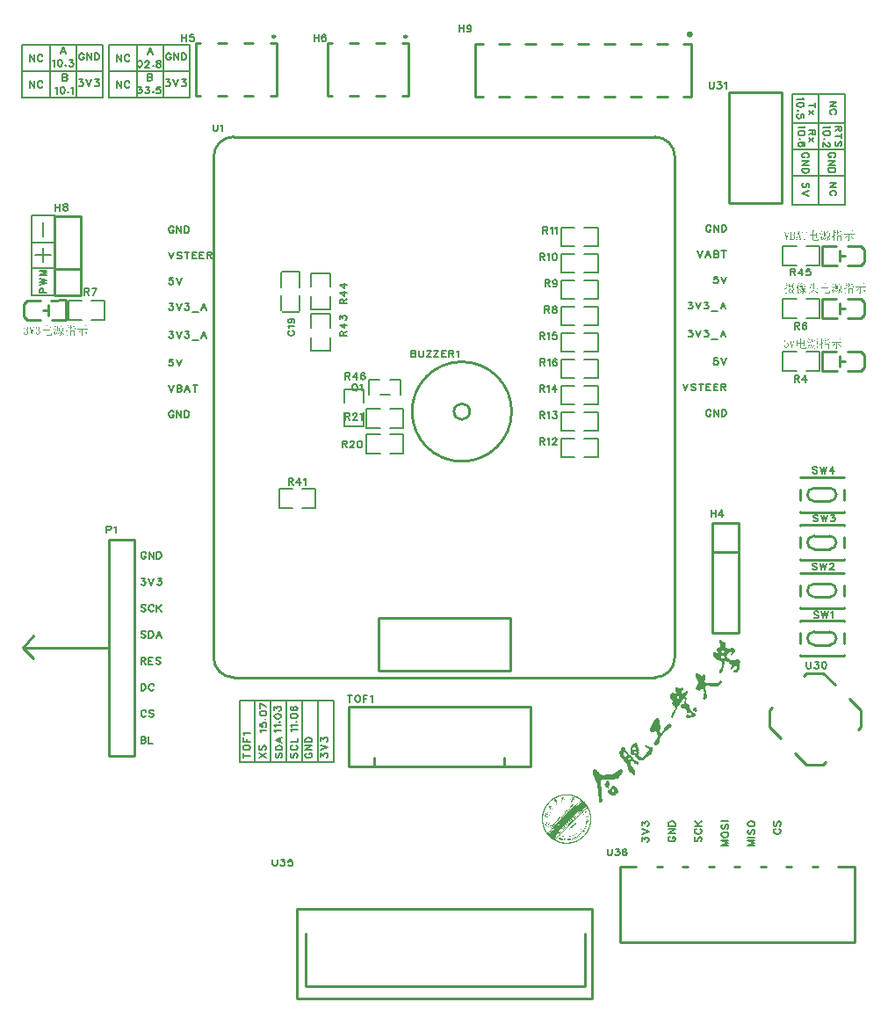
<source format=gto>
G04 Layer: TopSilkscreenLayer*
G04 EasyEDA Pro v2.1.21.9b64d12f.b3811b, 2024-07-11 22:11:45*
G04 Gerber Generator version 0.3*
G04 Scale: 100 percent, Rotated: No, Reflected: No*
G04 Dimensions in millimeters*
G04 Leading zeros omitted, absolute positions, 3 integers and 3 decimals*
%FSLAX33Y33*%
%MOMM*%
%ADD10C,0.152*%
%ADD11C,0.254*%
%ADD12C,0.203*%
G75*


G04 Image Start*
G36*
G01X40152Y-24553D02*
G01X40139Y-24555D01*
G01X40126Y-24557D01*
G01X40112Y-24562D01*
G01X40098Y-24566D01*
G01X40089Y-24572D01*
G01X40079Y-24578D01*
G01X40069Y-24589D01*
G01X40058Y-24600D01*
G01X40051Y-24611D01*
G01X40045Y-24621D01*
G01X40036Y-24650D01*
G01X40032Y-24676D01*
G01Y-24697D01*
G01Y-24719D01*
G01X40034Y-24733D01*
G01X40042Y-24748D01*
G01X40048Y-24763D01*
G01X40073Y-24812D01*
G01X40096Y-24861D01*
G01X40109Y-24889D01*
G01X40122Y-24916D01*
G01X40141Y-24963D01*
G01X40148Y-24986D01*
G01X40156Y-25010D01*
G01X40160Y-25032D01*
G01X40165Y-25054D01*
G01Y-25073D01*
G01X40166Y-25093D01*
G01X40164Y-25104D01*
G01X40162Y-25117D01*
G01X40158Y-25129D01*
G01X40154Y-25142D01*
G01X40156Y-25171D01*
G01X40158Y-25201D01*
G01X40142Y-25223D01*
G01X40126Y-25246D01*
G01X40124Y-25247D01*
G01X40122Y-25249D01*
G01X40013Y-25258D01*
G01X39943Y-25279D01*
G01X39903Y-25300D01*
G01X39864Y-25322D01*
G01X39862Y-25323D01*
G01X39861Y-25325D01*
G01X39836Y-25377D01*
G01X39811Y-25429D01*
G01X39799Y-25451D01*
G01X39787Y-25472D01*
G01X39794Y-25510D01*
G01X39801Y-25547D01*
G01X39817Y-25571D01*
G01X39832Y-25596D01*
G01X39837Y-25619D01*
G01X39842Y-25643D01*
G01X39847Y-25652D01*
G01X40248D01*
G01X40252Y-25635D01*
G01X40255Y-25617D01*
G01X40267Y-25598D01*
G01X40279Y-25580D01*
G01X40281Y-25578D01*
G01X40283Y-25577D01*
G01X40298Y-25567D01*
G01X40311Y-25556D01*
G01X40350Y-25546D01*
G01X40372Y-25544D01*
G01X40393Y-25542D01*
G01X40403Y-25546D01*
G01X40413Y-25550D01*
G01X40441Y-25560D01*
G01X40469Y-25569D01*
G01X40490Y-25584D01*
G01X40512Y-25600D01*
G01X40525Y-25607D01*
G01X40538Y-25615D01*
G01X40540Y-25629D01*
G01X40543Y-25643D01*
G01X40550Y-25658D01*
G01X40556Y-25673D01*
G01X40553Y-25685D01*
G01X40551Y-25698D01*
G01X40505Y-25733D01*
G01X40494Y-25754D01*
G01X40484Y-25775D01*
G01X40476Y-25785D01*
G01X40469Y-25795D01*
G01X40438Y-25794D01*
G01X40399Y-25798D01*
G01X40359Y-25801D01*
G01X40345Y-25794D01*
G01X40331Y-25788D01*
G01X40314Y-25777D01*
G01X40297Y-25766D01*
G01X40292Y-25761D01*
G01X40276Y-25735D01*
G01X40260Y-25709D01*
G01X40254Y-25681D01*
G01X40248Y-25652D01*
G01X39847D01*
G01X39854Y-25667D01*
G01X39866Y-25692D01*
G01X39873Y-25695D01*
G01X39881Y-25699D01*
G01X39891Y-25704D01*
G01X39902Y-25709D01*
G01X39913Y-25716D01*
G01X39923Y-25723D01*
G01X39931Y-25731D01*
G01X39939Y-25739D01*
G01X39944Y-25747D01*
G01X39948Y-25754D01*
G01X39951Y-25763D01*
G01X39953Y-25771D01*
G01Y-25785D01*
G01Y-25798D01*
G01X39945Y-25823D01*
G01X39940Y-25831D01*
G01X39936Y-25839D01*
G01X39922Y-25862D01*
G01X39876Y-25861D01*
G01X39854Y-25860D01*
G01X39787Y-25820D01*
G01X39766Y-25792D01*
G01X39746Y-25763D01*
G01X39725Y-25746D01*
G01X39705Y-25730D01*
G01X39702Y-25729D01*
G01X39698Y-25728D01*
G01X39612Y-25721D01*
G01X39579Y-25724D01*
G01X39545Y-25727D01*
G01X39520Y-25739D01*
G01X39494Y-25752D01*
G01X39492Y-25755D01*
G01X39489Y-25757D01*
G01X39480Y-25775D01*
G01X39470Y-25793D01*
G01X39449Y-25821D01*
G01X39428Y-25849D01*
G01X39438Y-25864D01*
G01X39447Y-25879D01*
G01X39459Y-25896D01*
G01X39470Y-25914D01*
G01X39449Y-25952D01*
G01Y-25955D01*
G01Y-25958D01*
G01X39467Y-26050D01*
G01X39472Y-26076D01*
G01X39477Y-26102D01*
G01X39513Y-26133D01*
G01X39518Y-26138D01*
G01X40190D01*
G01X40196Y-26131D01*
G01X40202Y-26124D01*
G01X40273Y-26047D01*
G01X40277Y-26043D01*
G01X40280Y-26039D01*
G01X40294Y-26030D01*
G01X40308Y-26021D01*
G01X40327Y-26012D01*
G01X40346Y-26002D01*
G01X40353Y-26005D01*
G01X40385Y-26023D01*
G01X40403D01*
G01X40420Y-26024D01*
G01X40440Y-26036D01*
G01X40460Y-26049D01*
G01X40467Y-26060D01*
G01X40474Y-26072D01*
G01X40469Y-26085D01*
G01X40463Y-26099D01*
G01Y-26101D01*
G01X40481Y-26110D01*
G01X40499Y-26118D01*
G01X40536Y-26155D01*
G01X40573Y-26193D01*
G01X40566Y-26210D01*
G01X40559Y-26226D01*
G01X40537Y-26254D01*
G01X40515Y-26282D01*
G01X40499Y-26283D01*
G01X40484Y-26285D01*
G01X40480Y-26286D01*
G01X40476Y-26288D01*
G01X40468Y-26296D01*
G01X40461Y-26304D01*
G01X40455Y-26300D01*
G01X40449Y-26296D01*
G01X40436Y-26285D01*
G01X40411Y-26287D01*
G01X40385Y-26290D01*
G01X40367Y-26285D01*
G01X40349Y-26282D01*
G01X40338Y-26290D01*
G01X40327Y-26298D01*
G01X40324Y-26300D01*
G01X40321Y-26302D01*
G01X40284Y-26289D01*
G01X40248Y-26276D01*
G01X40238Y-26242D01*
G01X40228Y-26209D01*
G01X40222Y-26196D01*
G01X40217Y-26183D01*
G01X40204Y-26160D01*
G01X40190Y-26138D01*
G01X39518D01*
G01X39548Y-26164D01*
G01X39561Y-26185D01*
G01X39573Y-26205D01*
G01X39583Y-26224D01*
G01X39593Y-26243D01*
G01X39685Y-26315D01*
G01X39776Y-26387D01*
G01X39786Y-26399D01*
G01X39795Y-26412D01*
G01X39813Y-26429D01*
G01X39832Y-26447D01*
G01X39845Y-26454D01*
G01X39858Y-26461D01*
G01X39886Y-26471D01*
G01X39913Y-26481D01*
G01X39914Y-26482D01*
G01X40021Y-26496D01*
G01X40045Y-26506D01*
G01X40070Y-26518D01*
G01X40115Y-26538D01*
G01X40160Y-26560D01*
G01X40193Y-26580D01*
G01X40228Y-26600D01*
G01X40257Y-26633D01*
G01X40287Y-26667D01*
G01X40302Y-26682D01*
G01X40317Y-26697D01*
G01X40358Y-26741D01*
G01X40355Y-26778D01*
G01X40352Y-26815D01*
G01X40351Y-26820D01*
G01X40350Y-26826D01*
G01X40328Y-26860D01*
G01X40306Y-26895D01*
G01X40303Y-26937D01*
G01X40300Y-26979D01*
G01X40289Y-27017D01*
G01X40278Y-27056D01*
G01X40246Y-27128D01*
G01Y-27148D01*
G01Y-27167D01*
G01X40245Y-27194D01*
G01X40220Y-27223D01*
G01X40196Y-27252D01*
G01X40177Y-27294D01*
G01X40158Y-27336D01*
G01X40147Y-27353D01*
G01X40084Y-27427D01*
G01X40076Y-27438D01*
G01X40068Y-27448D01*
G01X40055Y-27468D01*
G01X40049Y-27480D01*
G01X40043Y-27492D01*
G01X40038Y-27508D01*
G01X40032Y-27523D01*
G01X40031Y-27561D01*
G01X40036Y-27584D01*
G01X40040Y-27606D01*
G01X40046Y-27628D01*
G01X40051Y-27649D01*
G01X40056Y-27668D01*
G01X40062Y-27687D01*
G01X40070Y-27705D01*
G01X40078Y-27723D01*
G01X40093Y-27748D01*
G01X40105Y-27759D01*
G01X40116Y-27769D01*
G01X40123Y-27772D01*
G01X40130Y-27774D01*
G01X40149Y-27773D01*
G01X40156Y-27770D01*
G01X40163Y-27767D01*
G01X40169Y-27763D01*
G01X40174Y-27759D01*
G01X40182D01*
G01X40190Y-27758D01*
G01X40197Y-27755D01*
G01X40204Y-27752D01*
G01X40215Y-27745D01*
G01X40225Y-27738D01*
G01X40247Y-27716D01*
G01X40269Y-27695D01*
G01X40282Y-27677D01*
G01X40296Y-27660D01*
G01X40311Y-27639D01*
G01X40326Y-27618D01*
G01X40345Y-27588D01*
G01X40364Y-27559D01*
G01X40383Y-27528D01*
G01X40402Y-27497D01*
G01X40406Y-27483D01*
G01X40411Y-27469D01*
G01Y-27456D01*
G01Y-27443D01*
G01X40407Y-27428D01*
G01X40403Y-27413D01*
G01X40398Y-27400D01*
G01X40394Y-27387D01*
G01X40400Y-27379D01*
G01X40406Y-27372D01*
G01X40433Y-27342D01*
G01X40436Y-27335D01*
G01X40429Y-27300D01*
G01X40422Y-27265D01*
G01X40423Y-27263D01*
G01X40424Y-27261D01*
G01X40441Y-27242D01*
G01X40459Y-27222D01*
G01X40458Y-27180D01*
G01Y-27137D01*
G01X40468Y-27100D01*
G01X40479Y-27063D01*
G01X40485Y-27008D01*
G01X40494Y-26962D01*
G01X40504Y-26915D01*
G01X40510Y-26889D01*
G01X40516Y-26863D01*
G01X40541Y-26833D01*
G01X40566Y-26803D01*
G01X40568Y-26800D01*
G01X40570Y-26798D01*
G01X40574Y-26762D01*
G01X40579Y-26728D01*
G01X40573Y-26699D01*
G01X40567Y-26671D01*
G01X40587Y-26616D01*
G01X40606Y-26561D01*
G01X40617Y-26556D01*
G01X40628Y-26550D01*
G01X40639Y-26548D01*
G01X40650Y-26546D01*
G01X40658D01*
G01X40667D01*
G01X40676Y-26549D01*
G01X40684Y-26552D01*
G01X40691Y-26556D01*
G01X40698Y-26561D01*
G01X40704Y-26569D01*
G01X40710Y-26578D01*
G01X40714Y-26588D01*
G01X40717Y-26598D01*
G01X40721Y-26656D01*
G01X40722Y-26657D01*
G01X40724Y-26658D01*
G01X40786Y-26683D01*
G01X40818Y-26680D01*
G01X40851Y-26677D01*
G01X40882Y-26660D01*
G01X40912Y-26642D01*
G01X40933Y-26640D01*
G01X40954Y-26639D01*
G01X40959Y-26643D01*
G01X40964Y-26648D01*
G01X40983Y-26671D01*
G01X41003Y-26694D01*
G01X41018Y-26731D01*
G01X41033Y-26768D01*
G01X41183Y-26904D01*
G01X41203Y-26923D01*
G01X41224Y-26942D01*
G01X41242Y-26968D01*
G01X41252Y-26988D01*
G01X41257Y-27002D01*
G01X41261Y-27016D01*
G01Y-27058D01*
G01X41251Y-27090D01*
G01X41206Y-27151D01*
G01X41161Y-27212D01*
G01X41154Y-27228D01*
G01X41145Y-27244D01*
G01X41134Y-27274D01*
G01X41131Y-27292D01*
G01X41127Y-27311D01*
G01X41128Y-27349D01*
G01X41133Y-27364D01*
G01X41138Y-27378D01*
G01X41151Y-27396D01*
G01X41159Y-27403D01*
G01X41168Y-27409D01*
G01X41179Y-27415D01*
G01X41190Y-27421D01*
G01X41197Y-27422D01*
G01X41204Y-27424D01*
G01X41213Y-27422D01*
G01X41220Y-27421D01*
G01X41247Y-27394D01*
G01X41258Y-27371D01*
G01X41269Y-27347D01*
G01X41284Y-27326D01*
G01X41314Y-27287D01*
G01X41330Y-27268D01*
G01X41346Y-27250D01*
G01X41377Y-27220D01*
G01X41409Y-27189D01*
G01X41446Y-27162D01*
G01X41467Y-27149D01*
G01X41487Y-27136D01*
G01X41503Y-27129D01*
G01X41519Y-27121D01*
G01X41539Y-27113D01*
G01X41559Y-27106D01*
G01X41601Y-27095D01*
G01X41622Y-27092D01*
G01X41645Y-27088D01*
G01X41662D01*
G01X41675Y-27092D01*
G01X41689Y-27095D01*
G01X41700Y-27100D01*
G01X41711Y-27105D01*
G01X41721Y-27114D01*
G01X41730Y-27124D01*
G01X41736Y-27134D01*
G01X41741Y-27145D01*
G01X41743Y-27157D01*
G01X41745Y-27168D01*
G01Y-27198D01*
G01X41743Y-27214D01*
G01X41741Y-27230D01*
G01X41730Y-27271D01*
G01X41723Y-27290D01*
G01X41716Y-27309D01*
G01X41685Y-27332D01*
G01X41655Y-27355D01*
G01X41649Y-27366D01*
G01X41643Y-27377D01*
G01X41636Y-27386D01*
G01X41630Y-27396D01*
G01X41615Y-27409D01*
G01X41602Y-27421D01*
G01X41590Y-27427D01*
G01X41579Y-27434D01*
G01X41562Y-27440D01*
G01X41545Y-27446D01*
G01X41521Y-27450D01*
G01X41499Y-27455D01*
G01X41484Y-27462D01*
G01X41471Y-27468D01*
G01X41434Y-27488D01*
G01X41419Y-27499D01*
G01X41404Y-27510D01*
G01X41394Y-27520D01*
G01X41384Y-27529D01*
G01X41380Y-27536D01*
G01X41375Y-27543D01*
G01X41372Y-27551D01*
G01X41369Y-27560D01*
G01Y-27577D01*
G01X41377Y-27596D01*
G01X41405Y-27624D01*
G01X41417Y-27631D01*
G01X41429Y-27639D01*
G01X41449Y-27649D01*
G01X41469Y-27659D01*
G01X41497Y-27670D01*
G01X41525Y-27682D01*
G01X41549Y-27690D01*
G01X41573Y-27698D01*
G01X41594Y-27703D01*
G01X41614Y-27707D01*
G01X41634D01*
G01X41653Y-27708D01*
G01X41679Y-27703D01*
G01X41691Y-27697D01*
G01X41703Y-27692D01*
G01X41731Y-27676D01*
G01X41744Y-27666D01*
G01X41757Y-27656D01*
G01X41780Y-27631D01*
G01X41803Y-27607D01*
G01X41848Y-27550D01*
G01X41861Y-27536D01*
G01X41873Y-27522D01*
G01X41916Y-27467D01*
G01X41958Y-27412D01*
G01X41965Y-27390D01*
G01X41971Y-27370D01*
G01X41985Y-27320D01*
G01X41990Y-27296D01*
G01X41995Y-27271D01*
G01X42003Y-27224D01*
G01X42006Y-27198D01*
G01X42009Y-27172D01*
G01Y-27107D01*
G01X42001Y-27086D01*
G01X41994Y-27064D01*
G01X41990Y-27043D01*
G01X41985Y-27022D01*
G01X41983Y-27002D01*
G01X41981Y-26982D01*
G01Y-26920D01*
G01X41984Y-26893D01*
G01X41987Y-26867D01*
G01X41999Y-26806D01*
G01X42008Y-26775D01*
G01X42017Y-26743D01*
G01X42020Y-26738D01*
G01X42023Y-26732D01*
G01X42044Y-26712D01*
G01X42059Y-26694D01*
G01X42075Y-26677D01*
G01X42082Y-26665D01*
G01X42089Y-26655D01*
G01X42093Y-26642D01*
G01X42098Y-26630D01*
G01Y-26602D01*
G01X42093Y-26588D01*
G01X42088Y-26574D01*
G01X42074Y-26549D01*
G01X42065Y-26536D01*
G01X42056Y-26523D01*
G01X42044Y-26508D01*
G01X42031Y-26494D01*
G01X42009Y-26472D01*
G01X41987Y-26450D01*
G01X41960Y-26429D01*
G01X41948Y-26422D01*
G01X41936Y-26414D01*
G01X41924Y-26409D01*
G01X41913Y-26404D01*
G01X41898Y-26399D01*
G01X41883Y-26394D01*
G01X41866Y-26390D01*
G01X41849Y-26387D01*
G01X41829Y-26385D01*
G01X41810Y-26383D01*
G01X41798D01*
G01X41786Y-26384D01*
G01X41745Y-26408D01*
G01X41705Y-26433D01*
G01X41670Y-26448D01*
G01X41635Y-26462D01*
G01X41575Y-26460D01*
G01X41516Y-26457D01*
G01X41508Y-26463D01*
G01X41501Y-26469D01*
G01X41488Y-26480D01*
G01X41476Y-26490D01*
G01X41329Y-26502D01*
G01X41285D01*
G01X41241D01*
G01X41195Y-26475D01*
G01X41149Y-26449D01*
G01X41015Y-26331D01*
G01X40951Y-26310D01*
G01X40887Y-26288D01*
G01X40789Y-26199D01*
G01X40786Y-26183D01*
G01X40784Y-26165D01*
G01X40782Y-26146D01*
G01Y-26122D01*
G01Y-26098D01*
G01X40785Y-26060D01*
G01X40789Y-26038D01*
G01X40794Y-26015D01*
G01X40802Y-25993D01*
G01X40809Y-25973D01*
G01X40820Y-25949D01*
G01X40832Y-25926D01*
G01X40851Y-25897D01*
G01X40870Y-25873D01*
G01X40896Y-25847D01*
G01X40923Y-25820D01*
G01X40940Y-25807D01*
G01X40957Y-25794D01*
G01X40977Y-25780D01*
G01X40998Y-25767D01*
G01X41019Y-25755D01*
G01X41041Y-25742D01*
G01X41082Y-25722D01*
G01X41121Y-25712D01*
G01X41159Y-25701D01*
G01X41163D01*
G01X41195Y-25721D01*
G01X41228Y-25740D01*
G01X41221Y-25779D01*
G01X41213Y-25818D01*
G01X41210Y-25821D01*
G01X41207Y-25824D01*
G01X41185Y-25857D01*
G01X41175Y-25877D01*
G01X41165Y-25896D01*
G01X41160Y-25910D01*
G01X41155Y-25923D01*
G01X41147Y-25950D01*
G01Y-25963D01*
G01X41146Y-25978D01*
G01X41150Y-25987D01*
G01X41153Y-25997D01*
G01X41161Y-26004D01*
G01X41168Y-26011D01*
G01X41181Y-26016D01*
G01X41195Y-26020D01*
G01X41213D01*
G01X41230Y-26021D01*
G01X41237Y-26019D01*
G01X41245Y-26018D01*
G01X41284Y-25993D01*
G01X41324Y-25967D01*
G01X41337Y-25940D01*
G01X41350Y-25913D01*
G01X41399Y-25854D01*
G01X41426Y-25818D01*
G01X41453Y-25782D01*
G01X41483Y-25768D01*
G01X41513Y-25755D01*
G01X41517Y-25750D01*
G01X41521Y-25743D01*
G01X41546Y-25699D01*
G01X41561Y-25664D01*
G01X41573Y-25628D01*
G01X41576Y-25611D01*
G01X41580Y-25595D01*
G01X41581Y-25579D01*
G01X41582Y-25563D01*
G01X41581Y-25548D01*
G01X41580Y-25533D01*
G01X41576Y-25510D01*
G01X41571Y-25496D01*
G01X41566Y-25481D01*
G01X41558Y-25466D01*
G01X41550Y-25450D01*
G01X41541Y-25437D01*
G01X41533Y-25423D01*
G01X41506Y-25397D01*
G01X41479Y-25370D01*
G01X41468Y-25362D01*
G01X41456Y-25353D01*
G01X41442Y-25344D01*
G01X41427Y-25334D01*
G01X41408Y-25322D01*
G01X41388Y-25311D01*
G01X41365Y-25299D01*
G01X41343Y-25288D01*
G01X41326Y-25281D01*
G01X41310Y-25274D01*
G01X41263Y-25288D01*
G01X41218Y-25303D01*
G01X41171Y-25307D01*
G01X41124Y-25311D01*
G01X41090Y-25348D01*
G01X41056Y-25385D01*
G01X41016Y-25395D01*
G01X40978Y-25406D01*
G01X40929Y-25387D01*
G01X40885Y-25368D01*
G01X40841Y-25349D01*
G01X40818Y-25328D01*
G01X40796Y-25308D01*
G01X40766Y-25310D01*
G01X40737Y-25312D01*
G01X40727Y-25301D01*
G01X40661Y-25228D01*
G01X40660Y-25217D01*
G01X40659Y-25206D01*
G01X40657Y-25182D01*
G01X40656Y-25157D01*
G01X40657Y-25135D01*
G01X40659Y-25113D01*
G01X40665Y-25071D01*
G01X40685Y-24989D01*
G01X40687Y-24973D01*
G01X40690Y-24958D01*
G01X40689Y-24940D01*
G01X40688Y-24921D01*
G01X40685Y-24905D01*
G01X40682Y-24888D01*
G01X40669Y-24849D01*
G01X40663Y-24835D01*
G01X40657Y-24820D01*
G01X40593Y-24757D01*
G01X40528Y-24695D01*
G01X40489Y-24698D01*
G01X40448Y-24701D01*
G01X40415Y-24685D01*
G01X40382Y-24669D01*
G01X40363Y-24663D01*
G01X40343Y-24657D01*
G01X40327Y-24630D01*
G01X40311Y-24602D01*
G01X40308Y-24599D01*
G01X40306Y-24596D01*
G01X40284Y-24586D01*
G01X40264Y-24576D01*
G01X40244Y-24569D01*
G01X40225Y-24562D01*
G01X40206Y-24558D01*
G01X40187Y-24554D01*
G01X40170D01*
G37*
G36*
G01X37889Y-27739D02*
G01X37856Y-27740D01*
G01X37840Y-27742D01*
G01X37824Y-27744D01*
G01X37811Y-27749D01*
G01X37799Y-27753D01*
G01X37790Y-27759D01*
G01X37781Y-27765D01*
G01X37767Y-27778D01*
G01X37762Y-27787D01*
G01X37758Y-27794D01*
G01X37754Y-27806D01*
G01X37749Y-27819D01*
G01X37748Y-27834D01*
G01X37746Y-27850D01*
G01X37749Y-27887D01*
G01X37753Y-27903D01*
G01X37755Y-27919D01*
G01X37762Y-27950D01*
G01X37770Y-27982D01*
G01X37779Y-28016D01*
G01X37789Y-28050D01*
G01X37801Y-28088D01*
G01X37813Y-28127D01*
G01X37826Y-28158D01*
G01X37837Y-28189D01*
G01X37850Y-28219D01*
G01X37863Y-28249D01*
G01X37875Y-28276D01*
G01X37888Y-28303D01*
G01X37902Y-28332D01*
G01X37917Y-28360D01*
G01X37924Y-28373D01*
G01X37931Y-28387D01*
G01X37968Y-28442D01*
G01X38006Y-28498D01*
G01X38003Y-28554D01*
G01X38001Y-28609D01*
G01X37996Y-28725D01*
G01Y-28741D01*
G01X37967Y-28765D01*
G01X37939Y-28790D01*
G01X37924Y-28840D01*
G01X37908Y-28888D01*
G01X37843Y-28993D01*
G01X37779Y-29097D01*
G01X37778D01*
G01Y-29098D01*
G01X37801Y-29215D01*
G01X37815Y-29238D01*
G01X37828Y-29262D01*
G01X37861Y-29296D01*
G01X37894Y-29331D01*
G01X37928Y-29349D01*
G01X37962Y-29366D01*
G01X38015Y-29387D01*
G01X38066Y-29409D01*
G01X38092Y-29420D01*
G01X38119Y-29431D01*
G01X38216Y-29386D01*
G01X38346Y-29251D01*
G01X38359Y-29244D01*
G01X38372Y-29237D01*
G01X38384Y-29233D01*
G01X38396Y-29229D01*
G01X38409Y-29227D01*
G01X38421Y-29225D01*
G01X38433Y-29226D01*
G01X38445Y-29227D01*
G01X38462Y-29233D01*
G01X38473Y-29239D01*
G01X38484Y-29246D01*
G01X38494Y-29256D01*
G01X38505Y-29266D01*
G01X38514Y-29281D01*
G01X38523Y-29294D01*
G01X38537Y-29325D01*
G01X38541Y-29338D01*
G01X38548Y-29372D01*
G01X38553Y-29406D01*
G01X38559Y-29447D01*
G01X38564Y-29488D01*
G01X38578Y-29524D01*
G01X38592Y-29560D01*
G01Y-29588D01*
G01Y-29617D01*
G01X38583Y-29659D01*
G01X38574Y-29701D01*
G01X38563Y-29737D01*
G01X38570Y-29755D01*
G01X38578Y-29773D01*
G01X38579Y-29805D01*
G01X38580Y-29836D01*
G01X38563Y-29861D01*
G01X38546Y-29886D01*
G01X38552Y-29918D01*
G01X38557Y-29950D01*
G01X38558Y-29954D01*
G01X38539Y-29984D01*
G01X38520Y-30013D01*
G01Y-30069D01*
G01X38504Y-30086D01*
G01X38489Y-30103D01*
G01X38482Y-30113D01*
G01X38474Y-30122D01*
G01X38470Y-30130D01*
G01X38466Y-30139D01*
G01Y-30157D01*
G01X38474Y-30175D01*
G01X38483Y-30187D01*
G01X38491Y-30199D01*
G01X38507Y-30218D01*
G01X38523Y-30238D01*
G01X38528Y-30243D01*
G01X38603Y-30248D01*
G01X38678Y-30253D01*
G01X38689Y-30246D01*
G01X38700Y-30238D01*
G01X38749Y-30204D01*
G01X38797Y-30170D01*
G01X38816Y-30140D01*
G01X38835Y-30111D01*
G01X38849Y-30045D01*
G01X38862Y-29980D01*
G01X38864Y-29968D01*
G01X38867Y-29958D01*
G01X38852Y-29826D01*
G01X38839Y-29747D01*
G01X38825Y-29670D01*
G01X38788Y-29429D01*
G01X38750Y-29189D01*
G01X38742Y-29157D01*
G01X38733Y-29126D01*
G01X38709Y-29102D01*
G01X38684Y-29078D01*
G01X38686Y-29074D01*
G01X38688Y-29071D01*
G01X38723Y-29023D01*
G01X38758Y-28975D01*
G01X38840Y-28951D01*
G01X38888Y-28948D01*
G01X38936Y-28945D01*
G01X39082Y-28975D01*
G01X39247Y-28991D01*
G01X39297D01*
G01X39347D01*
G01X39418Y-29005D01*
G01X39490Y-29019D01*
G01X39697Y-29013D01*
G01X39753Y-29012D01*
G01X39808Y-29011D01*
G01X39884Y-28989D01*
G01X39959Y-28966D01*
G01X40000Y-28945D01*
G01X40042Y-28925D01*
G01X40074Y-28890D01*
G01X40105Y-28855D01*
G01X40126Y-28830D01*
G01X40148Y-28805D01*
G01X40171Y-28777D01*
G01X40194Y-28750D01*
G01X40215Y-28722D01*
G01X40237Y-28695D01*
G01X40252Y-28674D01*
G01X40268Y-28652D01*
G01X40286Y-28620D01*
G01X40298Y-28588D01*
G01X40301Y-28568D01*
G01X40303Y-28549D01*
G01X40302Y-28526D01*
G01X40299Y-28516D01*
G01X40296Y-28505D01*
G01X40289Y-28495D01*
G01X40283Y-28485D01*
G01X40275Y-28477D01*
G01X40266Y-28470D01*
G01X40255Y-28464D01*
G01X40244Y-28459D01*
G01X40230Y-28457D01*
G01X40217Y-28454D01*
G01X40203D01*
G01X40189Y-28455D01*
G01X40178Y-28458D01*
G01X40167Y-28461D01*
G01X40144Y-28474D01*
G01X40103Y-28515D01*
G01X40063Y-28565D01*
G01X40048Y-28581D01*
G01X40038Y-28588D01*
G01X40027Y-28594D01*
G01X39990Y-28613D01*
G01X39949Y-28630D01*
G01X39887Y-28651D01*
G01X39866Y-28656D01*
G01X39846Y-28661D01*
G01X39827Y-28664D01*
G01X39807Y-28668D01*
G01X39738Y-28673D01*
G01X39669Y-28679D01*
G01X39610Y-28683D01*
G01X39551Y-28686D01*
G01X39507Y-28689D01*
G01X39463Y-28691D01*
G01X39414Y-28693D01*
G01X39363Y-28696D01*
G01X39324Y-28697D01*
G01X39285Y-28698D01*
G01X39147Y-28700D01*
G01X39075Y-28698D01*
G01X39003Y-28697D01*
G01X38970Y-28696D01*
G01X38938Y-28694D01*
G01X38896Y-28692D01*
G01X38854Y-28690D01*
G01X38781Y-28685D01*
G01X38761Y-28674D01*
G01X38742Y-28664D01*
G01X38715Y-28649D01*
G01X38704Y-28641D01*
G01X38692Y-28633D01*
G01X38663Y-28604D01*
G01X38654Y-28590D01*
G01X38646Y-28576D01*
G01X38641Y-28561D01*
G01X38635Y-28547D01*
G01X38631Y-28524D01*
G01Y-28509D01*
G01X38632Y-28495D01*
G01X38636Y-28483D01*
G01X38640Y-28470D01*
G01X38646Y-28459D01*
G01X38652Y-28449D01*
G01X38660Y-28439D01*
G01X38668Y-28430D01*
G01X38731Y-28286D01*
G01X38740Y-28242D01*
G01X38743Y-28221D01*
G01X38746Y-28201D01*
G01X38747Y-28176D01*
G01X38749Y-28151D01*
G01X38748Y-28130D01*
G01X38747Y-28109D01*
G01X38746Y-28094D01*
G01X38744Y-28080D01*
G01X38737Y-28045D01*
G01X38730Y-28024D01*
G01X38724Y-28004D01*
G01X38706Y-27967D01*
G01X38698Y-27957D01*
G01X38691Y-27946D01*
G01X38668Y-27918D01*
G01X38641Y-27895D01*
G01X38629Y-27888D01*
G01X38619Y-27881D01*
G01X38594Y-27869D01*
G01X38584Y-27867D01*
G01X38573Y-27865D01*
G01X38563Y-27866D01*
G01X38553D01*
G01X38540Y-27870D01*
G01X38529Y-27874D01*
G01X38518Y-27881D01*
G01X38507Y-27887D01*
G01X38498Y-27894D01*
G01X38488Y-27901D01*
G01X38468Y-27919D01*
G01X38447Y-27937D01*
G01X38429Y-27954D01*
G01X38411Y-27971D01*
G01X38402Y-27976D01*
G01X38392Y-27981D01*
G01X38368Y-27987D01*
G01X38354Y-27988D01*
G01X38340D01*
G01X38328Y-27985D01*
G01X38315Y-27983D01*
G01X38279Y-27953D01*
G01X38242Y-27924D01*
G01X38216Y-27903D01*
G01X38190Y-27883D01*
G01X38164Y-27864D01*
G01X38138Y-27844D01*
G01X38114Y-27829D01*
G01X38090Y-27814D01*
G01X38068Y-27800D01*
G01X38046Y-27788D01*
G01X38029Y-27779D01*
G01X38012Y-27770D01*
G01X37999Y-27765D01*
G01X37985Y-27759D01*
G01X37969Y-27754D01*
G01X37953Y-27748D01*
G01X37937Y-27745D01*
G01X37921Y-27742D01*
G01X37904Y-27740D01*
G37*
G36*
G01X35915Y-29061D02*
G01X35898Y-29067D01*
G01X35886Y-29078D01*
G01X35875Y-29089D01*
G01X35867Y-29100D01*
G01X35860Y-29112D01*
G01X35854Y-29124D01*
G01X35849Y-29136D01*
G01X35836Y-29173D01*
G01X35833Y-29190D01*
G01X35830Y-29207D01*
G01X35828Y-29231D01*
G01X35826Y-29255D01*
G01X35827Y-29271D01*
G01X35828Y-29287D01*
G01X35830Y-29302D01*
G01X35831Y-29316D01*
G01X35835Y-29334D01*
G01X35838Y-29351D01*
G01X35841Y-29362D01*
G01X35844Y-29373D01*
G01X35860Y-29449D01*
G01X35874Y-29526D01*
G01X35893Y-29638D01*
G01X35898Y-29665D01*
G01X35903Y-29692D01*
G01X35904Y-29694D01*
G01Y-29696D01*
G01X35873Y-29710D01*
G01X35842Y-29726D01*
G01X35841D01*
G01X35805Y-29706D01*
G01X35769Y-29686D01*
G01X35767Y-29685D01*
G01X35764Y-29684D01*
G01X35743Y-29681D01*
G01X35721Y-29677D01*
G01X35667Y-29640D01*
G01X35614Y-29603D01*
G01X35571Y-29595D01*
G01X35529Y-29588D01*
G01X35501Y-29604D01*
G01X35490Y-29611D01*
G01X35480Y-29618D01*
G01X35467Y-29628D01*
G01X35454Y-29637D01*
G01X35420Y-29668D01*
G01X35407Y-29684D01*
G01X35393Y-29700D01*
G01X35383Y-29715D01*
G01X35373Y-29730D01*
G01X35363Y-29747D01*
G01X35354Y-29766D01*
G01X35346Y-29784D01*
G01X35339Y-29802D01*
G01X35331Y-29813D01*
G01X35324Y-29825D01*
G01X35320Y-29835D01*
G01X35315Y-29846D01*
G01X35312Y-29861D01*
G01X35309Y-29876D01*
G01Y-29892D01*
G01X35308Y-29908D01*
G01X35309Y-29925D01*
G01X35311Y-29941D01*
G01X35313Y-29956D01*
G01X35316Y-29970D01*
G01X35327Y-30016D01*
G01X35334Y-30037D01*
G01X35972D01*
G01X35975Y-30009D01*
G01X35976Y-29982D01*
G01X35988Y-29965D01*
G01X36000Y-29949D01*
G01X36014Y-29935D01*
G01X36047Y-29911D01*
G01X36067Y-29912D01*
G01X36089Y-29913D01*
G01X36119Y-29951D01*
G01X36149Y-29988D01*
G01Y-29990D01*
G01Y-29991D01*
G01X36142Y-30004D01*
G01X36135Y-30016D01*
G01Y-30018D01*
G01Y-30020D01*
G01X36151Y-30049D01*
G01X36168Y-30071D01*
G01X36186Y-30092D01*
G01X36189Y-30124D01*
G01X36192Y-30156D01*
G01X36181Y-30178D01*
G01X36170Y-30201D01*
G01X36139Y-30207D01*
G01X36107Y-30214D01*
G01X36061Y-30197D01*
G01X36044Y-30174D01*
G01X36025Y-30151D01*
G01X36005Y-30121D01*
G01X35984Y-30091D01*
G01X35982Y-30081D01*
G01X35979Y-30070D01*
G01X35976Y-30054D01*
G01X35972Y-30037D01*
G01X35334D01*
G01X35335Y-30042D01*
G01X35345Y-30068D01*
G01X35364Y-30117D01*
G01X35393Y-30182D01*
G01X35490Y-30251D01*
G01X35605Y-30354D01*
G01X35608Y-30441D01*
G01Y-30444D01*
G01Y-30447D01*
G01X35581Y-30463D01*
G01X35566Y-30475D01*
G01X35551Y-30487D01*
G01X35543Y-30497D01*
G01X35536Y-30506D01*
G01X35528Y-30517D01*
G01X35520Y-30528D01*
G01X35513Y-30541D01*
G01X35507Y-30555D01*
G01X35502Y-30572D01*
G01X35496Y-30590D01*
G01X35495Y-30596D01*
G01X35501Y-30652D01*
G01X35507Y-30708D01*
G01X35547Y-30749D01*
G01X35581Y-30810D01*
G01X35599Y-30823D01*
G01X35617Y-30836D01*
G01X35632Y-30850D01*
G01X35648Y-30865D01*
G01X35670Y-30856D01*
G01X35693Y-30848D01*
G01X35695Y-30850D01*
G01X35712Y-30882D01*
G01X35730Y-30915D01*
G01X35731Y-30931D01*
G01X35862D01*
G01X35867Y-30877D01*
G01X35891Y-30817D01*
G01X35893Y-30795D01*
G01X35895Y-30773D01*
G01X35917Y-30743D01*
G01X35939Y-30713D01*
G01X35947Y-30703D01*
G01X35954Y-30693D01*
G01X35958Y-30689D01*
G01X35962Y-30684D01*
G01X35998Y-30717D01*
G01X36034Y-30749D01*
G01Y-30751D01*
G01X35993Y-30815D01*
G01X35977Y-30841D01*
G01X35961Y-30867D01*
G01X35949Y-30890D01*
G01X35936Y-30914D01*
G01X35903Y-30944D01*
G01X35885Y-30939D01*
G01X35867Y-30934D01*
G01X35864Y-30933D01*
G01X35862Y-30931D01*
G01X35731D01*
G01X35732Y-30941D01*
G01X35735Y-30968D01*
G01X35736Y-30970D01*
G01Y-30973D01*
G01X35755Y-31001D01*
G01X35774Y-31029D01*
G01X35792Y-31051D01*
G01X35809Y-31072D01*
G01X35815Y-31099D01*
G01X35820Y-31125D01*
G01X35811Y-31154D01*
G01X35802Y-31183D01*
G01X35776Y-31221D01*
G01X35750Y-31258D01*
G01X35725Y-31301D01*
G01X35700Y-31343D01*
G01X35680Y-31379D01*
G01X35660Y-31415D01*
G01X35644Y-31448D01*
G01X35628Y-31482D01*
G01X35617Y-31490D01*
G01X35607Y-31498D01*
G01X35589Y-31515D01*
G01X35571Y-31532D01*
G01X35558Y-31548D01*
G01X35546Y-31564D01*
G01X35526Y-31598D01*
G01X35508Y-31635D01*
G01X35489Y-31672D01*
G01X35478Y-31699D01*
G01X35466Y-31726D01*
G01X35453Y-31764D01*
G01X35440Y-31802D01*
G01X35428Y-31852D01*
G01X35424Y-31875D01*
G01X35420Y-31900D01*
G01Y-31921D01*
G01X35419Y-31942D01*
G01X35421Y-31954D01*
G01X35422Y-31967D01*
G01X35426Y-31977D01*
G01X35429Y-31986D01*
G01X35435Y-31995D01*
G01X35440Y-32005D01*
G01X35450Y-32017D01*
G01X35459Y-32028D01*
G01X35476Y-32041D01*
G01X35488Y-32045D01*
G01X35495Y-32044D01*
G01X35501D01*
G01X35507Y-32042D01*
G01X35512Y-32041D01*
G01X35520Y-32034D01*
G01X35530Y-32029D01*
G01X35540Y-32016D01*
G01X35551Y-32004D01*
G01X35563Y-31986D01*
G01X35574Y-31969D01*
G01X35586Y-31946D01*
G01X35599Y-31924D01*
G01X35612Y-31895D01*
G01X35626Y-31867D01*
G01X35639Y-31835D01*
G01X35652Y-31803D01*
G01X35669Y-31762D01*
G01X35685Y-31721D01*
G01X35707Y-31664D01*
G01X35729Y-31608D01*
G01X35732Y-31587D01*
G01X35736Y-31566D01*
G01X35765Y-31544D01*
G01X35794Y-31522D01*
G01X35800Y-31511D01*
G01X35803Y-31504D01*
G01X35805Y-31497D01*
G01X35806Y-31489D01*
G01X35807Y-31481D01*
G01X35804Y-31462D01*
G01X35811Y-31409D01*
G01X35820Y-31356D01*
G01X35821Y-31352D01*
G01X35849Y-31318D01*
G01X35876Y-31284D01*
G01X35902Y-31264D01*
G01X35928Y-31245D01*
G01X35934Y-31239D01*
G01X35939Y-31234D01*
G01X35942Y-31227D01*
G01X35944Y-31220D01*
G01X35948Y-31206D01*
G01X35952Y-31192D01*
G01X35957Y-31170D01*
G01X35961Y-31147D01*
G01X35982Y-31101D01*
G01X36003Y-31055D01*
G01X36006Y-31010D01*
G01X36009Y-30964D01*
G01X36013Y-30958D01*
G01X36214Y-30728D01*
G01X36405Y-30494D01*
G01X36406Y-30487D01*
G01X36408Y-30481D01*
G01X36410Y-30463D01*
G01X36413Y-30444D01*
G01X36422Y-30420D01*
G01X36430Y-30396D01*
G01X36451Y-30380D01*
G01X36470Y-30365D01*
G01X36489Y-30330D01*
G01X36506Y-30295D01*
G01X36513Y-30289D01*
G01X36564Y-30249D01*
G01X36616Y-30209D01*
G01X36623Y-30188D01*
G01X36629Y-30166D01*
G01X36649Y-30145D01*
G01X36670Y-30124D01*
G01X36696Y-30105D01*
G01X36723Y-30084D01*
G01X36724D01*
G01X36744Y-30100D01*
G01X36764Y-30114D01*
G01X36763Y-30118D01*
G01X36762Y-30122D01*
G01X36759Y-30152D01*
G01X36755Y-30182D01*
G01X36739Y-30221D01*
G01X36722Y-30260D01*
G01X36723Y-30311D01*
G01X36725Y-30363D01*
G01X36709Y-30432D01*
G01X36692Y-30501D01*
G01X36682Y-30531D01*
G01X36670Y-30561D01*
G01X36669Y-30588D01*
G01Y-30615D01*
G01X36667Y-30632D01*
G01X36665Y-30649D01*
G01X36663Y-30661D01*
G01X36661Y-30674D01*
G01X36657Y-30688D01*
G01X36653Y-30703D01*
G01X36646Y-30713D01*
G01X36640Y-30723D01*
G01X36633Y-30728D01*
G01X36626Y-30734D01*
G01X36617Y-30737D01*
G01X36609Y-30740D01*
G01X36582D01*
G01X36570Y-30738D01*
G01X36558Y-30737D01*
G01X36542Y-30732D01*
G01X36527Y-30728D01*
G01X36488Y-30717D01*
G01X36450Y-30706D01*
G01X36445D01*
G01X36441Y-30705D01*
G01X36436Y-30707D01*
G01X36431Y-30709D01*
G01X36414Y-30719D01*
G01X36398Y-30728D01*
G01X36390Y-30730D01*
G01X36381Y-30731D01*
G01X36356Y-30769D01*
G01X36330Y-30805D01*
G01X36320Y-30843D01*
G01X36311Y-30881D01*
G01X36323Y-30915D01*
G01X36335Y-30948D01*
G01X36337Y-30965D01*
G01X36341Y-30993D01*
G01X36344Y-31022D01*
G01X36369Y-31051D01*
G01X36393Y-31082D01*
G01X36425Y-31106D01*
G01X36456Y-31131D01*
G01X36460Y-31135D01*
G01X36501Y-31133D01*
G01X36543Y-31131D01*
G01X36574Y-31125D01*
G01X36605Y-31119D01*
G01X36611Y-31120D01*
G01X36644Y-31132D01*
G01X36677Y-31144D01*
G01X36760Y-31150D01*
G01X36793Y-31174D01*
G01X36813Y-31190D01*
G01X36832Y-31206D01*
G01X36870Y-31240D01*
G01X36903Y-31279D01*
G01X36914Y-31296D01*
G01X36926Y-31313D01*
G01X36931Y-31325D01*
G01X36937Y-31338D01*
G01X36946Y-31415D01*
G01X36955Y-31491D01*
G01X36957Y-31503D01*
G01X36960Y-31514D01*
G01X36964Y-31523D01*
G01X36969Y-31533D01*
G01X36981Y-31548D01*
G01X36991Y-31554D01*
G01X37000Y-31559D01*
G01X37011Y-31563D01*
G01X37022Y-31566D01*
G01X37061D01*
G01X37091Y-31557D01*
G01X37121Y-31547D01*
G01X37187Y-31480D01*
G01X37196Y-31485D01*
G01X37204Y-31490D01*
G01X37237Y-31505D01*
G01X37269Y-31520D01*
G01X37282Y-31527D01*
G01X37294Y-31534D01*
G01X37308Y-31544D01*
G01X37321Y-31555D01*
G01X37330Y-31567D01*
G01X37341Y-31580D01*
G01X37356Y-31620D01*
G01X37372Y-31661D01*
G01X37397Y-31722D01*
G01X37372Y-31750D01*
G01X37347Y-31777D01*
G01X37298Y-31802D01*
G01X37250Y-31826D01*
G01X37209Y-31835D01*
G01X37169Y-31844D01*
G01X37163Y-31838D01*
G01X37127Y-31807D01*
G01X37092Y-31776D01*
G01X37070Y-31753D01*
G01X37049Y-31729D01*
G01Y-31712D01*
G01X37051Y-31689D01*
G01X37032Y-31682D01*
G01X37019D01*
G01X37006Y-31683D01*
G01X36993Y-31688D01*
G01X36981Y-31692D01*
G01X36972Y-31697D01*
G01X36963Y-31702D01*
G01X36939Y-31722D01*
G01X36927Y-31735D01*
G01X36914Y-31749D01*
G01X36904Y-31763D01*
G01X36893Y-31777D01*
G01X36881Y-31796D01*
G01X36869Y-31816D01*
G01X36867Y-31819D01*
G01X36865Y-31823D01*
G01X36872Y-31882D01*
G01X36880Y-31940D01*
G01X36882Y-31945D01*
G01X36917Y-31992D01*
G01X36951Y-32040D01*
G01X36954Y-32042D01*
G01X36957Y-32045D01*
G01X36993Y-32057D01*
G01X37030Y-32069D01*
G01X37053Y-32073D01*
G01X37075Y-32078D01*
G01X37090Y-32079D01*
G01X37103Y-32080D01*
G01X37115Y-32079D01*
G01X37127Y-32078D01*
G01X37144Y-32073D01*
G01X37292Y-31960D01*
G01X37293Y-31959D01*
G01X37294Y-31958D01*
G01X37355Y-31964D01*
G01X37416Y-31970D01*
G01X37519Y-31951D01*
G01X37622Y-31931D01*
G01X37637Y-31927D01*
G01X37652Y-31922D01*
G01X37675Y-31909D01*
G01X37723Y-31861D01*
G01X37745Y-31833D01*
G01X37754Y-31820D01*
G01X37763Y-31807D01*
G01X37768Y-31795D01*
G01X37774Y-31783D01*
G01X37778Y-31771D01*
G01X37781Y-31760D01*
G01X37783Y-31748D01*
G01X37784Y-31736D01*
G01X37781Y-31713D01*
G01X37777Y-31703D01*
G01X37773Y-31693D01*
G01X37768Y-31683D01*
G01X37762Y-31674D01*
G01X37752Y-31662D01*
G01X37741Y-31648D01*
G01X37727Y-31635D01*
G01X37712Y-31622D01*
G01X37681Y-31598D01*
G01X37661Y-31584D01*
G01X37641Y-31570D01*
G01X37593Y-31538D01*
G01X37544Y-31505D01*
G01X37521Y-31489D01*
G01X37499Y-31474D01*
G01X37478Y-31458D01*
G01X37457Y-31444D01*
G01X37431Y-31424D01*
G01X37406Y-31404D01*
G01X37364Y-31370D01*
G01X37339Y-31346D01*
G01X37313Y-31323D01*
G01X37301Y-31311D01*
G01X37289Y-31298D01*
G01X37286Y-31288D01*
G01X37284Y-31279D01*
G01X37274Y-31258D01*
G01X37265Y-31237D01*
G01X37253Y-31213D01*
G01X37240Y-31187D01*
G01X37228Y-31153D01*
G01X37230Y-31133D01*
G01X37227Y-31120D01*
G01X37225Y-31106D01*
G01X37219Y-31087D01*
G01X37213Y-31069D01*
G01X37209Y-31046D01*
G01X37212Y-31012D01*
G01Y-30951D01*
G01X37208Y-30916D01*
G01X37204Y-30899D01*
G01X37201Y-30881D01*
G01X37194Y-30860D01*
G01X37187Y-30840D01*
G01X37178Y-30823D01*
G01X37169Y-30806D01*
G01X37160Y-30792D01*
G01X37150Y-30777D01*
G01X37136Y-30761D01*
G01X37123Y-30744D01*
G01X37102Y-30725D01*
G01X37081Y-30707D01*
G01X37072Y-30699D01*
G01X37063Y-30692D01*
G01X37022Y-30684D01*
G01X37004Y-30678D01*
G01X36986Y-30672D01*
G01X36970Y-30663D01*
G01X36954Y-30655D01*
G01X36941Y-30646D01*
G01X36928Y-30637D01*
G01X36910Y-30619D01*
G01X36892Y-30601D01*
G01X36884Y-30589D01*
G01X36876Y-30577D01*
G01X36868Y-30562D01*
G01X36860Y-30548D01*
G01X36850Y-30520D01*
G01X36847Y-30503D01*
G01X36843Y-30487D01*
G01X36841Y-30470D01*
G01X36839Y-30453D01*
G01X36840Y-30410D01*
G01X36845Y-30374D01*
G01X36850Y-30355D01*
G01X36855Y-30336D01*
G01X36862Y-30317D01*
G01X36869Y-30299D01*
G01X36878Y-30281D01*
G01X36887Y-30262D01*
G01X36903Y-30239D01*
G01X36918Y-30216D01*
G01X36921Y-30205D01*
G01X36926Y-30193D01*
G01X36924Y-30171D01*
G01X36922Y-30164D01*
G01X36919Y-30156D01*
G01X36913Y-30147D01*
G01X36907Y-30138D01*
G01X36897Y-30127D01*
G01X36886Y-30117D01*
G01X36874Y-30107D01*
G01X36861Y-30097D01*
G01X36833Y-30076D01*
G01X36804Y-30055D01*
G01X36770Y-30028D01*
G01X36763Y-30022D01*
G01X36756Y-30015D01*
G01X36758Y-30012D01*
G01X36760Y-30009D01*
G01X36858Y-29884D01*
G01X36955Y-29758D01*
G01X36964Y-29733D01*
G01X36973Y-29709D01*
G01X37027Y-29653D01*
G01X37031Y-29642D01*
G01X37034Y-29631D01*
G01X37035Y-29619D01*
G01X37036Y-29606D01*
G01X37033Y-29592D01*
G01X37030Y-29577D01*
G01X37019Y-29545D01*
G01X37013Y-29533D01*
G01X37007Y-29520D01*
G01X36997Y-29505D01*
G01X36986Y-29489D01*
G01X36974Y-29475D01*
G01X36963Y-29460D01*
G01X36949Y-29448D01*
G01X36936Y-29436D01*
G01X36925Y-29429D01*
G01X36914Y-29422D01*
G01X36903Y-29418D01*
G01X36891Y-29413D01*
G01X36880Y-29412D01*
G01X36869D01*
G01X36837Y-29437D01*
G01X36804Y-29461D01*
G01X36762Y-29529D01*
G01X36734Y-29551D01*
G01X36705Y-29573D01*
G01X36669Y-29591D01*
G01X36634Y-29609D01*
G01X36597Y-29656D01*
G01X36559Y-29702D01*
G01X36547Y-29704D01*
G01X36536Y-29705D01*
G01X36520D01*
G01X36504Y-29706D01*
G01X36492Y-29704D01*
G01X36481Y-29703D01*
G01X36470Y-29700D01*
G01X36460Y-29696D01*
G01X36452Y-29692D01*
G01X36443Y-29688D01*
G01X36433Y-29679D01*
G01X36423Y-29670D01*
G01X36416Y-29660D01*
G01X36409Y-29649D01*
G01X36404Y-29636D01*
G01X36400Y-29622D01*
G01X36397Y-29608D01*
G01X36395Y-29593D01*
G01X36394Y-29578D01*
G01X36393Y-29563D01*
G01X36394Y-29555D01*
G01X36395Y-29547D01*
G01X36523Y-29384D01*
G01X36543Y-29361D01*
G01X36564Y-29339D01*
G01X36570Y-29327D01*
G01X36578Y-29316D01*
G01X36583Y-29300D01*
G01X36588Y-29285D01*
G01X36590Y-29269D01*
G01X36592Y-29255D01*
G01X36590Y-29238D01*
G01X36588Y-29223D01*
G01X36580Y-29196D01*
G01X36573Y-29184D01*
G01X36567Y-29172D01*
G01X36556Y-29156D01*
G01X36547Y-29148D01*
G01X36539Y-29139D01*
G01X36528Y-29132D01*
G01X36517Y-29126D01*
G01X36485Y-29114D01*
G01X36466Y-29110D01*
G01X36447Y-29106D01*
G01X36412Y-29101D01*
G01X36341Y-29172D01*
G01X36304Y-29197D01*
G01X36266Y-29222D01*
G01X36243Y-29228D01*
G01X36219Y-29233D01*
G01X36202Y-29218D01*
G01X36185Y-29203D01*
G01X36151Y-29173D01*
G01X36108Y-29139D01*
G01X36060Y-29108D01*
G01X36042Y-29098D01*
G01X36023Y-29087D01*
G01X36002Y-29078D01*
G01X35981Y-29069D01*
G01X35950Y-29061D01*
G37*
G36*
G01X37639Y-31006D02*
G01X37607Y-31009D01*
G01X37602Y-31016D01*
G01X37596Y-31022D01*
G01X37586Y-31033D01*
G01X37577Y-31043D01*
G01X37576Y-31060D01*
G01X37574Y-31076D01*
G01X37582Y-31094D01*
G01X37589Y-31113D01*
G01X37588Y-31114D01*
G01X37575Y-31124D01*
G01X37562Y-31134D01*
G01X37515Y-31181D01*
G01X37500Y-31192D01*
G01X37484Y-31204D01*
G01X37482Y-31220D01*
G01X37480Y-31237D01*
G01X37481Y-31240D01*
G01X37482Y-31243D01*
G01X37496Y-31260D01*
G01X37510Y-31277D01*
G01X37604Y-31371D01*
G01X37618Y-31382D01*
G01X37633Y-31393D01*
G01X37651Y-31416D01*
G01X37644Y-31442D01*
G01X37652Y-31445D01*
G01X37660Y-31447D01*
G01X37712Y-31460D01*
G01X37793Y-31455D01*
G01X37857Y-31432D01*
G01X37874Y-31412D01*
G01X37891Y-31391D01*
G01X37893Y-31376D01*
G01X37896Y-31361D01*
G01X37907Y-31320D01*
G01X37904Y-31308D01*
G01X37902Y-31295D01*
G01Y-31277D01*
G01Y-31260D01*
G01X37909Y-31247D01*
G01X37915Y-31235D01*
G01X37902Y-31213D01*
G01X37889Y-31191D01*
G01X37882Y-31164D01*
G01X37874Y-31136D01*
G01X37870Y-31125D01*
G01X37865Y-31114D01*
G01X37850Y-31094D01*
G01X37833Y-31074D01*
G01X37814Y-31063D01*
G01X37795Y-31050D01*
G01X37787Y-31040D01*
G01X37778Y-31030D01*
G01X37772Y-31022D01*
G01X37747Y-31019D01*
G01X37723Y-31018D01*
G01X37697Y-31021D01*
G01X37671Y-31024D01*
G37*
G36*
G01X34048Y-32017D02*
G01X34038Y-32019D01*
G01X34029Y-32021D01*
G01X34017Y-32027D01*
G01X34006Y-32032D01*
G01X33963Y-32075D01*
G01X33920Y-32118D01*
G01X33907Y-32131D01*
G01X33888Y-32153D01*
G01X33868Y-32176D01*
G01X33827Y-32227D01*
G01X33787Y-32277D01*
G01X33765Y-32308D01*
G01X33742Y-32339D01*
G01X33713Y-32380D01*
G01X33684Y-32422D01*
G01X33653Y-32468D01*
G01X33622Y-32513D01*
G01Y-32553D01*
G01X33594Y-32598D01*
G01X33565Y-32644D01*
G01X33548Y-32682D01*
G01X33516Y-32758D01*
G01X33500Y-32796D01*
G01X33477Y-32832D01*
G01X33455Y-32868D01*
G01X33440Y-32901D01*
G01X33425Y-32935D01*
G01X33411Y-32981D01*
G01X33397Y-33028D01*
G01X33382Y-33061D01*
G01X33367Y-33095D01*
G01X33350Y-33156D01*
G01X33333Y-33217D01*
G01X33337Y-33235D01*
G01X33340Y-33255D01*
G01X33364Y-33279D01*
G01X33402Y-33329D01*
G01X33419Y-33357D01*
G01X33457Y-33384D01*
G01X33477Y-33403D01*
G01X33496Y-33422D01*
G01X33511Y-33433D01*
G01X33526Y-33443D01*
G01X33529Y-33445D01*
G01X33532Y-33447D01*
G01X33560Y-33452D01*
G01X33588Y-33457D01*
G01X33610Y-33456D01*
G01X33633Y-33454D01*
G01X33664Y-33450D01*
G01X33695Y-33446D01*
G01X33754Y-33411D01*
G01X33813Y-33377D01*
G01X33826Y-33362D01*
G01X33838Y-33348D01*
G01X33854Y-33339D01*
G01X33869Y-33329D01*
G01X33885Y-33327D01*
G01X33901Y-33325D01*
G01X33918Y-33319D01*
G01X33934Y-33313D01*
G01X33985Y-33301D01*
G01X33986Y-33302D01*
G01X33987Y-33303D01*
G01X33995Y-33323D01*
G01X34003Y-33343D01*
G01X34008Y-33386D01*
G01X34045Y-33435D01*
G01X34047Y-33463D01*
G01X34050Y-33492D01*
G01X34058Y-33554D01*
G01X34063Y-33580D01*
G01X34067Y-33607D01*
G01X34093Y-33656D01*
G01X34109Y-33680D01*
G01X34125Y-33705D01*
G01X34144Y-33780D01*
G01X34138Y-33808D01*
G01X34132Y-33836D01*
G01X34123Y-33904D01*
G01X34104Y-33930D01*
G01X34085Y-33955D01*
G01X34053Y-34001D01*
G01X34020Y-34047D01*
G01X33992Y-34092D01*
G01X33963Y-34137D01*
G01X33938Y-34167D01*
G01X33914Y-34196D01*
G01X33861Y-34278D01*
G01X33809Y-34361D01*
G01X33782Y-34408D01*
G01X33755Y-34457D01*
G01X33754Y-34488D01*
G01X33753Y-34519D01*
G01X33759Y-34553D01*
G01X33765Y-34587D01*
G01Y-34592D01*
G01X33766Y-34597D01*
G01X33794Y-34621D01*
G01X33822Y-34646D01*
G01X33851Y-34669D01*
G01X33879Y-34693D01*
G01X33909Y-34699D01*
G01X33938Y-34706D01*
G01X33941D01*
G01X33943D01*
G01X33994Y-34683D01*
G01X34045Y-34661D01*
G01X34062Y-34650D01*
G01X34078Y-34639D01*
G01X34116Y-34617D01*
G01X34153Y-34596D01*
G01X34180Y-34573D01*
G01X34207Y-34552D01*
G01X34225Y-34527D01*
G01X34244Y-34503D01*
G01X34259Y-34479D01*
G01X34274Y-34456D01*
G01X34288Y-34422D01*
G01X34304Y-34387D01*
G01X34310Y-34368D01*
G01X34316Y-34349D01*
G01X34320Y-34333D01*
G01X34324Y-34316D01*
G01X34326Y-34296D01*
G01X34328Y-34276D01*
G01X34326Y-34254D01*
G01X34324Y-34242D01*
G01X34321Y-34230D01*
G01X34313Y-34205D01*
G01X34307Y-34193D01*
G01X34300Y-34181D01*
G01X34295Y-34172D01*
G01X34289Y-34164D01*
G01X34310Y-34132D01*
G01X34330Y-34101D01*
G01X34335Y-34063D01*
G01X34339Y-34026D01*
G01X34347Y-34003D01*
G01X34356Y-33980D01*
G01X34412Y-33936D01*
G01X34418Y-33930D01*
G01X34405Y-33893D01*
G01X34462Y-33803D01*
G01X34486Y-33769D01*
G01X34510Y-33735D01*
G01X34581Y-33645D01*
G01X34593Y-33634D01*
G01X34606Y-33624D01*
G01X34631Y-33589D01*
G01X34656Y-33554D01*
G01X34651Y-33534D01*
G01X34646Y-33514D01*
G01Y-33513D01*
G01Y-33512D01*
G01X34670Y-33503D01*
G01X34694Y-33494D01*
G01X34716Y-33470D01*
G01X34739Y-33445D01*
G01X34800Y-33366D01*
G01X34824Y-33349D01*
G01X34848Y-33330D01*
G01X34861Y-33310D01*
G01X34929Y-33252D01*
G01X34955Y-33232D01*
G01X34981Y-33211D01*
G01X35033Y-33176D01*
G01X35079Y-33157D01*
G01X35127Y-33137D01*
G01X35149Y-33123D01*
G01X35170Y-33108D01*
G01X35202Y-33082D01*
G01X35234Y-33056D01*
G01X35257Y-33040D01*
G01X35279Y-33025D01*
G01X35304Y-32995D01*
G01X35329Y-32966D01*
G01X35379Y-32916D01*
G01X35404Y-32876D01*
G01X35428Y-32836D01*
G01X35451Y-32791D01*
G01X35454Y-32752D01*
G01X35458Y-32712D01*
G01X35457Y-32709D01*
G01X35455Y-32706D01*
G01X35426Y-32675D01*
G01X35395Y-32648D01*
G01X35382Y-32640D01*
G01X35368Y-32631D01*
G01X35355Y-32625D01*
G01X35341Y-32618D01*
G01X35317Y-32610D01*
G01X35302Y-32608D01*
G01X35288Y-32604D01*
G01X35236D01*
G01X35198Y-32613D01*
G01X35175Y-32621D01*
G01X35152Y-32628D01*
G01X35131Y-32639D01*
G01X35110Y-32649D01*
G01X35087Y-32663D01*
G01X35064Y-32677D01*
G01X35044Y-32691D01*
G01X35024Y-32705D01*
G01X34982Y-32738D01*
G01X34962Y-32754D01*
G01X34941Y-32771D01*
G01X34898Y-32817D01*
G01X34818Y-32943D01*
G01X34739Y-33069D01*
G01X34719Y-33118D01*
G01X34707Y-33163D01*
G01X34694Y-33208D01*
G01X34676Y-33237D01*
G01X34657Y-33267D01*
G01X34637Y-33302D01*
G01X34619Y-33337D01*
G01X34588Y-33376D01*
G01X34558Y-33414D01*
G01X34519Y-33460D01*
G01X34480Y-33506D01*
G01X34462Y-33525D01*
G01X34444Y-33545D01*
G01X34441Y-33542D01*
G01X34419Y-33515D01*
G01X34397Y-33489D01*
G01X34369Y-33464D01*
G01X34342Y-33440D01*
G01X34343Y-33428D01*
G01X34344Y-33416D01*
G01X34348Y-33382D01*
G01X34340Y-33358D01*
G01X34333Y-33334D01*
G01X34332Y-33297D01*
G01X34331Y-33260D01*
G01X34336Y-33231D01*
G01X34342Y-33203D01*
G01X34365Y-33166D01*
G01X34389Y-33129D01*
G01Y-33127D01*
G01X34390Y-33125D01*
G01X34391Y-33096D01*
G01X34392Y-33066D01*
G01X34395Y-33059D01*
G01X34407Y-33040D01*
G01X34420Y-33021D01*
G01X34416Y-32967D01*
G01X34413Y-32912D01*
G01X34392Y-32860D01*
G01X34371Y-32810D01*
G01X34357Y-32779D01*
G01X34343Y-32748D01*
G01X34316Y-32665D01*
G01X34295Y-32605D01*
G01X34301Y-32567D01*
G01X34307Y-32528D01*
G01X34302Y-32467D01*
G01X34316Y-32424D01*
G01X34331Y-32380D01*
G01X34334Y-32328D01*
G01Y-32327D01*
G01X34301Y-32271D01*
G01X34268Y-32215D01*
G01X34241Y-32175D01*
G01X34214Y-32135D01*
G01X34207Y-32121D01*
G01X34199Y-32108D01*
G01X34180Y-32083D01*
G01X34152Y-32054D01*
G01X34140Y-32046D01*
G01X34128Y-32038D01*
G01X34118Y-32032D01*
G01X34108Y-32027D01*
G01X34081Y-32018D01*
G01X34064D01*
G37*
G36*
G01X32031Y-34434D02*
G01X32020Y-34435D01*
G01X32009D01*
G01X31995Y-34438D01*
G01X31983Y-34441D01*
G01X31961Y-34449D01*
G01X31853Y-34516D01*
G01X31794Y-34545D01*
G01X31735Y-34573D01*
G01X31706Y-34597D01*
G01X31678Y-34624D01*
G01X31651Y-34650D01*
G01X31639Y-34665D01*
G01X31627Y-34679D01*
G01X31612Y-34698D01*
G01X31599Y-34716D01*
G01X31585Y-34739D01*
G01X31572Y-34761D01*
G01X31519Y-34918D01*
G01X31505Y-35001D01*
G01Y-35003D01*
G01X31647D01*
G01Y-35001D01*
G01X31664Y-34965D01*
G01X31667Y-34962D01*
G01X31670Y-34960D01*
G01X31690Y-34946D01*
G01X31710Y-34932D01*
G01X31752Y-34911D01*
G01X31797Y-34884D01*
G01X31823Y-34873D01*
G01X31850Y-34861D01*
G01X31853D01*
G01X31856D01*
G01X31885Y-34867D01*
G01X31914Y-34873D01*
G01X31950Y-34899D01*
G01X31977Y-34923D01*
G01X32003Y-34948D01*
G01X32043Y-34999D01*
G01X32044Y-35003D01*
G01X32045Y-35006D01*
G01X32034Y-35044D01*
G01X32000Y-35067D01*
G01X31945Y-35120D01*
G01X31919Y-35116D01*
G01X31894Y-35111D01*
G01X31891Y-35112D01*
G01X31889Y-35113D01*
G01X31875Y-35123D01*
G01X31863Y-35133D01*
G01X31860D01*
G01X31858Y-35134D01*
G01X31825Y-35125D01*
G01X31793Y-35116D01*
G01X31768Y-35114D01*
G01X31744Y-35113D01*
G01X31700Y-35075D01*
G01X31647Y-35003D01*
G01X31505D01*
G01X31491Y-35085D01*
G01X31478Y-35146D01*
G01X31473Y-35202D01*
G01X31472Y-35228D01*
G01Y-35254D01*
G01X31474Y-35283D01*
G01X31475Y-35312D01*
G01X31477Y-35332D01*
G01X31480Y-35353D01*
G01X31482Y-35372D01*
G01X31795D01*
G01Y-35371D01*
G01X31846Y-35309D01*
G01X31851Y-35303D01*
G01X31856Y-35298D01*
G01X31908Y-35312D01*
G01X31942Y-35317D01*
G01X31976Y-35321D01*
G01X31978Y-35322D01*
G01X31981Y-35323D01*
G01X32011Y-35345D01*
G01X32087Y-35350D01*
G01X32117Y-35375D01*
G01X32126Y-35383D01*
G01X32136Y-35391D01*
G01X32144Y-35409D01*
G01X32151Y-35426D01*
G01X32148Y-35446D01*
G01X32145Y-35466D01*
G01X32140Y-35480D01*
G01X32136Y-35494D01*
G01X32134Y-35495D01*
G01X32132D01*
G01X32108Y-35492D01*
G01X32085Y-35488D01*
G01X32065Y-35480D01*
G01X32046Y-35472D01*
G01X32041Y-35475D01*
G01X32035Y-35478D01*
G01X32016Y-35490D01*
G01X32011Y-35489D01*
G01X32006Y-35488D01*
G01X31987Y-35483D01*
G01X31968Y-35477D01*
G01X31943Y-35460D01*
G01X31924Y-35457D01*
G01X31906Y-35455D01*
G01X31866Y-35428D01*
G01X31830Y-35400D01*
G01X31795Y-35372D01*
G01X31482D01*
G01X31487Y-35402D01*
G01X31499Y-35466D01*
G01X31528Y-35504D01*
G01X31557Y-35541D01*
G01X31566Y-35550D01*
G01X31599Y-35569D01*
G01X31632Y-35588D01*
G01X31669Y-35598D01*
G01X31769Y-35588D01*
G01X31822Y-35597D01*
G01X31832Y-35603D01*
G01X31853Y-35615D01*
G01X31873Y-35627D01*
G01X31922Y-35645D01*
G01X31924Y-35647D01*
G01X31926Y-35649D01*
G01X31958Y-35710D01*
G01X31994Y-35788D01*
G01X32018Y-35813D01*
G01X32042Y-35838D01*
G01X32113Y-35883D01*
G01X32136Y-35907D01*
G01X32158Y-35931D01*
G01X32188Y-35964D01*
G01X32217Y-35997D01*
G01X32262Y-36030D01*
G01X32307Y-36063D01*
G01X32383Y-36117D01*
G01X32436Y-36136D01*
G01X32474Y-36147D01*
G01X32513Y-36157D01*
G01X32553Y-36160D01*
G01X32594Y-36164D01*
G01X32638Y-36159D01*
G01X32683Y-36155D01*
G01X32740Y-36100D01*
G01X32797Y-36044D01*
G01X32827Y-36021D01*
G01X32856Y-35997D01*
G01X32901Y-35958D01*
G01X32945Y-35919D01*
G01X33055Y-35806D01*
G01X33089Y-35791D01*
G01X33122Y-35776D01*
G01X33151Y-35768D01*
G01X33180Y-35759D01*
G01X33214Y-35704D01*
G01X33220Y-35698D01*
G01X33300Y-35645D01*
G01X33330Y-35625D01*
G01X33359Y-35605D01*
G01X33388Y-35590D01*
G01X33418Y-35575D01*
G01X33512Y-35459D01*
G01X33530Y-35423D01*
G01X33547Y-35387D01*
G01X33564Y-35334D01*
G01X33581Y-35282D01*
G01X33599Y-35233D01*
G01X33617Y-35184D01*
G01X33638Y-35130D01*
G01X33658Y-35076D01*
G01X33647Y-35045D01*
G01X33636Y-35013D01*
G01X33633Y-34986D01*
G01X33630Y-34972D01*
G01X33626Y-34958D01*
G01X33620Y-34944D01*
G01X33614Y-34930D01*
G01X33599Y-34903D01*
G01X33579Y-34884D01*
G01X33559Y-34864D01*
G01X33547Y-34857D01*
G01X33534Y-34850D01*
G01X33518Y-34844D01*
G01X33502Y-34838D01*
G01X33478Y-34834D01*
G01X33464D01*
G01X33450D01*
G01X33436Y-34836D01*
G01X33422Y-34837D01*
G01X33343Y-34826D01*
G01X33305Y-34815D01*
G01X33268Y-34805D01*
G01X33234Y-34788D01*
G01X33200Y-34771D01*
G01X33171Y-34763D01*
G01X33142Y-34755D01*
G01X33105Y-34732D01*
G01X33069Y-34710D01*
G01X33030Y-34693D01*
G01X32982Y-34677D01*
G01X32934Y-34661D01*
G01X32911Y-34667D01*
G01X32887Y-34673D01*
G01X32885Y-34674D01*
G01X32882Y-34675D01*
G01Y-34744D01*
G01X32946Y-34808D01*
G01X32960Y-34814D01*
G01X32973Y-34821D01*
G01X32998Y-34819D01*
G01X33023Y-34818D01*
G01X33046Y-34834D01*
G01X33071Y-34849D01*
G01X33133Y-34905D01*
G01X33195Y-34960D01*
G01X33206Y-34971D01*
G01X33238Y-35046D01*
G01X33249Y-35058D01*
G01X33259Y-35069D01*
G01X33264Y-35080D01*
G01X33268Y-35092D01*
G01X33275Y-35123D01*
G01Y-35133D01*
G01X33276Y-35142D01*
G01X33253Y-35175D01*
G01X33230Y-35207D01*
G01X33138Y-35321D01*
G01X33119Y-35343D01*
G01X33100Y-35364D01*
G01X33089Y-35378D01*
G01X33078Y-35391D01*
G01X33044Y-35434D01*
G01X33010Y-35477D01*
G01X32993Y-35498D01*
G01X32975Y-35518D01*
G01X32963Y-35532D01*
G01X32950Y-35546D01*
G01X32875Y-35629D01*
G01X32801Y-35712D01*
G01X32741Y-35769D01*
G01X32681Y-35827D01*
G01X32663Y-35832D01*
G01X32645Y-35838D01*
G01X32632Y-35840D01*
G01X32618Y-35843D01*
G01X32601Y-35844D01*
G01X32584Y-35845D01*
G01X32567Y-35844D01*
G01X32551Y-35843D01*
G01X32537Y-35840D01*
G01X32524Y-35838D01*
G01X32506Y-35832D01*
G01X32489Y-35826D01*
G01X32471Y-35817D01*
G01X32453Y-35808D01*
G01X32438Y-35798D01*
G01X32424Y-35788D01*
G01X32411Y-35778D01*
G01X32398Y-35768D01*
G01X32375Y-35745D01*
G01X32351Y-35722D01*
G01X32337Y-35704D01*
G01X32323Y-35686D01*
G01X32310Y-35643D01*
G01X32298Y-35599D01*
G01X32295Y-35586D01*
G01X32304Y-35531D01*
G01X32313Y-35476D01*
G01X32317Y-35416D01*
G01X32322Y-35356D01*
G01X32312Y-35299D01*
G01X32302Y-35244D01*
G01X32313Y-35175D01*
G01X32325Y-35106D01*
G01X32314Y-35077D01*
G01X32305Y-35047D01*
G01X32280Y-34977D01*
G01X32255Y-34907D01*
G01X32211Y-34769D01*
G01X32184Y-34700D01*
G01X32156Y-34631D01*
G01X32152Y-34609D01*
G01X32148Y-34586D01*
G01X32143Y-34567D01*
G01X32138Y-34550D01*
G01X32126Y-34515D01*
G01X32118Y-34500D01*
G01X32111Y-34486D01*
G01X32102Y-34473D01*
G01X32092Y-34462D01*
G01X32082Y-34454D01*
G01X32073Y-34447D01*
G01X32063Y-34443D01*
G01X32055Y-34439D01*
G01X32043Y-34436D01*
G37*
G36*
G01X30802Y-34830D02*
G01X30746Y-34857D01*
G01X30728Y-34860D01*
G01X30716Y-34865D01*
G01X30704Y-34870D01*
G01X30691Y-34877D01*
G01X30679Y-34884D01*
G01X30660Y-34903D01*
G01X30642Y-34920D01*
G01X30634Y-34930D01*
G01X30624Y-34944D01*
G01X30614Y-34958D01*
G01X30602Y-34977D01*
G01X30590Y-34997D01*
G01X30577Y-35022D01*
G01X30564Y-35047D01*
G01X30569Y-35089D01*
G01X30573Y-35130D01*
G01X30555Y-35146D01*
G01X30537Y-35162D01*
G01X30503Y-35197D01*
G01X30468Y-35232D01*
G01X30455Y-35248D01*
G01X30442Y-35264D01*
G01X30434Y-35275D01*
G01X30427Y-35286D01*
G01X30418Y-35304D01*
G01X30416Y-35314D01*
G01X30415Y-35324D01*
G01X30417Y-35343D01*
G01X30419Y-35362D01*
G01X30424Y-35393D01*
G01X30429Y-35423D01*
G01X30437Y-35460D01*
G01X30445Y-35497D01*
G01X30456Y-35538D01*
G01X30790D01*
G01X30794Y-35511D01*
G01X30799Y-35484D01*
G01X30806Y-35460D01*
G01X30814Y-35437D01*
G01Y-35436D01*
G01X30815Y-35435D01*
G01X30874Y-35393D01*
G01X30910Y-35398D01*
G01X30940Y-35402D01*
G01X30969Y-35405D01*
G01X30993Y-35415D01*
G01X31017Y-35425D01*
G01X31037Y-35442D01*
G01X31057Y-35458D01*
G01X31095Y-35493D01*
G01X31125Y-35518D01*
G01X31155Y-35543D01*
G01X31176Y-35582D01*
G01X31188Y-35612D01*
G01X31198Y-35641D01*
G01X31195Y-35662D01*
G01X31192Y-35683D01*
G01X31179Y-35716D01*
G01X31166Y-35749D01*
G01X31146D01*
G01X31127Y-35750D01*
G01X31122Y-35752D01*
G01X31117Y-35753D01*
G01X31099Y-35761D01*
G01X31081Y-35769D01*
G01X31000Y-35762D01*
G01X30931Y-35725D01*
G01X30863Y-35688D01*
G01X30855Y-35669D01*
G01X30848Y-35649D01*
G01X30828Y-35625D01*
G01X30809Y-35600D01*
G01X30800Y-35569D01*
G01X30790Y-35538D01*
G01X30456D01*
G01Y-35540D01*
G01X30467Y-35583D01*
G01X30482Y-35636D01*
G01X30496Y-35689D01*
G01X30521Y-35731D01*
G01X30546Y-35772D01*
G01X30590Y-35837D01*
G01X30625Y-35880D01*
G01X30659Y-35923D01*
G01X30705Y-35961D01*
G01X30744Y-35993D01*
G01X31226D01*
G01X31231Y-35960D01*
G01X31232Y-35959D01*
G01X31275Y-35948D01*
G01X31296Y-35924D01*
G01X31318Y-35899D01*
G01X31334Y-35884D01*
G01X31351Y-35869D01*
G01X31374Y-35875D01*
G01X31397Y-35882D01*
G01X31406Y-35875D01*
G01X31417Y-35867D01*
G01X31428Y-35859D01*
G01Y-35860D01*
G01X31429D01*
G01X31453Y-35875D01*
G01X31477Y-35890D01*
G01X31485Y-35923D01*
G01X31481Y-35937D01*
G01X31477Y-35951D01*
G01X31462Y-36008D01*
G01X31439Y-36024D01*
G01X31416Y-36041D01*
G01X31394Y-36060D01*
G01X31373Y-36054D01*
G01X31352Y-36049D01*
G01X31324Y-36019D01*
G01X31322Y-36023D01*
G01X31320Y-36026D01*
G01X31309Y-36039D01*
G01X31297Y-36052D01*
G01X31251Y-36034D01*
G01X31226Y-35993D01*
G01X30744D01*
G01X30751Y-35998D01*
G01Y-36002D01*
G01X30750Y-36006D01*
G01X30748Y-36019D01*
G01X30746Y-36032D01*
G01X30749Y-36035D01*
G01X30751Y-36038D01*
G01X30793Y-36068D01*
G01X30869Y-36146D01*
G01X30945Y-36224D01*
G01X30977Y-36264D01*
G01X31010Y-36303D01*
G01X31027Y-36329D01*
G01X31044Y-36353D01*
G01X31089Y-36412D01*
G01X31150Y-36485D01*
G01X31159Y-36520D01*
G01X31168Y-36555D01*
G01X31191Y-36594D01*
G01X31215Y-36632D01*
G01X31208Y-36648D01*
G01X31202Y-36664D01*
G01Y-36666D01*
G01X31220Y-36692D01*
G01X31238Y-36719D01*
G01X31232Y-36754D01*
G01X31226Y-36788D01*
G01X31246Y-36812D01*
G01X31264Y-36837D01*
G01X31267Y-36841D01*
G01X31270Y-36845D01*
G01Y-36861D01*
G01X31271Y-36879D01*
G01X31280Y-36938D01*
G01X31288Y-36998D01*
G01X31289Y-37002D01*
G01X31363Y-37120D01*
G01X31431Y-37222D01*
G01X31496Y-37277D01*
G01X31560Y-37331D01*
G01X31636Y-37394D01*
G01X31677Y-37437D01*
G01X31717Y-37480D01*
G01X31756Y-37516D01*
G01X31795Y-37553D01*
G01X31831Y-37580D01*
G01X31867Y-37608D01*
G01X31869D01*
G01X31898Y-37591D01*
G01X31926Y-37574D01*
G01X31935Y-37544D01*
G01X31944Y-37513D01*
G01X31930Y-37463D01*
G01X31916Y-37412D01*
G01X31911Y-37352D01*
G01X31917Y-37310D01*
G01X31924Y-37268D01*
G01X31942Y-37226D01*
G01X31960Y-37184D01*
G01X31944Y-37168D01*
G01X31928Y-37153D01*
G01X31925Y-37129D01*
G01X31922Y-37106D01*
G01Y-37103D01*
G01Y-37101D01*
G01X31872Y-37059D01*
G01X31824Y-37016D01*
G01X31816Y-36995D01*
G01X31807Y-36973D01*
G01X31780Y-36918D01*
G01X31741Y-36815D01*
G01X31734Y-36797D01*
G01X31728Y-36780D01*
G01X31597Y-36687D01*
G01X31594Y-36684D01*
G01X31592Y-36681D01*
G01X31566Y-36643D01*
G01X31540Y-36605D01*
G01X31532Y-36567D01*
G01X31523Y-36529D01*
G01X31481Y-36422D01*
G01X31478Y-36374D01*
G01X31474Y-36326D01*
G01X31480Y-36292D01*
G01X31485Y-36257D01*
G01X31520Y-36223D01*
G01X31596Y-36198D01*
G01X31633Y-36190D01*
G01X31670Y-36183D01*
G01X31714Y-36206D01*
G01X31759Y-36229D01*
G01X31790Y-36262D01*
G01X31822Y-36295D01*
G01X31854Y-36331D01*
G01X31886Y-36366D01*
G01X31899Y-36461D01*
G01X31900Y-36463D01*
G01Y-36464D01*
G01X31924Y-36474D01*
G01X31948Y-36484D01*
G01X32065Y-36501D01*
G01X32157Y-36527D01*
G01X32249Y-36552D01*
G01X32268Y-36553D01*
G01X32286Y-36547D01*
G01X32301Y-36531D01*
G01X32305Y-36520D01*
G01X32308Y-36509D01*
G01X32309Y-36476D01*
G01X32301Y-36435D01*
G01X32292Y-36408D01*
G01X32285Y-36390D01*
G01X32277Y-36373D01*
G01X32259Y-36338D01*
G01X32250Y-36325D01*
G01X32241Y-36311D01*
G01X32232Y-36298D01*
G01X32222Y-36284D01*
G01X32203Y-36264D01*
G01X32184Y-36243D01*
G01X32168Y-36230D01*
G01X32151Y-36216D01*
G01X32138Y-36207D01*
G01X32123Y-36198D01*
G01X32108Y-36189D01*
G01X32093Y-36182D01*
G01X32059Y-36170D01*
G01X32043Y-36167D01*
G01X32027Y-36165D01*
G01X31930Y-36138D01*
G01X31887Y-36108D01*
G01X31843Y-36078D01*
G01X31803Y-36027D01*
G01X31763Y-35977D01*
G01X31754Y-35942D01*
G01X31745Y-35906D01*
G01X31475Y-35665D01*
G01X31464Y-35654D01*
G01X31454Y-35627D01*
G01X31444Y-35600D01*
G01X31264Y-35420D01*
G01X31256Y-35381D01*
G01X31235Y-35350D01*
G01X31214Y-35319D01*
G01X31174Y-35285D01*
G01X31134Y-35250D01*
G01X31087Y-35199D01*
G01X31040Y-35149D01*
G01X31024Y-35074D01*
G01Y-35047D01*
G01Y-35019D01*
G01X31000Y-34981D01*
G01X30977Y-34943D01*
G01X30932Y-34901D01*
G01X30886Y-34860D01*
G01X30844Y-34845D01*
G37*
G36*
G01X28062Y-36978D02*
G01X28047Y-36981D01*
G01X28036Y-36985D01*
G01X28026Y-36989D01*
G01X28012Y-36996D01*
G01X27998Y-37003D01*
G01X27963Y-37023D01*
G01X27946Y-37037D01*
G01X27928Y-37050D01*
G01X27913Y-37064D01*
G01X27899Y-37077D01*
G01X27894Y-37082D01*
G01X27889Y-37088D01*
G01X27882Y-37098D01*
G01X27874Y-37108D01*
G01X27864Y-37130D01*
G01X27861Y-37142D01*
G01X27863Y-37184D01*
G01X27864Y-37226D01*
G01X27868Y-37280D01*
G01X27871Y-37307D01*
G01X27874Y-37333D01*
G01X27883Y-37386D01*
G01X27900Y-37471D01*
G01X27908Y-37503D01*
G01X27916Y-37535D01*
G01X27926Y-37570D01*
G01X27936Y-37604D01*
G01X27948Y-37641D01*
G01X27959Y-37678D01*
G01X28007Y-37821D01*
G01X28055Y-37964D01*
G01X28084Y-38008D01*
G01X28157Y-38110D01*
G01X28171Y-38131D01*
G01X28185Y-38152D01*
G01X28198Y-38175D01*
G01X28211Y-38198D01*
G01X28223Y-38222D01*
G01X28236Y-38247D01*
G01X28245Y-38271D01*
G01X28255Y-38295D01*
G01X28264Y-38323D01*
G01X28270Y-38344D01*
G01X28276Y-38365D01*
G01X28286Y-38412D01*
G01X28290Y-38438D01*
G01X28293Y-38464D01*
G01X28308Y-38574D01*
G01X28324Y-38686D01*
G01X28330Y-38736D01*
G01X28336Y-38787D01*
G01X28341Y-38834D01*
G01X28346Y-38881D01*
G01X28355Y-38972D01*
G01X28357Y-39006D01*
G01X28359Y-39039D01*
G01X28361Y-39076D01*
G01X28363Y-39112D01*
G01Y-39168D01*
G01X28364Y-39223D01*
G01X28367Y-39332D01*
G01X28370Y-39442D01*
G01X28371Y-39453D01*
G01X28373Y-39464D01*
G01X28388Y-39508D01*
G01X28403Y-39552D01*
G01X28409Y-39578D01*
G01X28415Y-39604D01*
G01X28420Y-39622D01*
G01X28423Y-39641D01*
G01X28427Y-39667D01*
G01X28430Y-39692D01*
G01X28432Y-39715D01*
G01X28434Y-39739D01*
G01X28436Y-39801D01*
G01Y-39842D01*
G01X28435Y-39883D01*
G01X28431Y-39953D01*
G01X28424Y-40034D01*
G01X28417Y-40115D01*
G01X28418Y-40135D01*
G01X28421Y-40142D01*
G01X28424Y-40149D01*
G01X28438Y-40161D01*
G01X28451Y-40166D01*
G01X28462Y-40170D01*
G01X28479Y-40174D01*
G01X28496Y-40178D01*
G01X28503Y-40180D01*
G01X28510Y-40182D01*
G01X28545Y-40197D01*
G01X28598Y-40199D01*
G01X28621Y-40188D01*
G01X28644Y-40178D01*
G01X28672Y-40157D01*
G01X28699Y-40136D01*
G01X28733Y-40100D01*
G01X28767Y-40064D01*
G01X28769Y-39999D01*
G01X28772Y-39956D01*
G01X28774Y-39912D01*
G01X28772Y-39904D01*
G01X28770Y-39897D01*
G01X28738Y-39865D01*
G01X28729Y-39851D01*
G01X28728Y-39843D01*
G01X28726Y-39835D01*
G01X28733Y-39805D01*
G01X28741Y-39776D01*
G01Y-39757D01*
G01X28737Y-39747D01*
G01X28734Y-39738D01*
G01X28726Y-39718D01*
G01X28718Y-39699D01*
G01X28715Y-39676D01*
G01X28713Y-39653D01*
G01X28707Y-39589D01*
G01X28701Y-39525D01*
G01X28697Y-39496D01*
G01X28693Y-39467D01*
G01X28709Y-39349D01*
G01X28724Y-39232D01*
G01X28723Y-39208D01*
G01Y-39186D01*
G01X28720Y-39162D01*
G01X28716Y-39139D01*
G01X28711Y-39111D01*
G01X28705Y-39083D01*
G01X28703Y-39078D01*
G01X28701Y-39072D01*
G01X28716Y-39036D01*
G01X28729Y-38999D01*
G01X28723Y-38925D01*
G01X28718Y-38851D01*
G01X28717Y-38847D01*
G01X28716Y-38844D01*
G01X28696Y-38794D01*
G01X28676Y-38744D01*
G01X28684Y-38707D01*
G01X28692Y-38670D01*
G01X28659Y-38556D01*
G01X28652Y-38540D01*
G01X28644Y-38523D01*
G01X28631Y-38500D01*
G01X28620Y-38477D01*
G01X28610Y-38449D01*
G01X28609Y-38438D01*
G01Y-38427D01*
G01X28637Y-38262D01*
G01X28639Y-38234D01*
G01X28643Y-38204D01*
G01X28650Y-38167D01*
G01X28664Y-38125D01*
G01X28673Y-38109D01*
G01X28682Y-38092D01*
G01X28690Y-38080D01*
G01X28699Y-38068D01*
G01X28727Y-38040D01*
G01X28753Y-38021D01*
G01X28785Y-38005D01*
G01X28801Y-38000D01*
G01X28816Y-37994D01*
G01X28835Y-37991D01*
G01X28852Y-37987D01*
G01X28873Y-37985D01*
G01X28892Y-37982D01*
G01X28950D01*
G01X28976Y-37985D01*
G01X29001Y-37987D01*
G01X29024Y-37990D01*
G01X29045Y-37994D01*
G01X29086Y-38002D01*
G01X29101Y-38006D01*
G01X29116Y-38009D01*
G01X29172Y-38018D01*
G01X29229Y-38026D01*
G01X29234Y-38025D01*
G01X29260Y-38011D01*
G01X29285Y-37997D01*
G01X29288Y-37996D01*
G01X29291Y-37995D01*
G01X29323Y-37996D01*
G01X29356Y-37997D01*
G01X29405Y-38025D01*
G01X29406D01*
G01X29456Y-38017D01*
G01X29532Y-38003D01*
G01X29574Y-37996D01*
G01X29615Y-37989D01*
G01X29656Y-37983D01*
G01X29697Y-37978D01*
G01X29732Y-37973D01*
G01X29768Y-37968D01*
G01X29811Y-37964D01*
G01X29854Y-37959D01*
G01X29904Y-37954D01*
G01X29954Y-37950D01*
G01X30047Y-37943D01*
G01X30099Y-37939D01*
G01X30151Y-37936D01*
G01X30169Y-37934D01*
G01X30186Y-37932D01*
G01X30211Y-37924D01*
G01X30222Y-37917D01*
G01X30233Y-37911D01*
G01X30245Y-37901D01*
G01X30257Y-37891D01*
G01X30280Y-37870D01*
G01X30304Y-37850D01*
G01X30339Y-37813D01*
G01X30375Y-37777D01*
G01X30400Y-37751D01*
G01X30424Y-37724D01*
G01X30452Y-37692D01*
G01X30479Y-37660D01*
G01X30506Y-37626D01*
G01X30533Y-37593D01*
G01X30557Y-37560D01*
G01X30582Y-37527D01*
G01X30607Y-37492D01*
G01X30632Y-37457D01*
G01X30656Y-37421D01*
G01X30680Y-37385D01*
G01X30699Y-37356D01*
G01X30717Y-37327D01*
G01X30723Y-37305D01*
G01X30729Y-37285D01*
G01X30732Y-37268D01*
G01X30735Y-37252D01*
G01X30740Y-37214D01*
G01Y-37192D01*
G01Y-37170D01*
G01X30737Y-37153D01*
G01X30734Y-37135D01*
G01X30722Y-37101D01*
G01X30716Y-37090D01*
G01X30709Y-37078D01*
G01X30699Y-37067D01*
G01X30689Y-37055D01*
G01X30666Y-37035D01*
G01X30642Y-37020D01*
G01X30612Y-37007D01*
G01X30603Y-37005D01*
G01X30594Y-37003D01*
G01X30578D01*
G01X30561Y-37004D01*
G01X30543Y-37007D01*
G01X30525Y-37011D01*
G01X30480Y-37027D01*
G01X30463Y-37034D01*
G01X30446Y-37041D01*
G01X30424Y-37053D01*
G01X30401Y-37064D01*
G01X30373Y-37079D01*
G01X30345Y-37094D01*
G01X30316Y-37111D01*
G01X30287Y-37129D01*
G01X30246Y-37155D01*
G01X30205Y-37181D01*
G01X30163Y-37209D01*
G01X30120Y-37237D01*
G01X29993Y-37326D01*
G01X29920Y-37377D01*
G01X29847Y-37428D01*
G01X29812Y-37452D01*
G01X29776Y-37476D01*
G01X29760Y-37486D01*
G01X29743Y-37498D01*
G01X29722Y-37496D01*
G01X29701D01*
G01X29664Y-37497D01*
G01X29628Y-37499D01*
G01X29565Y-37503D01*
G01X29502Y-37507D01*
G01X29441Y-37508D01*
G01X29381D01*
G01X29331Y-37510D01*
G01X29282Y-37511D01*
G01X29231Y-37514D01*
G01X29197Y-37516D01*
G01X29163Y-37518D01*
G01X29124Y-37522D01*
G01X29085Y-37525D01*
G01X29047Y-37530D01*
G01X29010Y-37534D01*
G01X28916Y-37547D01*
G01X28887Y-37553D01*
G01X28857Y-37558D01*
G01X28825Y-37565D01*
G01X28794Y-37571D01*
G01X28781Y-37574D01*
G01X28769Y-37576D01*
G01X28759Y-37569D01*
G01X28750Y-37561D01*
G01X28719Y-37542D01*
G01X28687Y-37523D01*
G01X28625Y-37487D01*
G01X28600Y-37469D01*
G01X28582Y-37451D01*
G01X28562Y-37423D01*
G01X28542Y-37394D01*
G01X28518Y-37363D01*
G01X28494Y-37333D01*
G01X28476Y-37311D01*
G01X28458Y-37290D01*
G01X28433Y-37262D01*
G01X28409Y-37235D01*
G01X28336Y-37165D01*
G01X28291Y-37127D01*
G01X28258Y-37101D01*
G01X28236Y-37085D01*
G01X28214Y-37069D01*
G01X28166Y-37037D01*
G01X28114Y-37006D01*
G01X28088Y-36992D01*
G37*
G36*
G01X29274Y-38087D02*
G01X29263Y-38098D01*
G01X29253Y-38109D01*
G01X29246Y-38116D01*
G01X29238Y-38124D01*
G01X29202Y-38164D01*
G01X29166Y-38203D01*
G01X29147Y-38226D01*
G01X29127Y-38249D01*
G01X29109Y-38272D01*
G01X29092Y-38294D01*
G01X29074Y-38317D01*
G01X29056Y-38341D01*
G01X29046Y-38373D01*
G01X29036Y-38405D01*
G01X29026Y-38419D01*
G01X29014Y-38432D01*
G01X29019Y-38460D01*
G01X29024Y-38488D01*
G01X29027Y-38525D01*
G01X29030Y-38561D01*
G01X29044Y-38615D01*
G01X29058Y-38668D01*
G01X29063Y-38674D01*
G01X29118Y-38708D01*
G01X29172Y-38742D01*
G01X29210Y-38727D01*
G01X29247Y-38711D01*
G01X29249D01*
G01X29287Y-38734D01*
G01X29325Y-38757D01*
G01X29345Y-38781D01*
G01X29363Y-38805D01*
G01X29366Y-38809D01*
G01X29370Y-38813D01*
G01X29386Y-38809D01*
G01X29402Y-38805D01*
G01X29403Y-38804D01*
G01X29404Y-38803D01*
G01X29396Y-38712D01*
G01X29389Y-38622D01*
G01X29406Y-38598D01*
G01X29423Y-38575D01*
G01X29449Y-38549D01*
G01X29461Y-38532D01*
G01X29474Y-38517D01*
G01X29482Y-38497D01*
G01X29490Y-38478D01*
G01X29488Y-38450D01*
G01X29486Y-38421D01*
G01X29495Y-38363D01*
G01Y-38360D01*
G01X29483Y-38330D01*
G01X29472Y-38300D01*
G01X29470Y-38276D01*
G01X29468Y-38251D01*
G01X29444Y-38219D01*
G01X29421Y-38188D01*
G01X29387Y-38151D01*
G01X29353Y-38115D01*
G01X29314Y-38101D01*
G37*
G36*
G01X29808Y-38572D02*
G01X29758Y-38600D01*
G01X29708Y-38628D01*
G01X29707Y-38629D01*
G01Y-38630D01*
G01X29676Y-38666D01*
G01X29664Y-38685D01*
G01X29651Y-38704D01*
G01X29628Y-38782D01*
G01X29608Y-38811D01*
G01X29588Y-38840D01*
G01X29476Y-38939D01*
G01X29363Y-39038D01*
G01X29354Y-39039D01*
G01X29344Y-39040D01*
G01X29322Y-39041D01*
G01X29299D01*
G01X29300Y-39045D01*
G01X29693D01*
G01X29699Y-39029D01*
G01X29705Y-39011D01*
G01X29715Y-38998D01*
G01X29726Y-38984D01*
G01X29727Y-38983D01*
G01X29728Y-38982D01*
G01X29744Y-38968D01*
G01X29761Y-38953D01*
G01X29789Y-38935D01*
G01X29826Y-38932D01*
G01X29829Y-38933D01*
G01X29832Y-38935D01*
G01X29861Y-38956D01*
G01X29889Y-38978D01*
G01X29903Y-38998D01*
G01X29917Y-39018D01*
G01Y-39019D01*
G01X29910Y-39043D01*
G01X29901Y-39066D01*
G01X29905Y-39116D01*
G01X29904Y-39134D01*
G01X29903Y-39152D01*
G01X29887Y-39167D01*
G01X29872Y-39183D01*
G01X29871Y-39182D01*
G01X29865Y-39168D01*
G01X29860Y-39155D01*
G01X29858D01*
G01X29844Y-39166D01*
G01X29831Y-39178D01*
G01Y-39177D01*
G01X29830D01*
G01X29814D01*
G01X29798Y-39176D01*
G01X29774Y-39159D01*
G01X29751Y-39140D01*
G01X29712Y-39105D01*
G01X29703Y-39075D01*
G01X29693Y-39045D01*
G01X29300D01*
G01X29309Y-39092D01*
G01X29317Y-39143D01*
G01X29324Y-39196D01*
G01X29330Y-39249D01*
G01X29346Y-39257D01*
G01X29361Y-39265D01*
G01X29439Y-39371D01*
G01X29523Y-39432D01*
G01X29549Y-39442D01*
G01X29576Y-39452D01*
G01X29614Y-39464D01*
G01X29653Y-39477D01*
G01X29678Y-39484D01*
G01X29703Y-39492D01*
G01X29731Y-39499D01*
G01X29759Y-39506D01*
G01X29788Y-39511D01*
G01X29817Y-39517D01*
G01X29848Y-39521D01*
G01X29878Y-39526D01*
G01X29904Y-39528D01*
G01X29930Y-39530D01*
G01X29983D01*
G01X30012Y-39527D01*
G01X30036Y-39519D01*
G01X30060Y-39510D01*
G01X30075Y-39488D01*
G01X30091Y-39467D01*
G01X30094Y-39442D01*
G01X30097Y-39418D01*
G01X30087Y-39390D01*
G01X30078Y-39363D01*
G01X30102Y-39330D01*
G01X30125Y-39297D01*
G01X30128D01*
G01X30136Y-39308D01*
G01X30143Y-39318D01*
G01X30146Y-39322D01*
G01X30148Y-39326D01*
G01X30165Y-39317D01*
G01X30206Y-39289D01*
G01X30234Y-39268D01*
G01X30262Y-39239D01*
G01X30290Y-39211D01*
G01X30310Y-39185D01*
G01X30320Y-39171D01*
G01X30331Y-39157D01*
G01X30332Y-39128D01*
G01X30333Y-39098D01*
G01X30324Y-39073D01*
G01X30314Y-39048D01*
G01X30283Y-38981D01*
G01X30229Y-38902D01*
G01X30221Y-38874D01*
G01X30214Y-38846D01*
G01X30162Y-38792D01*
G01X30110Y-38737D01*
G01X30079Y-38703D01*
G01X30047Y-38668D01*
G01X30008Y-38649D01*
G01X29968Y-38628D01*
G01X29928Y-38605D01*
G01X29887Y-38582D01*
G01X29884Y-38581D01*
G01X29880Y-38579D01*
G01X29809Y-38572D01*
G37*
G36*
G01X25266Y-39401D02*
G01X25231Y-39403D01*
G01X25196Y-39405D01*
G01X25155Y-39408D01*
G01X25114Y-39411D01*
G01X25079Y-39415D01*
G01X25045Y-39419D01*
G01X24970Y-39429D01*
G01X24938Y-39435D01*
G01X24906Y-39440D01*
G01X24863Y-39449D01*
G01X24820Y-39457D01*
G01X24783Y-39467D01*
G01X24745Y-39476D01*
G01X24711Y-39485D01*
G01X24677Y-39494D01*
G01X24613Y-39513D01*
G01X24571Y-39527D01*
G01X24529Y-39542D01*
G01X24496Y-39554D01*
G01X24463Y-39567D01*
G01X24410Y-39588D01*
G01X24377Y-39603D01*
G01X24344Y-39617D01*
G01X24315Y-39631D01*
G01X24286Y-39645D01*
G01X24220Y-39679D01*
G01X24186Y-39698D01*
G01X24153Y-39716D01*
G01X24116Y-39738D01*
G01X24079Y-39760D01*
G01X24046Y-39782D01*
G01X24013Y-39803D01*
G01X23982Y-39825D01*
G01X23952Y-39846D01*
G01X23920Y-39869D01*
G01X23889Y-39893D01*
G01X23843Y-39928D01*
G01X23824Y-39945D01*
G01X23804Y-39961D01*
G01X23786Y-39977D01*
G01X23768Y-39992D01*
G01X23748Y-40010D01*
G01X23728Y-40028D01*
G01X23669Y-40086D01*
G01X23610Y-40144D01*
G01X23595Y-40161D01*
G01X23570Y-40188D01*
G01X23546Y-40215D01*
G01X23520Y-40245D01*
G01X23495Y-40275D01*
G01X23477Y-40298D01*
G01X23459Y-40320D01*
G01X23440Y-40344D01*
G01X23422Y-40369D01*
G01X23404Y-40394D01*
G01X23386Y-40419D01*
G01X23347Y-40476D01*
G01X23329Y-40504D01*
G01X23312Y-40532D01*
G01X23295Y-40559D01*
G01X23279Y-40586D01*
G01X23267Y-40607D01*
G01X23255Y-40629D01*
G01X23239Y-40658D01*
G01X23223Y-40687D01*
G01X23204Y-40726D01*
G01X23185Y-40765D01*
G01X23173Y-40791D01*
G01X23161Y-40817D01*
G01X23147Y-40850D01*
G01X23133Y-40883D01*
G01X23106Y-40953D01*
G01X23080Y-41025D01*
G01X23069Y-41063D01*
G01X23057Y-41101D01*
G01X23050Y-41125D01*
G01X23043Y-41150D01*
G01X23035Y-41178D01*
G01X23028Y-41206D01*
G01X23019Y-41246D01*
G01X23009Y-41286D01*
G01X23000Y-41333D01*
G01X22996Y-41359D01*
G01X22991Y-41385D01*
G01X22985Y-41422D01*
G01X22979Y-41459D01*
G01X22975Y-41493D01*
G01X22971Y-41527D01*
G01X22967Y-41571D01*
G01X22964Y-41615D01*
G01X22962Y-41640D01*
G01X22961Y-41665D01*
G01X22959Y-41706D01*
G01X22958Y-41748D01*
G01Y-41782D01*
G01X23064D01*
G01X23065Y-41732D01*
G01X23066Y-41682D01*
G01X23070Y-41614D01*
G01X23073Y-41576D01*
G01X23077Y-41538D01*
G01X23081Y-41502D01*
G01X23086Y-41467D01*
G01X23092Y-41427D01*
G01X23098Y-41388D01*
G01X23107Y-41342D01*
G01X23116Y-41296D01*
G01X23124Y-41262D01*
G01X23132Y-41227D01*
G01X23142Y-41191D01*
G01X23152Y-41154D01*
G01X23159Y-41129D01*
G01X23167Y-41104D01*
G01X23173Y-41083D01*
G01X23180Y-41063D01*
G01X23194Y-41024D01*
G01X23207Y-40984D01*
G01X23221Y-40951D01*
G01X23233Y-40919D01*
G01X23248Y-40886D01*
G01X23261Y-40853D01*
G01X23275Y-40824D01*
G01X23289Y-40794D01*
G01X23309Y-40754D01*
G01X23329Y-40714D01*
G01X23361Y-40656D01*
G01X23378Y-40628D01*
G01X23394Y-40601D01*
G01X23411Y-40573D01*
G01X23429Y-40545D01*
G01X23448Y-40517D01*
G01X23467Y-40488D01*
G01X23487Y-40460D01*
G01X23508Y-40432D01*
G01X23526Y-40407D01*
G01X23545Y-40383D01*
G01X23559Y-40366D01*
G01X23572Y-40348D01*
G01X23590Y-40327D01*
G01X23607Y-40306D01*
G01X23641Y-40268D01*
G01X23660Y-40247D01*
G01X23679Y-40225D01*
G01X23773Y-40131D01*
G01X23800Y-40107D01*
G01X23826Y-40082D01*
G01X23845Y-40066D01*
G01X23863Y-40050D01*
G01X23884Y-40033D01*
G01X23905Y-40015D01*
G01X23923Y-40001D01*
G01X23940Y-39988D01*
G01X23964Y-39969D01*
G01X23989Y-39951D01*
G01X24017Y-39930D01*
G01X24045Y-39910D01*
G01X24074Y-39891D01*
G01X24102Y-39872D01*
G01X24124Y-39858D01*
G01X24146Y-39844D01*
G01X24204Y-39809D01*
G01X24233Y-39794D01*
G01X24261Y-39777D01*
G01X24291Y-39762D01*
G01X24321Y-39746D01*
G01X24385Y-39716D01*
G01X24409Y-39705D01*
G01X24433Y-39694D01*
G01X24461Y-39683D01*
G01X24488Y-39671D01*
G01X24524Y-39658D01*
G01X24559Y-39644D01*
G01X24596Y-39631D01*
G01X24632Y-39618D01*
G01X24673Y-39606D01*
G01X24714Y-39594D01*
G01X24744Y-39586D01*
G01X24774Y-39578D01*
G01X24803Y-39571D01*
G01X24831Y-39564D01*
G01X24864Y-39557D01*
G01X24896Y-39550D01*
G01X24932Y-39543D01*
G01X24968Y-39537D01*
G01X25003Y-39532D01*
G01X25039Y-39526D01*
G01X25068Y-39523D01*
G01X25097Y-39519D01*
G01X25133Y-39516D01*
G01X25169Y-39513D01*
G01X25203Y-39511D01*
G01X25237Y-39509D01*
G01X25288Y-39508D01*
G01X25340Y-39506D01*
G01X25391Y-39508D01*
G01X25442Y-39509D01*
G01X25510Y-39513D01*
G01X25546Y-39516D01*
G01X25582Y-39519D01*
G01X25640Y-39526D01*
G01X25689Y-39534D01*
G01X25720Y-39539D01*
G01X25750Y-39544D01*
G01X25825Y-39559D01*
G01X25860Y-39567D01*
G01X25895Y-39575D01*
G01X25925Y-39583D01*
G01X25955Y-39591D01*
G01X25984Y-39600D01*
G01X26013Y-39608D01*
G01X26060Y-39624D01*
G01X26108Y-39640D01*
G01X26136Y-39650D01*
G01X26164Y-39661D01*
G01X26212Y-39680D01*
G01X26243Y-39693D01*
G01X26273Y-39706D01*
G01X26332Y-39734D01*
G01X26404Y-39770D01*
G01X26470Y-39807D01*
G01X26505Y-39828D01*
G01X26540Y-39849D01*
G01X26565Y-39865D01*
G01X26591Y-39881D01*
G01X26613Y-39896D01*
G01X26635Y-39911D01*
G01X26659Y-39928D01*
G01X26683Y-39946D01*
G01X26690Y-39950D01*
G01X26696Y-39955D01*
G01X26492Y-40158D01*
G01X26289Y-40362D01*
G01X26286Y-40361D01*
G01X26283Y-40359D01*
G01X26261Y-40344D01*
G01X26237Y-40329D01*
G01X26212Y-40314D01*
G01X26186Y-40299D01*
G01X26139Y-40273D01*
G01X26110Y-40258D01*
G01X26082Y-40244D01*
G01X26047Y-40228D01*
G01X26013Y-40212D01*
G01X25979Y-40199D01*
G01X25946Y-40185D01*
G01X25913Y-40174D01*
G01X25880Y-40161D01*
G01X25812Y-40141D01*
G01X25784Y-40133D01*
G01X25755Y-40125D01*
G01X25728Y-40119D01*
G01X25700Y-40113D01*
G01X25665Y-40106D01*
G01X25629Y-40099D01*
G01X25607Y-40095D01*
G01X25584Y-40092D01*
G01X25554Y-40088D01*
G01X25523Y-40084D01*
G01X25466Y-40079D01*
G01X25388Y-40075D01*
G01X25343D01*
G01X25298D01*
G01X25269Y-40076D01*
G01X25241Y-40077D01*
G01X25213Y-40079D01*
G01X25184Y-40082D01*
G01X25145Y-40086D01*
G01X25106Y-40090D01*
G01X25048Y-40099D01*
G01X25011Y-40107D01*
G01X24973Y-40114D01*
G01X24946Y-40120D01*
G01X24918Y-40127D01*
G01X24886Y-40136D01*
G01X24853Y-40145D01*
G01X24783Y-40167D01*
G01X24755Y-40177D01*
G01X24726Y-40188D01*
G01X24704Y-40197D01*
G01X24680Y-40206D01*
G01X24658Y-40216D01*
G01X24635Y-40226D01*
G01X24608Y-40239D01*
G01X24580Y-40252D01*
G01X24531Y-40277D01*
G01X24510Y-40289D01*
G01X24489Y-40301D01*
G01X24463Y-40316D01*
G01X24437Y-40332D01*
G01X24383Y-40366D01*
G01X24353Y-40389D01*
G01X24322Y-40410D01*
G01X24295Y-40431D01*
G01X24269Y-40451D01*
G01X24248Y-40468D01*
G01X24228Y-40486D01*
G01X24182Y-40526D01*
G01X24083Y-40624D01*
G01X24063Y-40647D01*
G01X24043Y-40670D01*
G01X24026Y-40691D01*
G01X24008Y-40712D01*
G01X23988Y-40738D01*
G01X23969Y-40763D01*
G01X23951Y-40788D01*
G01X23933Y-40813D01*
G01X23915Y-40841D01*
G01X23896Y-40869D01*
G01X23874Y-40906D01*
G01X23852Y-40942D01*
G01X23833Y-40977D01*
G01X23815Y-41012D01*
G01X23788Y-41067D01*
G01X23759Y-41135D01*
G01X23737Y-41190D01*
G01X23725Y-41224D01*
G01X23713Y-41259D01*
G01X23703Y-41292D01*
G01X23693Y-41326D01*
G01X23674Y-41403D01*
G01X23658Y-41484D01*
G01X23653Y-41515D01*
G01X23648Y-41546D01*
G01X23645Y-41572D01*
G01X23641Y-41598D01*
G01X23637Y-41644D01*
G01X23633Y-41705D01*
G01Y-41744D01*
G01X23632Y-41783D01*
G01Y-41817D01*
G01X23633Y-41829D01*
G01X23648D01*
G01Y-41734D01*
G01X23652Y-41657D01*
G01X23658Y-41598D01*
G01X23662Y-41569D01*
G01X23665Y-41540D01*
G01X23670Y-41513D01*
G01X23674Y-41486D01*
G01X23689Y-41409D01*
G01X23699Y-41368D01*
G01X23709Y-41329D01*
G01X23716Y-41303D01*
G01X23724Y-41279D01*
G01X23738Y-41237D01*
G01X23752Y-41196D01*
G01X23761Y-41174D01*
G01X23769Y-41152D01*
G01X23782Y-41122D01*
G01X23795Y-41092D01*
G01X23810Y-41058D01*
G01X23826Y-41024D01*
G01X23844Y-40992D01*
G01X23861Y-40959D01*
G01X23874Y-40937D01*
G01X23887Y-40915D01*
G01X23901Y-40890D01*
G01X23917Y-40866D01*
G01X23950Y-40816D01*
G01X23968Y-40791D01*
G01X23986Y-40766D01*
G01X24003Y-40745D01*
G01X24020Y-40723D01*
G01X24036Y-40704D01*
G01X24052Y-40684D01*
G01X24072Y-40662D01*
G01X24091Y-40640D01*
G01X24100Y-40631D01*
G01X24107Y-40623D01*
G01X24139Y-40591D01*
G01X24171Y-40559D01*
G01X24197Y-40535D01*
G01X24222Y-40511D01*
G01X24269Y-40472D01*
G01X24292Y-40454D01*
G01X24314Y-40436D01*
G01X24340Y-40417D01*
G01X24367Y-40398D01*
G01X24387Y-40384D01*
G01X24408Y-40370D01*
G01X24434Y-40353D01*
G01X24460Y-40336D01*
G01X24491Y-40319D01*
G01X24521Y-40301D01*
G01X24553Y-40284D01*
G01X24586Y-40267D01*
G01X24614Y-40253D01*
G01X24643Y-40240D01*
G01X24669Y-40229D01*
G01X24696Y-40217D01*
G01X24722Y-40207D01*
G01X24749Y-40197D01*
G01X24787Y-40183D01*
G01X24825Y-40170D01*
G01X24857Y-40160D01*
G01X24889Y-40151D01*
G01X24927Y-40142D01*
G01X24964Y-40133D01*
G01X25002Y-40125D01*
G01X25041Y-40117D01*
G01X25075Y-40112D01*
G01X25109Y-40106D01*
G01X25171Y-40099D01*
G01X25190Y-40097D01*
G01X25210Y-40095D01*
G01X25266Y-40092D01*
G01X25346Y-40090D01*
G01X25388Y-40092D01*
G01X25430Y-40093D01*
G01X25456Y-40095D01*
G01X25481Y-40096D01*
G01X25508Y-40099D01*
G01X25535Y-40102D01*
G01X25571Y-40107D01*
G01X25606Y-40112D01*
G01X25636Y-40117D01*
G01X25666Y-40122D01*
G01X25685Y-40126D01*
G01X25705Y-40130D01*
G01X25749Y-40141D01*
G01X25810Y-40157D01*
G01X25842Y-40167D01*
G01X25874Y-40177D01*
G01X25906Y-40188D01*
G01X25939Y-40200D01*
G01X25997Y-40223D01*
G01X26055Y-40249D01*
G01X26133Y-40287D01*
G01X26161Y-40304D01*
G01X26191Y-40320D01*
G01X26214Y-40335D01*
G01X26238Y-40349D01*
G01X26277Y-40374D01*
G01X26131Y-40520D01*
G01X26057Y-40445D01*
G01X25983Y-40371D01*
G01X25993Y-40362D01*
G01X26002Y-40352D01*
G01X25985Y-40334D01*
G01X25966Y-40316D01*
G01X25659Y-40624D01*
G01X25351Y-40932D01*
G01X25313Y-40893D01*
G01X25214Y-40993D01*
G01X25115Y-41092D01*
G01X25140D01*
G01X25313Y-40919D01*
G01X25338Y-40944D01*
G01X25301Y-40981D01*
G01X25373D01*
G01X25671Y-40683D01*
G01X25970Y-40384D01*
G01X26020Y-40435D01*
G01X26071Y-40485D01*
G01X26009Y-40548D01*
G01X26159D01*
G01X26443Y-40263D01*
G01X26728Y-39979D01*
G01X26746Y-39993D01*
G01X26764Y-40008D01*
G01X26768Y-40011D01*
G01X26744Y-40035D01*
G01X26720Y-40058D01*
G01X26760Y-40099D01*
G01X26812Y-40047D01*
G01X26822Y-40056D01*
G01X26832Y-40064D01*
G01Y-40065D01*
G01Y-40067D01*
G01X26742Y-40157D01*
G01X26818D01*
G01X26846Y-40129D01*
G01X26874Y-40102D01*
G01X26896Y-40123D01*
G01X26906Y-40131D01*
G01X26916Y-40141D01*
G01X26887Y-40169D01*
G01X26859Y-40198D01*
G01X26818Y-40157D01*
G01X26742D01*
G01X26639Y-40260D01*
G01X26715D01*
G01X26745Y-40231D01*
G01X26775Y-40201D01*
G01X26795Y-40221D01*
G01X26815Y-40242D01*
G01X26800Y-40256D01*
G01X26918D01*
G01X26975Y-40200D01*
G01X27000Y-40227D01*
G01X27014Y-40242D01*
G01X26986Y-40270D01*
G01X26959Y-40297D01*
G01X26939Y-40277D01*
G01X26918Y-40256D01*
G01X26800D01*
G01X26756Y-40301D01*
G01X26715Y-40260D01*
G01X26639D01*
G01X26537Y-40362D01*
G01X26613D01*
G01X26642Y-40333D01*
G01X26672Y-40304D01*
G01X26691Y-40325D01*
G01X26712Y-40345D01*
G01X26696Y-40360D01*
G01X26815D01*
G01X26874Y-40301D01*
G01X26915Y-40341D01*
G01X26901Y-40355D01*
G01X27016D01*
G01X27043Y-40329D01*
G01X27069Y-40303D01*
G01X27080Y-40316D01*
G01X27091Y-40330D01*
G01X27102Y-40343D01*
G01X27106Y-40347D01*
G01X27057Y-40396D01*
G01X27016Y-40355D01*
G01X26901D01*
G01X26885Y-40370D01*
G01X26855Y-40399D01*
G01X26835Y-40379D01*
G01X26815Y-40360D01*
G01X26696D01*
G01X26654Y-40403D01*
G01X26613Y-40362D01*
G01X26537D01*
G01X26435Y-40464D01*
G01X26512D01*
G01X26569Y-40406D01*
G01X26610Y-40447D01*
G01X26595Y-40462D01*
G01X26713D01*
G01X26771Y-40404D01*
G01X26812Y-40444D01*
G01X26796Y-40460D01*
G01X26915D01*
G01Y-40457D01*
G01X26944Y-40428D01*
G01X26973Y-40399D01*
G01X27013Y-40440D01*
G01X26998Y-40455D01*
G01X27117D01*
G01X27157Y-40414D01*
G01X27162Y-40419D01*
G01X27174Y-40437D01*
G01X27188Y-40455D01*
G01X27192Y-40461D01*
G01X27157Y-40495D01*
G01X27137Y-40475D01*
G01X27117Y-40455D01*
G01X26998D01*
G01X26983Y-40469D01*
G01X26954Y-40499D01*
G01X26935Y-40479D01*
G01X26915Y-40460D01*
G01X26796D01*
G01X26754Y-40502D01*
G01X26713Y-40462D01*
G01X26595D01*
G01X26581Y-40476D01*
G01X26552Y-40505D01*
G01X26532Y-40485D01*
G01X26512Y-40464D01*
G01X26435D01*
G01X26332Y-40567D01*
G01X26408D01*
G01X26438Y-40538D01*
G01X26467Y-40509D01*
G01X26488Y-40529D01*
G01X26508Y-40549D01*
G01X26493Y-40564D01*
G01X26611D01*
G01X26669Y-40506D01*
G01X26710Y-40547D01*
G01X26696Y-40560D01*
G01X26812D01*
G01X26870Y-40502D01*
G01X26910Y-40543D01*
G01X26895Y-40558D01*
G01X27013D01*
G01X27043Y-40529D01*
G01X27072Y-40499D01*
G01X27113Y-40539D01*
G01X27054Y-40599D01*
G01X27034Y-40579D01*
G01X27013Y-40558D01*
G01X26895D01*
G01X26881Y-40572D01*
G01X26852Y-40601D01*
G01X26832Y-40581D01*
G01X26812Y-40560D01*
G01X26696D01*
G01X26652Y-40604D01*
G01X26611Y-40564D01*
G01X26493D01*
G01X26478Y-40579D01*
G01X26449Y-40608D01*
G01X26408Y-40567D01*
G01X26332D01*
G01X26255Y-40644D01*
G01X26207Y-40596D01*
G01X26159Y-40548D01*
G01X26009D01*
G01X25946Y-40611D01*
G01X26045D01*
G01X26105Y-40551D01*
G01X26124Y-40571D01*
G01X26144Y-40592D01*
G01X26086Y-40651D01*
G01X26065Y-40631D01*
G01X26045Y-40611D01*
G01X25946D01*
G01X25844Y-40712D01*
G01X25944D01*
G01X26002Y-40653D01*
G01X26042Y-40694D01*
G01X26017Y-40719D01*
G01X26154D01*
G01X26213Y-40661D01*
G01X26221Y-40669D01*
G01X26306D01*
G01X26364Y-40612D01*
G01X26405Y-40652D01*
G01X26390Y-40667D01*
G01X26508D01*
G01X26567Y-40608D01*
G01X26607Y-40649D01*
G01X26593Y-40662D01*
G01X26710D01*
G01X26768Y-40604D01*
G01X26808Y-40645D01*
G01X26793Y-40660D01*
G01X26911D01*
G01X26940Y-40631D01*
G01X26969Y-40602D01*
G01X27010Y-40643D01*
G01X26952Y-40700D01*
G01X26932Y-40680D01*
G01X26911Y-40660D01*
G01X26793D01*
G01X26750Y-40703D01*
G01X26710Y-40662D01*
G01X26593D01*
G01X26549Y-40708D01*
G01X26508Y-40667D01*
G01X26390D01*
G01X26347Y-40710D01*
G01X26306Y-40669D01*
G01X26221D01*
G01X26234Y-40681D01*
G01X26254Y-40700D01*
G01X26224Y-40730D01*
G01X26195Y-40760D01*
G01X26154Y-40719D01*
G01X26017D01*
G01X26013Y-40723D01*
G01X25984Y-40753D01*
G01X25964Y-40732D01*
G01X25944Y-40712D01*
G01X25844D01*
G01X25772Y-40784D01*
G01X25742Y-40814D01*
G01X25841D01*
G01X25900Y-40755D01*
G01X25941Y-40796D01*
G01X25916Y-40821D01*
G01X26052D01*
G01X26082Y-40792D01*
G01X26111Y-40762D01*
G01X26118Y-40769D01*
G01X26406D01*
G01X26464Y-40711D01*
G01X26504Y-40752D01*
G01X26491Y-40765D01*
G01X26607D01*
G01X26665Y-40708D01*
G01X26706Y-40747D01*
G01X26691Y-40762D01*
G01X26809D01*
G01X26867Y-40704D01*
G01X26908Y-40745D01*
G01X26850Y-40803D01*
G01X26809Y-40762D01*
G01X26691D01*
G01X26647Y-40806D01*
G01X26607Y-40765D01*
G01X26491D01*
G01X26446Y-40810D01*
G01X26406Y-40769D01*
G01X26118D01*
G01X26152Y-40803D01*
G01X26125Y-40829D01*
G01X26265D01*
G01X26294Y-40800D01*
G01X26324Y-40770D01*
G01X26363Y-40811D01*
G01X26334Y-40840D01*
G01X26308Y-40868D01*
G01X26504D01*
G01X26562Y-40810D01*
G01X26603Y-40850D01*
G01X26588Y-40865D01*
G01X26706D01*
G01X26765Y-40806D01*
G01X26805Y-40847D01*
G01X26747Y-40906D01*
G01X26706Y-40865D01*
G01X26588D01*
G01X26545Y-40908D01*
G01X26504Y-40868D01*
G01X26308D01*
G01X26305Y-40870D01*
G01X26265Y-40829D01*
G01X26125D01*
G01X26122Y-40832D01*
G01X26093Y-40862D01*
G01X26052Y-40821D01*
G01X25916D01*
G01X25882Y-40855D01*
G01X25841Y-40814D01*
G01X25742D01*
G01X25639Y-40916D01*
G01X25739D01*
G01X25798Y-40857D01*
G01X25819Y-40878D01*
G01X25839Y-40898D01*
G01X25814Y-40923D01*
G01X25950D01*
G01X25980Y-40893D01*
G01X26010Y-40864D01*
G01X26030Y-40884D01*
G01X26050Y-40905D01*
G01X26023Y-40932D01*
G01X26163D01*
G01X26192Y-40902D01*
G01X26221Y-40872D01*
G01X26262Y-40913D01*
G01X26237Y-40938D01*
G01X26373D01*
G01X26432Y-40880D01*
G01X26473Y-40920D01*
G01X26414Y-40979D01*
G01X26373Y-40938D01*
G01X26237D01*
G01X26203Y-40972D01*
G01X26183Y-40952D01*
G01X26163Y-40932D01*
G01X26023D01*
G01X25991Y-40964D01*
G01X25970Y-40944D01*
G01X25950Y-40923D01*
G01X25814D01*
G01X25809Y-40928D01*
G01X25780Y-40957D01*
G01X25739Y-40916D01*
G01X25639D01*
G01X25537Y-41018D01*
G01X25637D01*
G01X25667Y-40989D01*
G01X25696Y-40959D01*
G01X25737Y-41000D01*
G01X25711Y-41025D01*
G01X25848D01*
G01X25878Y-40996D01*
G01X25907Y-40966D01*
G01X25948Y-41007D01*
G01X25921Y-41033D01*
G01X26060D01*
G01X26119Y-40974D01*
G01X26160Y-41015D01*
G01X26135Y-41040D01*
G01X26271D01*
G01X26301Y-41011D01*
G01X26331Y-40982D01*
G01X26351Y-41002D01*
G01X26371Y-41022D01*
G01X26312Y-41081D01*
G01X26271Y-41040D01*
G01X26135D01*
G01X26101Y-41074D01*
G01X26060Y-41033D01*
G01X25921D01*
G01X25918Y-41036D01*
G01X25889Y-41066D01*
G01X25848Y-41025D01*
G01X25711D01*
G01X25707Y-41029D01*
G01X25678Y-41059D01*
G01X25637Y-41018D01*
G01X25537D01*
G01X25474Y-41082D01*
G01X25373Y-40981D01*
G01X25301D01*
G01X25165Y-41117D01*
G01X25140Y-41092D01*
G01X25115D01*
G01X25134Y-41110D01*
G01X25153Y-41130D01*
G01X25143Y-41139D01*
G01X25216D01*
G01X25288Y-41067D01*
G01X25360Y-40995D01*
G01X25460Y-41095D01*
G01X25435Y-41121D01*
G01X25535D01*
G01X25565Y-41091D01*
G01X25595Y-41061D01*
G01X25635Y-41102D01*
G01X25609Y-41127D01*
G01X25746D01*
G01X25805Y-41068D01*
G01X25846Y-41109D01*
G01X25820Y-41135D01*
G01X25958D01*
G01X25988Y-41106D01*
G01X26018Y-41076D01*
G01X26038Y-41097D01*
G01X26058Y-41117D01*
G01X26032Y-41142D01*
G01X26169D01*
G01X26199Y-41113D01*
G01X26229Y-41083D01*
G01X26269Y-41124D01*
G01X26239Y-41153D01*
G01X26210Y-41183D01*
G01X26169Y-41142D01*
G01X26032D01*
G01X25999Y-41176D01*
G01X25958Y-41135D01*
G01X25820D01*
G01X25817Y-41138D01*
G01X25787Y-41168D01*
G01X25767Y-41147D01*
G01X25746Y-41127D01*
G01X25609D01*
G01X25605Y-41131D01*
G01X25576Y-41160D01*
G01X25555Y-41140D01*
G01X25535Y-41121D01*
G01X25435D01*
G01X25388Y-41167D01*
G01X25316Y-41240D01*
G01X25266Y-41189D01*
G01X25216Y-41139D01*
G01X25143D01*
G01X24920Y-41363D01*
G01X24687Y-41596D01*
G01X24667Y-41577D01*
G01X24649Y-41557D01*
G01X24451Y-41756D01*
G01X24452Y-41757D01*
G01X24474D01*
G01X24562Y-41670D01*
G01X24649Y-41583D01*
G01X24674Y-41608D01*
G01X24637Y-41645D01*
G01X24709D01*
G01X25202Y-41152D01*
G01X25297Y-41247D01*
G01X25409D01*
G01X25468Y-41188D01*
G01X25509Y-41228D01*
G01X25508Y-41229D01*
G01X25644D01*
G01X25703Y-41170D01*
G01X25744Y-41211D01*
G01X25718Y-41237D01*
G01X25856D01*
G01X25886Y-41208D01*
G01X25916Y-41178D01*
G01X25956Y-41219D01*
G01X25930Y-41245D01*
G01X26068D01*
G01X26097Y-41215D01*
G01X26126Y-41185D01*
G01X26167Y-41226D01*
G01X26138Y-41255D01*
G01X26108Y-41285D01*
G01X26068Y-41245D01*
G01X25930D01*
G01X25926Y-41249D01*
G01X25897Y-41278D01*
G01X25856Y-41237D01*
G01X25718D01*
G01X25685Y-41270D01*
G01X25644Y-41229D01*
G01X25508D01*
G01X25479Y-41258D01*
G01X25449Y-41287D01*
G01X25429Y-41267D01*
G01X25409Y-41247D01*
G01X25297D01*
G01X25303Y-41253D01*
G01X25119Y-41437D01*
G01X25219D01*
G01X25270Y-41385D01*
G01X25322Y-41333D01*
G01X25344Y-41356D01*
G01X25518D01*
G01X25547Y-41326D01*
G01X25577Y-41296D01*
G01X25617Y-41337D01*
G01X25615Y-41340D01*
G01X25755D01*
G01X25784Y-41310D01*
G01X25814Y-41280D01*
G01X25854Y-41321D01*
G01X25829Y-41346D01*
G01X25965D01*
G01X26024Y-41287D01*
G01X26065Y-41328D01*
G01X26006Y-41387D01*
G01X25965Y-41346D01*
G01X25829D01*
G01X25825Y-41351D01*
G01X25795Y-41380D01*
G01X25774Y-41360D01*
G01X25755Y-41340D01*
G01X25615D01*
G01X25588Y-41366D01*
G01X25558Y-41396D01*
G01X25518Y-41356D01*
G01X25344D01*
G01X25362Y-41374D01*
G01X25311Y-41426D01*
G01X25259Y-41477D01*
G01X25239Y-41457D01*
G01X25219Y-41437D01*
G01X25119D01*
G01X24956Y-41600D01*
G01X25056D01*
G01X25159Y-41497D01*
G01X25199Y-41538D01*
G01X25191Y-41546D01*
G01X25328D01*
G01X25379Y-41494D01*
G01X25431Y-41443D01*
G01X25454Y-41466D01*
G01X25628D01*
G01X25658Y-41436D01*
G01X25687Y-41407D01*
G01X25728Y-41447D01*
G01X25725Y-41450D01*
G01X25865D01*
G01Y-41447D01*
G01X25894Y-41418D01*
G01X25922Y-41389D01*
G01X25963Y-41430D01*
G01X25904Y-41489D01*
G01X25884Y-41470D01*
G01X25865Y-41450D01*
G01X25725D01*
G01X25669Y-41506D01*
G01X25648Y-41486D01*
G01X25628Y-41466D01*
G01X25454D01*
G01X25472Y-41483D01*
G01X25420Y-41535D01*
G01X25369Y-41586D01*
G01X25328Y-41546D01*
G01X25191D01*
G01X25148Y-41589D01*
G01X25096Y-41641D01*
G01X25076Y-41620D01*
G01X25056Y-41600D01*
G01X24956D01*
G01X24809Y-41746D01*
G01X24759Y-41698D01*
G01X24711Y-41649D01*
G01X24709Y-41645D01*
G01X24637D01*
G01X24587Y-41695D01*
G01X24500Y-41782D01*
G01X24487Y-41770D01*
G01X24474Y-41757D01*
G01X24452D01*
G01X24469Y-41775D01*
G01X24489Y-41794D01*
G01X24479Y-41803D01*
G01X24551D01*
G01X24623Y-41731D01*
G01X24695Y-41660D01*
G01X24795Y-41760D01*
G01X24792Y-41764D01*
G01X24892D01*
G01X24996Y-41660D01*
G01X25036Y-41700D01*
G01X25027Y-41709D01*
G01X25164D01*
G01X25267Y-41606D01*
G01X25308Y-41647D01*
G01X25299Y-41656D01*
G01X25438D01*
G01X25489Y-41604D01*
G01X25541Y-41553D01*
G01X25563Y-41575D01*
G01X25737D01*
G01X25766Y-41545D01*
G01X25796Y-41516D01*
G01X25830Y-41549D01*
G01X25941D01*
G01X26239Y-41251D01*
G01X26538Y-40952D01*
G01X26553Y-40967D01*
G01X26604D01*
G01X26662Y-40909D01*
G01X26703Y-40950D01*
G01X26645Y-41008D01*
G01X26604Y-40967D01*
G01X26553D01*
G01X26639Y-41053D01*
G01X26640Y-41054D01*
G01X26665D01*
G01X26942Y-40777D01*
G01X27220Y-40500D01*
G01X27221Y-40501D01*
G01X27229Y-40515D01*
G01X27238Y-40528D01*
G01X27239Y-40529D01*
G01X27215Y-40554D01*
G01X27235Y-40573D01*
G01X27256Y-40594D01*
G01X27270Y-40579D01*
G01X27271Y-40580D01*
G01X27280Y-40593D01*
G01X27288Y-40606D01*
G01X27020Y-40874D01*
G01X26752Y-41141D01*
G01X26665Y-41054D01*
G01X26640D01*
G01X26740Y-41154D01*
G01X26441Y-41452D01*
G01X26143Y-41751D01*
G01X25941Y-41549D01*
G01X25830D01*
G01X25836Y-41556D01*
G01X25807Y-41586D01*
G01X25777Y-41615D01*
G01X25737Y-41575D01*
G01X25563D01*
G01X25582Y-41594D01*
G01X25530Y-41645D01*
G01X25478Y-41697D01*
G01X25458Y-41676D01*
G01X25438Y-41656D01*
G01X25299D01*
G01X25256Y-41698D01*
G01X25205Y-41750D01*
G01X25164Y-41709D01*
G01X25027D01*
G01X24984Y-41752D01*
G01X24933Y-41804D01*
G01X24892Y-41764D01*
G01X24792D01*
G01X24724Y-41832D01*
G01X24652Y-41904D01*
G01X24601Y-41854D01*
G01X24551Y-41803D01*
G01X24479D01*
G01X23872Y-42410D01*
G01X23877Y-42415D01*
G01X23938D01*
G01X24239Y-42116D01*
G01X24538Y-41816D01*
G01X24633Y-41911D01*
G01X24745D01*
G01X24803Y-41853D01*
G01X24822Y-41872D01*
G01X25001D01*
G01X25053Y-41821D01*
G01X25105Y-41769D01*
G01X25146Y-41809D01*
G01X25135Y-41820D01*
G01X25275D01*
G01X25326Y-41768D01*
G01X25378Y-41716D01*
G01X25418Y-41757D01*
G01X25410Y-41765D01*
G01X25547D01*
G01X25599Y-41713D01*
G01X25650Y-41662D01*
G01X25691Y-41702D01*
G01X25686Y-41707D01*
G01X25784D01*
G01X25856Y-41634D01*
G01X25928Y-41562D01*
G01X26130Y-41764D01*
G01X26057Y-41836D01*
G01X25985Y-41908D01*
G01X25884Y-41808D01*
G01X25784Y-41707D01*
G01X25686D01*
G01X25587Y-41805D01*
G01X25547Y-41765D01*
G01X25410D01*
G01X25315Y-41860D01*
G01X25295Y-41839D01*
G01X25275Y-41820D01*
G01X25135D01*
G01X25094Y-41861D01*
G01X25041Y-41913D01*
G01X25001Y-41872D01*
G01X24822D01*
G01X24843Y-41894D01*
G01X24785Y-41952D01*
G01X24745Y-41911D01*
G01X24633D01*
G01X24639Y-41917D01*
G01X24519Y-42038D01*
G01X24618D01*
G01X24676Y-41980D01*
G01X24696Y-41999D01*
G01X24717Y-42020D01*
G01X24854D01*
G01X24912Y-41962D01*
G01X24932Y-41982D01*
G01X24933Y-41983D01*
G01X25111D01*
G01X25163Y-41931D01*
G01X25216Y-41879D01*
G01X25235Y-41899D01*
G01X25255Y-41919D01*
G01X25246Y-41928D01*
G01X25383D01*
G01X25486Y-41825D01*
G01X25527Y-41866D01*
G01X25519Y-41874D01*
G01X25616D01*
G01X25764Y-41727D01*
G01X25965Y-41928D01*
G01X25941Y-41953D01*
G01X25902Y-41915D01*
G01X25864Y-41876D01*
G01X25813Y-41928D01*
G01X25761Y-41979D01*
G01X25799Y-42018D01*
G01X25838Y-42056D01*
G01X25828Y-42065D01*
G01X25818Y-42076D01*
G01X25616Y-41874D01*
G01X25519D01*
G01X25424Y-41969D01*
G01X25383Y-41928D01*
G01X25246D01*
G01X25203Y-41971D01*
G01X25152Y-42023D01*
G01X25111Y-41983D01*
G01X24933D01*
G01X24952Y-42002D01*
G01X24894Y-42060D01*
G01X24874Y-42040D01*
G01X24854Y-42020D01*
G01X24717D01*
G01X24659Y-42078D01*
G01X24639Y-42057D01*
G01X24618Y-42038D01*
G01X24519D01*
G01X24417Y-42139D01*
G01X24516D01*
G01X24546Y-42110D01*
G01X24575Y-42081D01*
G01X24595Y-42102D01*
G01X24615Y-42122D01*
G01X24590Y-42146D01*
G01X24727D01*
G01X24785Y-42088D01*
G01X24826Y-42129D01*
G01X24825Y-42130D01*
G01X24964D01*
G01X25022Y-42072D01*
G01X25041Y-42092D01*
G01X25220D01*
G01X25272Y-42040D01*
G01X25324Y-41989D01*
G01X25345Y-42008D01*
G01X25365Y-42028D01*
G01X25353Y-42040D01*
G01X25451D01*
G01X25523Y-41966D01*
G01X25597Y-41893D01*
G01X25798Y-42095D01*
G01X25788Y-42106D01*
G01X25777Y-42116D01*
G01X25739Y-42078D01*
G01X25701Y-42040D01*
G01X25649Y-42091D01*
G01X25598Y-42143D01*
G01X25636Y-42181D01*
G01X25674Y-42219D01*
G01X25663Y-42230D01*
G01X25652Y-42241D01*
G01X25451Y-42040D01*
G01X25353D01*
G01X25260Y-42133D01*
G01X25240Y-42112D01*
G01X25220Y-42092D01*
G01X25041D01*
G01X25062Y-42113D01*
G01X25004Y-42171D01*
G01X24964Y-42130D01*
G01X24825D01*
G01X24768Y-42187D01*
G01X24727Y-42146D01*
G01X24590D01*
G01X24557Y-42180D01*
G01X24516Y-42139D01*
G01X24417D01*
G01X24340Y-42216D01*
G01X24315Y-42241D01*
G01X24414D01*
G01X24472Y-42183D01*
G01X24513Y-42224D01*
G01X24489Y-42248D01*
G01X24625D01*
G01X24683Y-42190D01*
G01X24724Y-42231D01*
G01X24698Y-42256D01*
G01X24838D01*
G01X24896Y-42199D01*
G01X24916Y-42219D01*
G01X24936Y-42239D01*
G01X25073D01*
G01X25102Y-42210D01*
G01X25131Y-42181D01*
G01X25157Y-42207D01*
G01X25284D01*
G01X25430Y-42060D01*
G01X25531Y-42161D01*
G01X25632Y-42262D01*
G01X25615Y-42278D01*
G01X25577Y-42241D01*
G01X25539Y-42203D01*
G01X25486Y-42254D01*
G01X25435Y-42306D01*
G01X25511Y-42382D01*
G01X25498Y-42396D01*
G01X25485Y-42408D01*
G01X25284Y-42207D01*
G01X25157D01*
G01X25171Y-42221D01*
G01X25113Y-42279D01*
G01X25093Y-42259D01*
G01X25073Y-42239D01*
G01X24936D01*
G01X24878Y-42297D01*
G01X24858Y-42277D01*
G01X24838Y-42256D01*
G01X24698D01*
G01X24666Y-42289D01*
G01X24625Y-42248D01*
G01X24489D01*
G01X24455Y-42282D01*
G01X24414Y-42241D01*
G01X24315D01*
G01X24213Y-42343D01*
G01X24312D01*
G01X24370Y-42285D01*
G01X24411Y-42326D01*
G01X24387Y-42350D01*
G01X24523D01*
G01X24581Y-42293D01*
G01X24601Y-42313D01*
G01X24622Y-42333D01*
G01X24596Y-42359D01*
G01X24736D01*
G01X24793Y-42301D01*
G01X24814Y-42320D01*
G01X24834Y-42341D01*
G01X24810Y-42365D01*
G01X24946D01*
G01X25004Y-42307D01*
G01X25045Y-42348D01*
G01X25022Y-42371D01*
G01X25119D01*
G01X25191Y-42299D01*
G01X25263Y-42227D01*
G01X25465Y-42429D01*
G01X25392Y-42501D01*
G01X25321Y-42573D01*
G01X25119Y-42371D01*
G01X25022D01*
G01X24987Y-42406D01*
G01X24946Y-42365D01*
G01X24810D01*
G01X24805Y-42370D01*
G01X24776Y-42399D01*
G01X24736Y-42359D01*
G01X24596D01*
G01X24593Y-42362D01*
G01X24564Y-42391D01*
G01X24523Y-42350D01*
G01X24387D01*
G01X24353Y-42384D01*
G01X24312Y-42343D01*
G01X24213D01*
G01X24111Y-42445D01*
G01X24210D01*
G01X24270Y-42386D01*
G01X24289Y-42406D01*
G01X24309Y-42427D01*
G01X24284Y-42453D01*
G01X24421D01*
G01X24450Y-42423D01*
G01X24479Y-42394D01*
G01X24520Y-42435D01*
G01X24494Y-42460D01*
G01X24633D01*
G01X24691Y-42402D01*
G01X24732Y-42443D01*
G01X24708Y-42467D01*
G01X24844D01*
G01X24902Y-42409D01*
G01X24943Y-42450D01*
G01X24885Y-42508D01*
G01X24844Y-42467D01*
G01X24708D01*
G01X24674Y-42501D01*
G01X24633Y-42460D01*
G01X24494D01*
G01X24462Y-42493D01*
G01X24441Y-42472D01*
G01X24421Y-42453D01*
G01X24284D01*
G01X24280Y-42457D01*
G01X24251Y-42486D01*
G01X24210Y-42445D01*
G01X24111D01*
G01X24041Y-42515D01*
G01X24028Y-42502D01*
G01X24015Y-42489D01*
G01X23977Y-42452D01*
G01X23938Y-42415D01*
G01X23877D01*
G01X23890Y-42429D01*
G01X23908Y-42446D01*
G01X23917Y-42437D01*
G01X23926Y-42428D01*
G01X24025Y-42525D01*
G01X24048Y-42548D01*
G01X24108D01*
G01X24168Y-42488D01*
G01X24187Y-42508D01*
G01X24207Y-42529D01*
G01X24182Y-42554D01*
G01X24319D01*
G01X24349Y-42525D01*
G01X24378Y-42496D01*
G01X24419Y-42536D01*
G01X24393Y-42562D01*
G01X24531D01*
G01X24589Y-42504D01*
G01X24630Y-42545D01*
G01X24605Y-42569D01*
G01X24742D01*
G01X24800Y-42511D01*
G01X24841Y-42552D01*
G01X24783Y-42610D01*
G01X24742Y-42569D01*
G01X24605D01*
G01X24572Y-42603D01*
G01X24531Y-42562D01*
G01X24393D01*
G01X24390Y-42565D01*
G01X24360Y-42595D01*
G01X24319Y-42554D01*
G01X24182D01*
G01X24178Y-42558D01*
G01X24149Y-42588D01*
G01X24108Y-42548D01*
G01X24048D01*
G01X24076Y-42575D01*
G01X24004Y-42648D01*
G01X23931Y-42720D01*
G01X23929Y-42716D01*
G01X23918Y-42698D01*
G01X23906Y-42681D01*
G01X23871Y-42623D01*
G01X23854Y-42592D01*
G01X23839Y-42564D01*
G01X23825Y-42537D01*
G01X23808Y-42501D01*
G01X23791Y-42465D01*
G01X23781Y-42441D01*
G01X23771Y-42417D01*
G01X23760Y-42388D01*
G01X23748Y-42359D01*
G01X23735Y-42319D01*
G01X23722Y-42279D01*
G01X23704Y-42214D01*
G01X23697Y-42188D01*
G01X23691Y-42161D01*
G01X23683Y-42123D01*
G01X23675Y-42085D01*
G01X23667Y-42033D01*
G01X23663Y-42002D01*
G01X23659Y-41971D01*
G01X23655Y-41935D01*
G01X23652Y-41899D01*
G01X23650Y-41864D01*
G01X23648Y-41829D01*
G01X23633D01*
G01Y-41851D01*
G01X23635Y-41881D01*
G01X23637Y-41910D01*
G01X23639Y-41940D01*
G01X23642Y-41971D01*
G01X23648Y-42022D01*
G01X23658Y-42079D01*
G01X23664Y-42114D01*
G01X23671Y-42149D01*
G01X23678Y-42176D01*
G01X23684Y-42203D01*
G01X23694Y-42238D01*
G01X23703Y-42272D01*
G01X23733Y-42362D01*
G01X23745Y-42394D01*
G01X23758Y-42427D01*
G01X23772Y-42461D01*
G01X23787Y-42494D01*
G01X23801Y-42524D01*
G01X23816Y-42554D01*
G01X23834Y-42588D01*
G01X23852Y-42623D01*
G01X23871Y-42655D01*
G01X23891Y-42687D01*
G01X23919Y-42731D01*
G01X23716Y-42935D01*
G01X23512Y-43138D01*
G01X23509Y-43135D01*
G01X23486Y-43103D01*
G01X23463Y-43071D01*
G01X23442Y-43039D01*
G01X23422Y-43008D01*
G01X23403Y-42977D01*
G01X23384Y-42946D01*
G01X23341Y-42872D01*
G01X23322Y-42836D01*
G01X23302Y-42798D01*
G01X23285Y-42760D01*
G01X23266Y-42723D01*
G01X23247Y-42677D01*
G01X23228Y-42632D01*
G01X23199Y-42558D01*
G01X23184Y-42513D01*
G01X23169Y-42468D01*
G01X23153Y-42414D01*
G01X23134Y-42343D01*
G01X23127Y-42313D01*
G01X23119Y-42283D01*
G01X23110Y-42236D01*
G01X23100Y-42189D01*
G01X23095Y-42159D01*
G01X23090Y-42129D01*
G01X23087Y-42101D01*
G01X23083Y-42073D01*
G01X23076Y-42023D01*
G01X23073Y-41986D01*
G01X23070Y-41950D01*
G01X23068Y-41917D01*
G01X23066Y-41883D01*
G01X23065Y-41832D01*
G01X23064Y-41782D01*
G01X22958D01*
G01Y-41801D01*
G01X22959Y-41853D01*
G01X22960Y-41890D01*
G01X22962Y-41926D01*
G01X22965Y-41963D01*
G01X22968Y-41999D01*
G01X22971Y-42035D01*
G01X22975Y-42071D01*
G01X22982Y-42121D01*
G01X22990Y-42172D01*
G01X22996Y-42208D01*
G01X23003Y-42245D01*
G01X23010Y-42279D01*
G01X23017Y-42313D01*
G01X23024Y-42342D01*
G01X23031Y-42371D01*
G01X23048Y-42435D01*
G01X23056Y-42461D01*
G01X23063Y-42486D01*
G01X23103Y-42603D01*
G01X23118Y-42642D01*
G01X23133Y-42680D01*
G01X23151Y-42722D01*
G01X23169Y-42764D01*
G01X23187Y-42803D01*
G01X23204Y-42840D01*
G01X23221Y-42872D01*
G01X23237Y-42903D01*
G01X23274Y-42969D01*
G01X23308Y-43027D01*
G01X23340Y-43076D01*
G01X23363Y-43112D01*
G01X23387Y-43147D01*
G01X23404Y-43170D01*
G01X23536D01*
G01X24104Y-42603D01*
G01X24152Y-42651D01*
G01X24157Y-42656D01*
G01X24217D01*
G01X24276Y-42598D01*
G01X24297Y-42618D01*
G01X24317Y-42637D01*
G01X24291Y-42664D01*
G01X24429D01*
G01X24459Y-42635D01*
G01X24489Y-42605D01*
G01X24508Y-42626D01*
G01X24528Y-42646D01*
G01X24503Y-42671D01*
G01X24641D01*
G01X24698Y-42614D01*
G01X24739Y-42654D01*
G01X24710Y-42683D01*
G01X24681Y-42712D01*
G01X24660Y-42692D01*
G01X24641Y-42671D01*
G01X24503D01*
G01X24470Y-42705D01*
G01X24429Y-42664D01*
G01X24291D01*
G01X24287Y-42667D01*
G01X24258Y-42697D01*
G01X24217Y-42656D01*
G01X24157D01*
G01X24200Y-42699D01*
G01X24088Y-42810D01*
G01X24165D01*
G01X24195Y-42782D01*
G01X24224Y-42752D01*
G01X24239Y-42766D01*
G01X24328D01*
G01X24357Y-42737D01*
G01X24387Y-42707D01*
G01X24406Y-42727D01*
G01X24426Y-42748D01*
G01X24401Y-42773D01*
G01X24538D01*
G01X24597Y-42715D01*
G01X24638Y-42755D01*
G01X24579Y-42814D01*
G01X24538Y-42773D01*
G01X24401D01*
G01X24397Y-42778D01*
G01X24368Y-42807D01*
G01X24347Y-42787D01*
G01X24328Y-42766D01*
G01X24239D01*
G01X24265Y-42792D01*
G01X24206Y-42851D01*
G01X24165Y-42810D01*
G01X24088D01*
G01X23986Y-42912D01*
G01X24063D01*
G01X24121Y-42854D01*
G01X24161Y-42895D01*
G01X24146Y-42910D01*
G01X24265D01*
G01X24295Y-42881D01*
G01X24324Y-42851D01*
G01X24343Y-42871D01*
G01X24347Y-42875D01*
G01X24436D01*
G01X24495Y-42817D01*
G01X24536Y-42857D01*
G01X24477Y-42916D01*
G01X24436Y-42875D01*
G01X24347D01*
G01X24363Y-42891D01*
G01X24334Y-42921D01*
G01X24305Y-42951D01*
G01X24265Y-42910D01*
G01X24146D01*
G01X24104Y-42953D01*
G01X24063Y-42912D01*
G01X23986D01*
G01X23911Y-42987D01*
G01X23882Y-43016D01*
G01X23960D01*
G01X23989Y-42986D01*
G01X24019Y-42956D01*
G01X24039Y-42977D01*
G01X24059Y-42997D01*
G01X24044Y-43012D01*
G01X24163D01*
G01X24192Y-42983D01*
G01X24221Y-42954D01*
G01X24261Y-42995D01*
G01X24247Y-43009D01*
G01X24363D01*
G01X24393Y-42980D01*
G01X24423Y-42951D01*
G01X24443Y-42970D01*
G01X24455Y-42982D01*
G01X24508D01*
G01X24807Y-42683D01*
G01X25106Y-42384D01*
G01X25308Y-42586D01*
G01X25009Y-42884D01*
G01X24710Y-43184D01*
G01X24508Y-42982D01*
G01X24455D01*
G01X24463Y-42990D01*
G01X24433Y-43019D01*
G01X24404Y-43049D01*
G01X24363Y-43009D01*
G01X24247D01*
G01X24203Y-43052D01*
G01X24183Y-43033D01*
G01X24163Y-43012D01*
G01X24044D01*
G01X24000Y-43056D01*
G01X23980Y-43036D01*
G01X23960Y-43016D01*
G01X23882D01*
G01X23780Y-43118D01*
G01X23858D01*
G01X23916Y-43060D01*
G01X23956Y-43100D01*
G01X23941Y-43115D01*
G01X24059D01*
G01X24119Y-43056D01*
G01X24139Y-43076D01*
G01X24158Y-43097D01*
G01X24144Y-43110D01*
G01X24261D01*
G01X24319Y-43052D01*
G01X24360Y-43093D01*
G01X24344Y-43108D01*
G01X24463D01*
G01X24493Y-43079D01*
G01X24522Y-43049D01*
G01X24542Y-43069D01*
G01X24561Y-43090D01*
G01X24532Y-43120D01*
G01X24503Y-43149D01*
G01X24463Y-43108D01*
G01X24344D01*
G01X24302Y-43151D01*
G01X24261Y-43110D01*
G01X24144D01*
G01X24129Y-43126D01*
G01X24100Y-43156D01*
G01X24059Y-43115D01*
G01X23941D01*
G01X23898Y-43158D01*
G01X23858Y-43118D01*
G01X23780D01*
G01X23677Y-43221D01*
G01X23755D01*
G01X23784Y-43191D01*
G01X23814Y-43162D01*
G01X23834Y-43182D01*
G01X23854Y-43202D01*
G01X23839Y-43218D01*
G01X23958D01*
G01X23987Y-43188D01*
G01X24016Y-43159D01*
G01X24056Y-43200D01*
G01X24042Y-43214D01*
G01X24158D01*
G01X24187Y-43184D01*
G01X24217Y-43155D01*
G01X24238Y-43175D01*
G01X24258Y-43195D01*
G01X24242Y-43210D01*
G01X24361D01*
G01X24419Y-43153D01*
G01X24439Y-43173D01*
G01X24459Y-43193D01*
G01X24401Y-43251D01*
G01X24381Y-43231D01*
G01X24361Y-43210D01*
G01X24242D01*
G01X24199Y-43254D01*
G01X24178Y-43234D01*
G01X24158Y-43214D01*
G01X24042D01*
G01X24027Y-43229D01*
G01X23998Y-43258D01*
G01X23958Y-43218D01*
G01X23839D01*
G01X23795Y-43261D01*
G01X23755Y-43221D01*
G01X23677D01*
G01X23623Y-43275D01*
G01X23608Y-43260D01*
G01X23607Y-43257D01*
G01X23605Y-43254D01*
G01X23629Y-43231D01*
G01X23652Y-43207D01*
G01X23633Y-43187D01*
G01X23612Y-43166D01*
G01X23590Y-43189D01*
G01X23568Y-43210D01*
G01X23563Y-43204D01*
G01X23558Y-43198D01*
G01X23547Y-43185D01*
G01X23536Y-43170D01*
G01X23404D01*
G01X23409Y-43177D01*
G01X23430Y-43207D01*
G01X23454Y-43238D01*
G01X23478Y-43269D01*
G01X23511Y-43309D01*
G01X23517Y-43316D01*
G01X23660D01*
G01X23685Y-43290D01*
G01X23711Y-43265D01*
G01X23731Y-43285D01*
G01X23751Y-43305D01*
G01X23736Y-43321D01*
G01X23854D01*
G01X23914Y-43261D01*
G01X23954Y-43302D01*
G01X23941Y-43316D01*
G01X24056D01*
G01X24085Y-43287D01*
G01X24114Y-43258D01*
G01X24134Y-43278D01*
G01X24154Y-43298D01*
G01X24139Y-43314D01*
G01X24258D01*
G01X24287Y-43284D01*
G01X24317Y-43254D01*
G01X24358Y-43295D01*
G01X24298Y-43354D01*
G01X24258Y-43314D01*
G01X24139D01*
G01X24096Y-43356D01*
G01X24056Y-43316D01*
G01X23941D01*
G01X23925Y-43331D01*
G01X23895Y-43360D01*
G01X23874Y-43340D01*
G01X23854Y-43321D01*
G01X23736D01*
G01X23698Y-43358D01*
G01X23662Y-43320D01*
G01X23661Y-43318D01*
G01X23660Y-43316D01*
G01X23517D01*
G01X23532Y-43332D01*
G01X23552Y-43357D01*
G01X23576Y-43383D01*
G01X23599Y-43408D01*
G01X23608Y-43418D01*
G01X23757D01*
G01X23810Y-43364D01*
G01X23851Y-43405D01*
G01X23837Y-43419D01*
G01X23953D01*
G01X24012Y-43360D01*
G01X24053Y-43400D01*
G01X24037Y-43416D01*
G01X24156D01*
G01X24214Y-43358D01*
G01X24234Y-43378D01*
G01X24254Y-43398D01*
G01X24226Y-43427D01*
G01X24197Y-43456D01*
G01X24156Y-43416D01*
G01X24037D01*
G01X24023Y-43430D01*
G01X23993Y-43459D01*
G01X23973Y-43439D01*
G01X23953Y-43419D01*
G01X23837D01*
G01X23799Y-43457D01*
G01X23776Y-43435D01*
G01X23757Y-43418D01*
G01X23608D01*
G01X23630Y-43441D01*
G01X23661Y-43473D01*
G01X23702Y-43512D01*
G01X23860D01*
G01X23909Y-43463D01*
G01X23950Y-43504D01*
G01X23934Y-43519D01*
G01X24053D01*
G01X24082Y-43489D01*
G01X24112Y-43459D01*
G01X24152Y-43500D01*
G01X24093Y-43559D01*
G01X24073Y-43539D01*
G01X24053Y-43519D01*
G01X23934D01*
G01X23927Y-43526D01*
G01X23904Y-43548D01*
G01X23887Y-43534D01*
G01X23869Y-43518D01*
G01X23864Y-43515D01*
G01X23860Y-43512D01*
G01X23702D01*
G01X23742Y-43549D01*
G01X23762Y-43567D01*
G01X23782Y-43584D01*
G01X23800Y-43600D01*
G01X23972D01*
G01X24009Y-43563D01*
G01X24049Y-43603D01*
G01X24018Y-43635D01*
G01X24014Y-43632D01*
G01X24010Y-43630D01*
G01X23993Y-43617D01*
G01X23976Y-43604D01*
G01X23972Y-43600D01*
G01X23800D01*
G01X23804Y-43603D01*
G01X23827Y-43622D01*
G01X23856Y-43645D01*
G01X23878Y-43663D01*
G01X24057D01*
G01X24334Y-43386D01*
G01X24610Y-43109D01*
G01X24697Y-43196D01*
G01X24430Y-43463D01*
G01X24163Y-43730D01*
G01X24153Y-43724D01*
G01X24142Y-43717D01*
G01X24139Y-43715D01*
G01X24136Y-43714D01*
G01X24148Y-43702D01*
G01X24107Y-43661D01*
G01X24097Y-43672D01*
G01X24086Y-43682D01*
G01X24075Y-43674D01*
G01X24062Y-43666D01*
G01X24060Y-43664D01*
G01X24057Y-43663D01*
G01X23878D01*
G01X23885Y-43669D01*
G01X23909Y-43686D01*
G01X23931Y-43703D01*
G01X23983Y-43740D01*
G01X24179D01*
G01X27297Y-40622D01*
G01X27299Y-40625D01*
G01X27301Y-40628D01*
G01X27321Y-40664D01*
G01X24643Y-43343D01*
G01X24686D01*
G01X26900Y-41129D01*
G01X26906Y-41144D01*
G01X26913Y-41161D01*
G01X26923Y-41188D01*
G01X26934Y-41216D01*
G01X26954Y-41278D01*
G01X26962Y-41306D01*
G01X26971Y-41334D01*
G01X26989Y-41409D01*
G01X26996Y-41441D01*
G01X27002Y-41474D01*
G01X27007Y-41504D01*
G01X27012Y-41534D01*
G01X27016Y-41563D01*
G01X27020Y-41592D01*
G01X27023Y-41628D01*
G01X27026Y-41664D01*
G01X27030Y-41743D01*
G01Y-41795D01*
G01X27029Y-41846D01*
G01X27026Y-41903D01*
G01X27021Y-41960D01*
G01X27017Y-41991D01*
G01X27013Y-42023D01*
G01X27008Y-42052D01*
G01X27004Y-42082D01*
G01X26996Y-42122D01*
G01X26988Y-42162D01*
G01X26979Y-42193D01*
G01X26972Y-42224D01*
G01X26964Y-42252D01*
G01X26956Y-42280D01*
G01X26926Y-42370D01*
G01X26915Y-42397D01*
G01X26905Y-42424D01*
G01X26891Y-42454D01*
G01X26878Y-42485D01*
G01X26864Y-42514D01*
G01X26850Y-42543D01*
G01X26834Y-42573D01*
G01X26818Y-42603D01*
G01X26802Y-42630D01*
G01X26786Y-42658D01*
G01X26769Y-42686D01*
G01X26750Y-42715D01*
G01X26732Y-42741D01*
G01X26714Y-42766D01*
G01X26680Y-42813D01*
G01X26662Y-42836D01*
G01X26644Y-42858D01*
G01X26621Y-42885D01*
G01X26599Y-42911D01*
G01X26534Y-42976D01*
G01X26469Y-43041D01*
G01X26443Y-43063D01*
G01X26417Y-43086D01*
G01X26393Y-43104D01*
G01X26370Y-43123D01*
G01X26351Y-43136D01*
G01X26333Y-43151D01*
G01X26306Y-43169D01*
G01X26279Y-43189D01*
G01X26249Y-43207D01*
G01X26220Y-43226D01*
G01X26176Y-43252D01*
G01X26152Y-43265D01*
G01X26129Y-43278D01*
G01X26095Y-43295D01*
G01X26061Y-43312D01*
G01X26034Y-43324D01*
G01X26007Y-43336D01*
G01X25975Y-43349D01*
G01X25944Y-43362D01*
G01X25913Y-43373D01*
G01X25881Y-43385D01*
G01X25855Y-43392D01*
G01X25830Y-43400D01*
G01X25804Y-43408D01*
G01X25777Y-43416D01*
G01X25747Y-43423D01*
G01X25716Y-43431D01*
G01X25682Y-43438D01*
G01X25649Y-43445D01*
G01X25601Y-43453D01*
G01X25577Y-43456D01*
G01X25552Y-43459D01*
G01X25491Y-43467D01*
G01X25465Y-43469D01*
G01X25438Y-43470D01*
G01X25403Y-43472D01*
G01X25366Y-43473D01*
G01X25326D01*
G01X25285Y-43472D01*
G01X25236Y-43470D01*
G01X25207Y-43468D01*
G01X25178Y-43465D01*
G01X25152Y-43462D01*
G01X25126Y-43460D01*
G01X25089Y-43454D01*
G01X25053Y-43449D01*
G01X25015Y-43442D01*
G01X24977Y-43435D01*
G01X24949Y-43427D01*
G01X24921Y-43421D01*
G01X24857Y-43404D01*
G01X24810Y-43388D01*
G01X24763Y-43373D01*
G01X24738Y-43363D01*
G01X24713Y-43353D01*
G01X24699Y-43348D01*
G01X24686Y-43343D01*
G01X24643D01*
G01X24221Y-43764D01*
G01X24179Y-43740D01*
G01X23983D01*
G01X23988Y-43744D01*
G01X24019Y-43765D01*
G01X24043Y-43780D01*
G01X24248D01*
G01X24461Y-43567D01*
G01X24674Y-43355D01*
G01X24700Y-43365D01*
G01X24727Y-43376D01*
G01X24757Y-43387D01*
G01X24788Y-43398D01*
G01X24820Y-43409D01*
G01X24853Y-43419D01*
G01X24925Y-43439D01*
G01X25000Y-43456D01*
G01X25034Y-43462D01*
G01X25069Y-43468D01*
G01X25097Y-43472D01*
G01X25126Y-43476D01*
G01X25147Y-43478D01*
G01X25167Y-43480D01*
G01X25193Y-43483D01*
G01X25219Y-43485D01*
G01X25251Y-43487D01*
G01X25283Y-43488D01*
G01X25316Y-43489D01*
G01X25348D01*
G01X25423Y-43487D01*
G01X25483Y-43483D01*
G01X25511Y-43480D01*
G01X25538Y-43478D01*
G01X25624Y-43465D01*
G01X25649Y-43461D01*
G01X25676Y-43456D01*
G01X25728Y-43445D01*
G01X25751Y-43439D01*
G01X25774Y-43433D01*
G01X25832Y-43417D01*
G01X25890Y-43398D01*
G01X25946Y-43378D01*
G01X26014Y-43351D01*
G01X26043Y-43337D01*
G01X26072Y-43325D01*
G01X26106Y-43308D01*
G01X26140Y-43291D01*
G01X26198Y-43258D01*
G01X26238Y-43234D01*
G01X26261Y-43219D01*
G01X26283Y-43205D01*
G01X26306Y-43189D01*
G01X26329Y-43173D01*
G01X26355Y-43154D01*
G01X26382Y-43134D01*
G01X26405Y-43115D01*
G01X26429Y-43096D01*
G01X26456Y-43073D01*
G01X26483Y-43050D01*
G01X26544Y-42989D01*
G01X26605Y-42929D01*
G01X26623Y-42908D01*
G01X26641Y-42887D01*
G01X26662Y-42861D01*
G01X26683Y-42835D01*
G01X26701Y-42811D01*
G01X26719Y-42788D01*
G01X26738Y-42760D01*
G01X26757Y-42733D01*
G01X26773Y-42710D01*
G01X26787Y-42687D01*
G01X26803Y-42661D01*
G01X26819Y-42634D01*
G01X26847Y-42583D01*
G01X26861Y-42556D01*
G01X26874Y-42530D01*
G01X26889Y-42498D01*
G01X26904Y-42467D01*
G01X26928Y-42408D01*
G01X26941Y-42374D01*
G01X26953Y-42340D01*
G01X26976Y-42269D01*
G01X26984Y-42237D01*
G01X26993Y-42206D01*
G01X26999Y-42183D01*
G01X27004Y-42161D01*
G01X27018Y-42090D01*
G01X27029Y-42030D01*
G01X27033Y-41998D01*
G01X27036Y-41966D01*
G01X27039Y-41937D01*
G01X27042Y-41907D01*
G01X27044Y-41875D01*
G01X27045Y-41843D01*
G01X27046Y-41785D01*
G01Y-41725D01*
G01X27044Y-41692D01*
G01X27042Y-41659D01*
G01X27039Y-41627D01*
G01X27036Y-41596D01*
G01X27033Y-41569D01*
G01X27030Y-41542D01*
G01X27022Y-41490D01*
G01X27015Y-41457D01*
G01X27009Y-41424D01*
G01X26997Y-41371D01*
G01X26987Y-41334D01*
G01X26977Y-41298D01*
G01X26964Y-41256D01*
G01X26950Y-41214D01*
G01X26927Y-41152D01*
G01X26919Y-41134D01*
G01X26912Y-41116D01*
G01X27124Y-40904D01*
G01X27337Y-40691D01*
G01X27338Y-40694D01*
G01X27340Y-40696D01*
G01X27364Y-40742D01*
G01X27378Y-40770D01*
G01X27391Y-40797D01*
G01X27407Y-40832D01*
G01X27423Y-40866D01*
G01X27436Y-40896D01*
G01X27448Y-40927D01*
G01X27462Y-40962D01*
G01X27476Y-40998D01*
G01X27506Y-41084D01*
G01X27529Y-41163D01*
G01X27539Y-41200D01*
G01X27549Y-41237D01*
G01X27555Y-41268D01*
G01X27563Y-41298D01*
G01X27578Y-41374D01*
G01X27587Y-41429D01*
G01X27596Y-41494D01*
G01X27601Y-41535D01*
G01X27605Y-41576D01*
G01X27608Y-41608D01*
G01X27610Y-41640D01*
G01X27614Y-41716D01*
G01Y-41782D01*
G01X27613Y-41848D01*
G01X27610Y-41921D01*
G01X27607Y-41958D01*
G01X27605Y-41994D01*
G01X27600Y-42033D01*
G01X27596Y-42072D01*
G01X27585Y-42149D01*
G01X27572Y-42221D01*
G01X27564Y-42258D01*
G01X27556Y-42296D01*
G01X27547Y-42333D01*
G01X27537Y-42370D01*
G01X27521Y-42428D01*
G01X27510Y-42463D01*
G01X27499Y-42499D01*
G01X27485Y-42538D01*
G01X27471Y-42579D01*
G01X27458Y-42611D01*
G01X27445Y-42644D01*
G01X27435Y-42669D01*
G01X27424Y-42695D01*
G01X27412Y-42721D01*
G01X27400Y-42747D01*
G01X27387Y-42774D01*
G01X27374Y-42801D01*
G01X27355Y-42837D01*
G01X27336Y-42873D01*
G01X27294Y-42947D01*
G01X27272Y-42981D01*
G01X27251Y-43016D01*
G01X27232Y-43044D01*
G01X27214Y-43071D01*
G01X27190Y-43105D01*
G01X27167Y-43138D01*
G01X27148Y-43162D01*
G01X27129Y-43186D01*
G01X27078Y-43249D01*
G01X27029Y-43306D01*
G01X26992Y-43345D01*
G01X26954Y-43385D01*
G01X26923Y-43415D01*
G01X26892Y-43445D01*
G01X26867Y-43468D01*
G01X26842Y-43490D01*
G01X26793Y-43532D01*
G01X26745Y-43571D01*
G01X26715Y-43594D01*
G01X26685Y-43616D01*
G01X26654Y-43639D01*
G01X26623Y-43661D01*
G01X26573Y-43694D01*
G01X26539Y-43715D01*
G01X26505Y-43736D01*
G01X26436Y-43776D01*
G01X26401Y-43795D01*
G01X26365Y-43813D01*
G01X26334Y-43828D01*
G01X26303Y-43843D01*
G01X26267Y-43859D01*
G01X26232Y-43875D01*
G01X26167Y-43902D01*
G01X26136Y-43913D01*
G01X26106Y-43925D01*
G01X26017Y-43954D01*
G01X25993Y-43961D01*
G01X25969Y-43968D01*
G01X25905Y-43986D01*
G01X25877Y-43993D01*
G01X25849Y-43999D01*
G01X25788Y-44013D01*
G01X25757Y-44018D01*
G01X25725Y-44024D01*
G01X25667Y-44033D01*
G01X25646Y-44036D01*
G01X25625Y-44039D01*
G01X25593Y-44043D01*
G01X25562Y-44046D01*
G01X25530Y-44049D01*
G01X25498Y-44052D01*
G01X25467Y-44053D01*
G01X25436Y-44055D01*
G01X25344Y-44057D01*
G01X25255Y-44055D01*
G01X25229Y-44054D01*
G01X25202Y-44053D01*
G01X25155Y-44050D01*
G01X25080Y-44043D01*
G01X25050Y-44039D01*
G01X25019Y-44034D01*
G01X24989Y-44030D01*
G01X24959Y-44025D01*
G01X24925Y-44019D01*
G01X24890Y-44013D01*
G01X24857Y-44005D01*
G01X24824Y-43998D01*
G01X24783Y-43988D01*
G01X24742Y-43978D01*
G01X24693Y-43964D01*
G01X24656Y-43953D01*
G01X24618Y-43941D01*
G01X24579Y-43927D01*
G01X24539Y-43913D01*
G01X24507Y-43900D01*
G01X24475Y-43888D01*
G01X24447Y-43875D01*
G01X24418Y-43863D01*
G01X24392Y-43851D01*
G01X24366Y-43839D01*
G01X24330Y-43822D01*
G01X24295Y-43804D01*
G01X24273Y-43793D01*
G01X24252Y-43781D01*
G01X24250Y-43780D01*
G01X24248D01*
G01X24043D01*
G01X24050Y-43785D01*
G01X24078Y-43803D01*
G01X24107Y-43821D01*
G01X24129Y-43834D01*
G01X24152Y-43847D01*
G01X24170Y-43858D01*
G01X24189Y-43868D01*
G01X24220Y-43885D01*
G01X24252Y-43902D01*
G01X24284Y-43918D01*
G01X24316Y-43933D01*
G01X24372Y-43959D01*
G01X24404Y-43972D01*
G01X24437Y-43987D01*
G01X24472Y-44000D01*
G01X24508Y-44015D01*
G01X24547Y-44028D01*
G01X24585Y-44042D01*
G01X24608Y-44049D01*
G01X24629Y-44056D01*
G01X24654Y-44063D01*
G01X24680Y-44071D01*
G01X24711Y-44079D01*
G01X24743Y-44088D01*
G01X24779Y-44096D01*
G01X24814Y-44105D01*
G01X24871Y-44117D01*
G01X24928Y-44128D01*
G01X25006Y-44140D01*
G01X25080Y-44149D01*
G01X25118Y-44153D01*
G01X25154Y-44156D01*
G01X25207Y-44159D01*
G01X25234Y-44161D01*
G01X25260Y-44162D01*
G01X25300D01*
G01X25340Y-44163D01*
G01X25382Y-44162D01*
G01X25423D01*
G01X25456Y-44160D01*
G01X25489Y-44158D01*
G01X25522Y-44156D01*
G01X25555Y-44153D01*
G01X25601Y-44149D01*
G01X25645Y-44144D01*
G01X25702Y-44136D01*
G01X25732Y-44130D01*
G01X25762Y-44126D01*
G01X25810Y-44116D01*
G01X25859Y-44106D01*
G01X25935Y-44088D01*
G01X25969Y-44079D01*
G01X26002Y-44070D01*
G01X26026Y-44062D01*
G01X26049Y-44055D01*
G01X26095Y-44040D01*
G01X26141Y-44025D01*
G01X26178Y-44011D01*
G01X26215Y-43997D01*
G01X26248Y-43983D01*
G01X26281Y-43970D01*
G01X26309Y-43957D01*
G01X26337Y-43945D01*
G01X26372Y-43928D01*
G01X26406Y-43912D01*
G01X26438Y-43895D01*
G01X26470Y-43878D01*
G01X26493Y-43865D01*
G01X26516Y-43853D01*
G01X26573Y-43819D01*
G01X26598Y-43804D01*
G01X26623Y-43788D01*
G01X26657Y-43765D01*
G01X26691Y-43743D01*
G01X26748Y-43702D01*
G01X26772Y-43684D01*
G01X26795Y-43666D01*
G01X26824Y-43643D01*
G01X26853Y-43620D01*
G01X26901Y-43579D01*
G01X26920Y-43563D01*
G01X26938Y-43547D01*
G01X27065Y-43423D01*
G01X27094Y-43391D01*
G01X27124Y-43359D01*
G01X27150Y-43328D01*
G01X27177Y-43296D01*
G01X27200Y-43267D01*
G01X27223Y-43238D01*
G01X27242Y-43215D01*
G01X27259Y-43191D01*
G01X27282Y-43159D01*
G01X27306Y-43126D01*
G01X27326Y-43095D01*
G01X27346Y-43065D01*
G01X27365Y-43034D01*
G01X27384Y-43003D01*
G01X27400Y-42976D01*
G01X27416Y-42949D01*
G01X27449Y-42887D01*
G01X27469Y-42848D01*
G01X27488Y-42809D01*
G01X27507Y-42768D01*
G01X27525Y-42727D01*
G01X27540Y-42692D01*
G01X27554Y-42658D01*
G01X27573Y-42607D01*
G01X27585Y-42573D01*
G01X27598Y-42539D01*
G01X27622Y-42462D01*
G01X27632Y-42425D01*
G01X27643Y-42388D01*
G01X27651Y-42352D01*
G01X27660Y-42317D01*
G01X27673Y-42255D01*
G01X27685Y-42193D01*
G01X27697Y-42115D01*
G01X27702Y-42076D01*
G01X27707Y-42036D01*
G01X27710Y-41997D01*
G01X27714Y-41958D01*
G01X27718Y-41888D01*
G01X27720Y-41834D01*
G01X27721Y-41780D01*
G01X27718Y-41674D01*
G01X27716Y-41642D01*
G01X27714Y-41610D01*
G01X27712Y-41582D01*
G01X27710Y-41553D01*
G01X27702Y-41480D01*
G01X27695Y-41437D01*
G01X27689Y-41395D01*
G01X27683Y-41361D01*
G01X27677Y-41328D01*
G01X27670Y-41295D01*
G01X27664Y-41263D01*
G01X27650Y-41207D01*
G01X27629Y-41126D01*
G01X27620Y-41095D01*
G01X27611Y-41065D01*
G01X27594Y-41015D01*
G01X27577Y-40965D01*
G01X27563Y-40929D01*
G01X27549Y-40892D01*
G01X27539Y-40868D01*
G01X27529Y-40843D01*
G01X27516Y-40815D01*
G01X27503Y-40786D01*
G01X27489Y-40757D01*
G01X27475Y-40728D01*
G01X27442Y-40662D01*
G01X27425Y-40631D01*
G01X27408Y-40600D01*
G01X27374Y-40543D01*
G01X27357Y-40516D01*
G01X27340Y-40488D01*
G01X27318Y-40456D01*
G01X27296Y-40424D01*
G01X27279Y-40400D01*
G01X27262Y-40376D01*
G01X27244Y-40352D01*
G01X27226Y-40328D01*
G01X27208Y-40306D01*
G01X27191Y-40284D01*
G01X27157Y-40242D01*
G01X27133Y-40215D01*
G01X27110Y-40189D01*
G01X27067Y-40143D01*
G01X27024Y-40097D01*
G01X26978Y-40054D01*
G01X26933Y-40012D01*
G01X26913Y-39995D01*
G01X26895Y-39978D01*
G01X26872Y-39959D01*
G01X26850Y-39941D01*
G01X26826Y-39922D01*
G01X26803Y-39903D01*
G01X26778Y-39884D01*
G01X26754Y-39866D01*
G01X26689Y-39819D01*
G01X26659Y-39799D01*
G01X26628Y-39778D01*
G01X26571Y-39743D01*
G01X26548Y-39730D01*
G01X26526Y-39716D01*
G01X26500Y-39702D01*
G01X26473Y-39687D01*
G01X26449Y-39674D01*
G01X26424Y-39661D01*
G01X26392Y-39645D01*
G01X26360Y-39629D01*
G01X26326Y-39614D01*
G01X26292Y-39598D01*
G01X26226Y-39571D01*
G01X26192Y-39558D01*
G01X26159Y-39545D01*
G01X26036Y-39504D01*
G01X25960Y-39482D01*
G01X25919Y-39472D01*
G01X25878Y-39461D01*
G01X25840Y-39454D01*
G01X25804Y-39446D01*
G01X25768Y-39439D01*
G01X25731Y-39432D01*
G01X25694Y-39427D01*
G01X25658Y-39421D01*
G01X25609Y-39416D01*
G01X25560Y-39411D01*
G01X25523Y-39408D01*
G01X25485Y-39405D01*
G01X25449Y-39403D01*
G01X25413Y-39401D01*
G01X25340D01*
G37*
G36*
G01X24970Y-39636D02*
G01X24966Y-39639D01*
G01X24963Y-39642D01*
G01X24961Y-39645D01*
G01X24959Y-39648D01*
G01X24954Y-39662D01*
G01X24949Y-39675D01*
G01X24945Y-39694D01*
G01X24942Y-39712D01*
G01X24941Y-39727D01*
G01Y-39743D01*
G01X24931Y-39757D01*
G01X24920Y-39771D01*
G01X24913Y-39773D01*
G01X24907Y-39774D01*
G01X24898Y-39782D01*
G01X24881Y-39790D01*
G01X24864Y-39798D01*
G01X24861Y-39804D01*
G01X24858Y-39812D01*
G01X24855Y-39819D01*
G01X24858Y-39836D01*
G01X24865Y-39845D01*
G01X24871Y-39855D01*
G01X24875Y-39860D01*
G01X24879Y-39866D01*
G01X24886Y-39867D01*
G01X24895Y-39868D01*
G01X24924Y-39861D01*
G01X24936Y-39865D01*
G01X24940Y-39872D01*
G01Y-39879D01*
G01Y-39886D01*
G01X24930Y-39908D01*
G01X24928Y-39916D01*
G01X24925Y-39922D01*
G01X24917Y-39930D01*
G01X24910Y-39937D01*
G01X24907Y-39944D01*
G01X24904Y-39951D01*
G01X24899Y-39953D01*
G01X24894Y-39955D01*
G01X24893Y-39959D01*
G01X24891Y-39963D01*
G01X24883Y-39967D01*
G01X24879Y-39971D01*
G01X24875Y-39975D01*
G01X24869Y-39977D01*
G01X24863Y-39980D01*
G01Y-39996D01*
G01X24872Y-40003D01*
G01X24881Y-40009D01*
G01X24889Y-40010D01*
G01X24899D01*
G01X24905Y-40007D01*
G01X24912Y-40004D01*
G01X24921Y-39996D01*
G01X24930Y-39987D01*
G01X24936Y-39974D01*
G01X24943Y-39961D01*
G01X24962Y-39920D01*
G01X24981Y-39879D01*
G01X24980Y-39874D01*
G01Y-39870D01*
G01X24978Y-39866D01*
G01X24988Y-39863D01*
G01X24998Y-39859D01*
G01X25017Y-39866D01*
G01X25030Y-39877D01*
G01X25043Y-39889D01*
G01X25052Y-39895D01*
G01X25061Y-39901D01*
G01X25066Y-39904D01*
G01X25071Y-39907D01*
G01X25085Y-39921D01*
G01X25106Y-39933D01*
G01X25126Y-39945D01*
G01X25139Y-39948D01*
G01X25152Y-39952D01*
G01X25166D01*
G01X25192Y-39944D01*
G01X25217Y-39935D01*
G01X25228Y-39924D01*
G01X25229Y-39919D01*
G01Y-39915D01*
G01X25225Y-39910D01*
G01X25220Y-39906D01*
G01X25210Y-39905D01*
G01X25189Y-39911D01*
G01X25174Y-39908D01*
G01X25160Y-39905D01*
G01X25133Y-39892D01*
G01X25107Y-39879D01*
G01X25069Y-39856D01*
G01X25047Y-39842D01*
G01X25026Y-39828D01*
G01X25022Y-39822D01*
G01X25018Y-39817D01*
G01X25015Y-39805D01*
G01X25016Y-39800D01*
G01X25017Y-39795D01*
G01X25020Y-39792D01*
G01X25023Y-39789D01*
G01X25035Y-39782D01*
G01X25047Y-39775D01*
G01X25062Y-39760D01*
G01X25066Y-39752D01*
G01X25071Y-39744D01*
G01X25072Y-39737D01*
G01X25073Y-39730D01*
G01X25072Y-39724D01*
G01X25071Y-39717D01*
G01X25067Y-39712D01*
G01X25064Y-39707D01*
G01X25055D01*
G01X25037Y-39708D01*
G01X25028Y-39709D01*
G01X25023Y-39704D01*
G01X25017Y-39689D01*
G01X25012Y-39675D01*
G01X25007Y-39663D01*
G01X25001Y-39652D01*
G01X24991Y-39642D01*
G01X24986Y-39639D01*
G01X24980Y-39636D01*
G37*
G36*
G01X26055Y-39665D02*
G01X26049Y-39667D01*
G01X26044Y-39670D01*
G01X26025Y-39697D01*
G01X26010Y-39711D01*
G01X25997Y-39715D01*
G01X25995Y-39717D01*
G01X25993Y-39719D01*
G01X25989Y-39718D01*
G01X25985D01*
G01X25957Y-39691D01*
G01X25929D01*
G01X25926Y-39693D01*
G01X25922Y-39696D01*
G01X25914Y-39706D01*
G01X25906Y-39715D01*
G01Y-39722D01*
G01X25905Y-39728D01*
G01X25898Y-39735D01*
G01X25893D01*
G01X25888Y-39734D01*
G01X25883Y-39726D01*
G01Y-39722D01*
G01X25882Y-39718D01*
G01X25886Y-39709D01*
G01X25889Y-39700D01*
G01X25886Y-39693D01*
G01X25883Y-39684D01*
G01X25871Y-39672D01*
G01X25862D01*
G01X25854Y-39671D01*
G01X25847Y-39681D01*
G01X25842Y-39682D01*
G01X25838Y-39683D01*
G01X25830Y-39689D01*
G01X25823Y-39695D01*
G01X25822Y-39701D01*
G01X25820Y-39707D01*
G01X25817Y-39713D01*
G01X25814Y-39720D01*
G01X25811Y-39736D01*
G01X25808Y-39753D01*
G01X25806Y-39759D01*
G01X25804Y-39764D01*
G01X25806Y-39777D01*
G01X25927D01*
G01X25929Y-39774D01*
G01X25930Y-39771D01*
G01X25935Y-39766D01*
G01X25939Y-39761D01*
G01X25944D01*
G01X25948Y-39760D01*
G01X25952Y-39762D01*
G01X25956Y-39763D01*
G01X25964Y-39771D01*
G01X25966Y-39780D01*
G01Y-39795D01*
G01X25962Y-39799D01*
G01X25957Y-39803D01*
G01X25953Y-39802D01*
G01X25950Y-39801D01*
G01X25938D01*
G01X25928Y-39786D01*
G01Y-39781D01*
G01X25927Y-39777D01*
G01X25806D01*
G01X25809Y-39785D01*
G01X25813Y-39793D01*
G01X25814Y-39806D01*
G01X25858D01*
G01X25863Y-39800D01*
G01X25868Y-39794D01*
G01X25870Y-39791D01*
G01X25872Y-39789D01*
G01X25881Y-39790D01*
G01X25889Y-39792D01*
G01X25895Y-39795D01*
G01X25901Y-39798D01*
G01Y-39801D01*
G01Y-39805D01*
G01X25903Y-39807D01*
G01X25904Y-39810D01*
G01X25903Y-39815D01*
G01X25902Y-39820D01*
G01X25899Y-39821D01*
G01X25896D01*
G01Y-39823D01*
G01X25897Y-39826D01*
G01X25895Y-39834D01*
G01X25893Y-39841D01*
G01X25886Y-39840D01*
G01X25878D01*
G01X25874Y-39836D01*
G01X25870Y-39833D01*
G01Y-39832D01*
G01X25871Y-39831D01*
G01X25864Y-39819D01*
G01X25862Y-39817D01*
G01X25860Y-39816D01*
G01X25859Y-39810D01*
G01X25858Y-39806D01*
G01X25814D01*
G01Y-39808D01*
G01X25815Y-39824D01*
G01X25810Y-39837D01*
G01X25805Y-39851D01*
G01X25800Y-39854D01*
G01X25795Y-39857D01*
G01X25788Y-39856D01*
G01X25782Y-39855D01*
G01X25770Y-39861D01*
G01X25762Y-39862D01*
G01X25754Y-39864D01*
G01X25751Y-39863D01*
G01X25747D01*
G01X25743Y-39866D01*
G01X25739Y-39868D01*
G01X25733Y-39867D01*
G01X25726Y-39866D01*
G01X25721D01*
G01X25715Y-39867D01*
G01X25702Y-39865D01*
G01X25690Y-39863D01*
G01X25677Y-39864D01*
G01X25668Y-39871D01*
G01X25660Y-39879D01*
G01X25652Y-39891D01*
G01X25655Y-39894D01*
G01X25657Y-39898D01*
G01X25661Y-39901D01*
G01X25666Y-39904D01*
G01X25686Y-39908D01*
G01X25715Y-39909D01*
G01X25725Y-39900D01*
G01X25728Y-39901D01*
G01X25732Y-39903D01*
G01X25738Y-39899D01*
G01X25743Y-39895D01*
G01X25746Y-39896D01*
G01X25750Y-39897D01*
G01X25756Y-39894D01*
G01X25761Y-39891D01*
G01X25763D01*
G01X25765D01*
G01X25784Y-39885D01*
G01X25801Y-39880D01*
G01X25808Y-39881D01*
G01X25814Y-39882D01*
G01X25825Y-39878D01*
G01X25827Y-39875D01*
G01X25830Y-39873D01*
G01X25839Y-39871D01*
G01X25848Y-39870D01*
G01X25855Y-39877D01*
G01X25854Y-39882D01*
G01X25853Y-39885D01*
G01X25843Y-39892D01*
G01X25845Y-39897D01*
G01X25846Y-39902D01*
G01X25848Y-39906D01*
G01X25851Y-39910D01*
G01X25855Y-39912D01*
G01X25859Y-39914D01*
G01X25861Y-39917D01*
G01X25863Y-39921D01*
G01X25861Y-39927D01*
G01X25859Y-39932D01*
G01X25853Y-39938D01*
G01X25843Y-39978D01*
G01X25839Y-39982D01*
G01X25834Y-39987D01*
G01X25831Y-39988D01*
G01X25828Y-39989D01*
G01X25798Y-39986D01*
G01X25792Y-39988D01*
G01X25785Y-39990D01*
G01X25782Y-39993D01*
G01X25779Y-39995D01*
G01Y-40001D01*
G01Y-40006D01*
G01X25783Y-40009D01*
G01X25795Y-40010D01*
G01X25807D01*
G01X25821Y-40015D01*
G01X25835Y-40020D01*
G01X25846Y-40028D01*
G01X25856Y-40038D01*
G01X25858Y-40042D01*
G01X25859Y-40047D01*
G01X25858Y-40051D01*
G01X25857Y-40055D01*
G01X25849Y-40060D01*
G01X25841Y-40062D01*
G01X25833Y-40064D01*
G01X25827Y-40061D01*
G01X25821Y-40059D01*
G01X25815Y-40058D01*
G01X25808Y-40056D01*
G01X25801Y-40050D01*
G01X25794Y-40043D01*
G01X25788Y-40040D01*
G01X25782Y-40036D01*
G01X25773D01*
G01X25769Y-40041D01*
G01Y-40054D01*
G01Y-40067D01*
G01X25772Y-40075D01*
G01X25775Y-40083D01*
G01X25787Y-40092D01*
G01X25810Y-40097D01*
G01X25833Y-40101D01*
G01X25845Y-40100D01*
G01X25860Y-40096D01*
G01X25874Y-40091D01*
G01X25885Y-40082D01*
G01X25896Y-40074D01*
G01X25904Y-40070D01*
G01X25913Y-40066D01*
G01X25930Y-40062D01*
G01X25936Y-40064D01*
G01X25942Y-40065D01*
G01X25950D01*
G01X25955Y-40061D01*
G01X25959Y-40057D01*
G01X25962Y-40048D01*
G01X25965Y-40040D01*
G01X25966Y-40033D01*
G01Y-40027D01*
G01X25963Y-40018D01*
G01X25960Y-40010D01*
G01X25938Y-39996D01*
G01X25933Y-39987D01*
G01X25928Y-39979D01*
G01X25921Y-39977D01*
G01X25912Y-39962D01*
G01X25902Y-39948D01*
G01Y-39941D01*
G01Y-39935D01*
G01X25908Y-39906D01*
G01X25906Y-39897D01*
G01X25904Y-39889D01*
G01X25908Y-39868D01*
G01X25915Y-39864D01*
G01X25922Y-39860D01*
G01X25931Y-39857D01*
G01X25941Y-39855D01*
G01X25950Y-39856D01*
G01X25959Y-39857D01*
G01X25966Y-39859D01*
G01X25974Y-39861D01*
G01X25982Y-39866D01*
G01X25990Y-39871D01*
G01X26001Y-39882D01*
G01Y-39887D01*
G01X26000Y-39893D01*
G01X25996Y-39894D01*
G01X25992Y-39895D01*
G01X25981Y-39896D01*
G01X25969D01*
G01X25965Y-39898D01*
G01X25961Y-39901D01*
G01Y-39908D01*
G01X25966Y-39913D01*
G01X25970Y-39917D01*
G01X25975Y-39919D01*
G01X25980Y-39920D01*
G01X26013Y-39925D01*
G01X26016Y-39927D01*
G01X26019Y-39930D01*
G01X26030D01*
G01X26042D01*
G01X26058Y-39921D01*
G01X26064Y-39912D01*
G01X26066Y-39904D01*
G01X26069Y-39898D01*
G01Y-39884D01*
G01Y-39871D01*
G01X26063Y-39866D01*
G01X26057Y-39862D01*
G01X26053Y-39856D01*
G01X26049Y-39850D01*
G01X26035Y-39847D01*
G01X26025Y-39837D01*
G01X26024Y-39827D01*
G01X26023Y-39817D01*
G01X26024Y-39812D01*
G01X26025Y-39807D01*
G01X26023Y-39804D01*
G01X26020Y-39801D01*
G01X26022Y-39794D01*
G01X26025Y-39787D01*
G01X26030Y-39782D01*
G01X26036Y-39778D01*
G01X26051Y-39774D01*
G01X26066Y-39769D01*
G01X26072Y-39763D01*
G01X26078Y-39757D01*
G01X26081Y-39745D01*
G01X26085Y-39734D01*
G01X26084Y-39731D01*
G01X26083Y-39727D01*
G01X26081Y-39726D01*
G01X26079Y-39724D01*
G01X26078Y-39714D01*
G01X26076Y-39706D01*
G01X26078Y-39702D01*
G01X26080Y-39698D01*
G01X26081Y-39688D01*
G01X26079Y-39681D01*
G01X26077Y-39675D01*
G01X26068Y-39666D01*
G01X26061Y-39665D01*
G37*
G36*
G01X24273Y-39821D02*
G01X24261Y-39833D01*
G01X24258Y-39842D01*
G01X24254Y-39852D01*
G01X24253Y-39879D01*
G01X24252Y-39895D01*
G01X24251Y-39912D01*
G01X24247Y-39913D01*
G01X24242Y-39915D01*
G01X24237Y-39911D01*
G01X24232Y-39907D01*
G01X24220Y-39898D01*
G01X24208Y-39888D01*
G01X24203Y-39887D01*
G01X24198Y-39886D01*
G01X24190Y-39890D01*
G01X24182Y-39894D01*
G01X24172Y-39904D01*
G01X24161Y-39915D01*
G01X24157Y-39925D01*
G01Y-39933D01*
G01X24156Y-39941D01*
G01X24158Y-39954D01*
G01X24160Y-39967D01*
G01X24164Y-39971D01*
G01X24249D01*
G01Y-39964D01*
G01X24250Y-39958D01*
G01X24254Y-39954D01*
G01X24258Y-39950D01*
G01X24261Y-39949D01*
G01X24264Y-39947D01*
G01X24268Y-39949D01*
G01X24271Y-39951D01*
G01X24276Y-39961D01*
G01X24275Y-39964D01*
G01X24273Y-39968D01*
G01X24275Y-39972D01*
G01X24278Y-39977D01*
G01X24277Y-39986D01*
G01X24274Y-39989D01*
G01X24272Y-39992D01*
G01X24266D01*
G01X24261D01*
G01X24254Y-39985D01*
G01X24251Y-39978D01*
G01X24249Y-39971D01*
G01X24164D01*
G01X24166Y-39973D01*
G01X24171Y-39979D01*
G01X24178Y-39988D01*
G01X24185Y-39997D01*
G01X24182Y-40011D01*
G01X24177Y-40013D01*
G01X24172Y-40015D01*
G01X24167Y-40021D01*
G01X24161Y-40026D01*
G01X24160Y-40029D01*
G01X24159Y-40033D01*
G01X24158Y-40040D01*
G01X24157Y-40046D01*
G01X24159Y-40048D01*
G01X24161Y-40050D01*
G01X24164Y-40061D01*
G01X24169Y-40066D01*
G01X24173Y-40073D01*
G01X24176Y-40072D01*
G01X24179Y-40071D01*
G01X24181Y-40074D01*
G01X24182Y-40078D01*
G01Y-40085D01*
G01Y-40088D01*
G01X24201D01*
G01X24203Y-40084D01*
G01X24204Y-40080D01*
G01X24208Y-40074D01*
G01X24211Y-40066D01*
G01X24218Y-40061D01*
G01X24224Y-40056D01*
G01X24233Y-40067D01*
G01X24222Y-40078D01*
G01X24212Y-40089D01*
G01X24205Y-40091D01*
G01X24203Y-40089D01*
G01X24201Y-40088D01*
G01X24182D01*
G01Y-40091D01*
G01X24185Y-40100D01*
G01X24188Y-40108D01*
G01X24186Y-40118D01*
G01X24165Y-40140D01*
G01X24144Y-40161D01*
G01X24135Y-40169D01*
G01X24126Y-40176D01*
G01X24119Y-40186D01*
G01X24111Y-40196D01*
G01X24107Y-40206D01*
G01X24102Y-40215D01*
G01X24101Y-40222D01*
G01Y-40228D01*
G01X24104Y-40232D01*
G01X24106Y-40237D01*
G01X24114D01*
G01X24123Y-40226D01*
G01X24134Y-40216D01*
G01X24160Y-40177D01*
G01X24161Y-40176D01*
G01X24164Y-40174D01*
G01X24168Y-40171D01*
G01X24172Y-40168D01*
G01X24176Y-40158D01*
G01X24179Y-40149D01*
G01X24188Y-40140D01*
G01X24195Y-40137D01*
G01X24202Y-40134D01*
G01X24206Y-40126D01*
G01X24210Y-40118D01*
G01X24216Y-40112D01*
G01X24221Y-40097D01*
G01X24245Y-40080D01*
G01X24268Y-40063D01*
G01X24295Y-40042D01*
G01X24298Y-40036D01*
G01X24301Y-40030D01*
G01X24309Y-40023D01*
G01X24318Y-40016D01*
G01X24335Y-40008D01*
G01X24338Y-40003D01*
G01X24340Y-40000D01*
G01X24356Y-39992D01*
G01X24358Y-39994D01*
G01X24361Y-39997D01*
G01X24358Y-40003D01*
G01X24356Y-40010D01*
G01X24353Y-40013D01*
G01X24350Y-40015D01*
G01X24348Y-40024D01*
G01X24346Y-40033D01*
G01X24339Y-40045D01*
G01X24333Y-40056D01*
G01X24329Y-40067D01*
G01X24325Y-40078D01*
G01X24322Y-40080D01*
G01X24320Y-40083D01*
G01X24316Y-40082D01*
G01X24312D01*
G01X24303Y-40078D01*
G01X24295Y-40073D01*
G01X24290Y-40074D01*
G01X24284Y-40075D01*
G01X24279Y-40079D01*
G01X24274Y-40083D01*
G01X24271Y-40088D01*
G01X24268Y-40093D01*
G01Y-40105D01*
G01X24269Y-40118D01*
G01X24275Y-40129D01*
G01X24281Y-40135D01*
G01X24293Y-40136D01*
G01X24304Y-40138D01*
G01X24308Y-40142D01*
G01X24316Y-40144D01*
G01X24324Y-40146D01*
G01X24330Y-40154D01*
G01X24337Y-40162D01*
G01X24339Y-40169D01*
G01X24342Y-40176D01*
G01X24341Y-40184D01*
G01X24340Y-40193D01*
G01Y-40200D01*
G01Y-40208D01*
G01X24346Y-40214D01*
G01X24360D01*
G01X24367Y-40210D01*
G01X24373Y-40206D01*
G01X24379Y-40210D01*
G01X24386Y-40216D01*
G01X24392Y-40222D01*
G01X24393Y-40234D01*
G01X24395Y-40246D01*
G01X24393Y-40248D01*
G01X24391Y-40250D01*
G01X24382Y-40253D01*
G01X24373Y-40257D01*
G01X24358Y-40258D01*
G01X24353Y-40251D01*
G01X24348Y-40244D01*
G01X24346Y-40241D01*
G01X24345Y-40238D01*
G01Y-40235D01*
G01Y-40232D01*
G01X24343Y-40230D01*
G01X24340Y-40229D01*
G01X24336Y-40230D01*
G01X24331Y-40231D01*
G01X24323Y-40239D01*
G01X24314Y-40246D01*
G01X24313Y-40254D01*
G01X24312Y-40262D01*
G01X24316Y-40271D01*
G01X24319Y-40280D01*
G01X24325Y-40283D01*
G01X24331Y-40286D01*
G01X24335Y-40288D01*
G01X24340Y-40289D01*
G01X24347D01*
G01X24359Y-40283D01*
G01X24372Y-40277D01*
G01X24378Y-40280D01*
G01X24386Y-40282D01*
G01X24425Y-40283D01*
G01X24431Y-40280D01*
G01X24437Y-40276D01*
G01X24443Y-40271D01*
G01X24449Y-40265D01*
G01X24450Y-40261D01*
G01X24452Y-40257D01*
G01X24450Y-40251D01*
G01X24448Y-40246D01*
G01X24428Y-40224D01*
G01X24408Y-40202D01*
G01X24401Y-40192D01*
G01X24395Y-40183D01*
G01X24393Y-40173D01*
G01X24391Y-40163D01*
G01X24392Y-40153D01*
G01Y-40143D01*
G01X24394Y-40138D01*
G01X24396Y-40131D01*
G01X24397Y-40116D01*
G01X24395Y-40110D01*
G01X24393Y-40104D01*
G01X24389Y-40097D01*
G01X24386Y-40091D01*
G01X24376Y-40085D01*
G01X24368Y-40080D01*
G01X24361Y-40069D01*
G01X24359Y-40057D01*
G01X24360Y-40049D01*
G01X24361Y-40042D01*
G01X24370Y-40026D01*
G01X24376Y-40020D01*
G01X24381Y-40014D01*
G01Y-40006D01*
G01X24364Y-39985D01*
G01Y-39982D01*
G01X24378Y-39971D01*
G01X24392Y-39959D01*
G01X24405Y-39948D01*
G01X24417Y-39936D01*
G01X24419Y-39928D01*
G01X24418Y-39922D01*
G01X24416Y-39916D01*
G01X24412Y-39909D01*
G01X24408Y-39903D01*
G01X24405Y-39901D01*
G01X24401Y-39900D01*
G01X24391Y-39905D01*
G01X24386Y-39909D01*
G01X24381Y-39914D01*
G01X24371Y-39918D01*
G01X24361Y-39921D01*
G01X24354Y-39927D01*
G01X24347Y-39932D01*
G01X24341Y-39931D01*
G01X24334D01*
G01X24326Y-39923D01*
G01Y-39907D01*
G01X24329Y-39905D01*
G01X24331Y-39902D01*
G01X24347Y-39890D01*
G01X24363Y-39878D01*
G01X24367Y-39869D01*
G01X24366Y-39862D01*
G01Y-39855D01*
G01X24361Y-39851D01*
G01X24357Y-39845D01*
G01X24351Y-39844D01*
G01X24345Y-39842D01*
G01X24338Y-39847D01*
G01X24330Y-39852D01*
G01X24316Y-39856D01*
G01X24283Y-39823D01*
G37*
G36*
G01X26676Y-40103D02*
G01X26646Y-40132D01*
G01X26617Y-40162D01*
G01X26637Y-40181D01*
G01X26657Y-40201D01*
G01X26687Y-40172D01*
G01X26717Y-40143D01*
G37*
G36*
G01X24454Y-40150D02*
G01X24447Y-40152D01*
G01X24445Y-40154D01*
G01X24444Y-40160D01*
G01X24443Y-40166D01*
G01X24428Y-40174D01*
G01X24424Y-40178D01*
G01X24426Y-40182D01*
G01X24428Y-40187D01*
G01X24434Y-40198D01*
G01X24441Y-40208D01*
G01Y-40211D01*
G01X24442Y-40214D01*
G01X24455Y-40219D01*
G01X24470D01*
G01X24474Y-40217D01*
G01X24477Y-40215D01*
G01X24481Y-40209D01*
G01X24483Y-40204D01*
G01X24484Y-40201D01*
G01Y-40198D01*
G01X24487Y-40191D01*
G01X24486Y-40183D01*
G01X24484Y-40175D01*
G01X24483Y-40171D01*
G01X24482Y-40167D01*
G01X24478Y-40162D01*
G01X24473Y-40157D01*
G01X24465Y-40155D01*
G01X24457Y-40153D01*
G01X24455Y-40152D01*
G37*
G36*
G01X26573Y-40206D02*
G01X26544Y-40235D01*
G01X26515Y-40264D01*
G01X26555Y-40304D01*
G01X26613Y-40246D01*
G01X26593Y-40226D01*
G37*
G36*
G01X26471Y-40308D02*
G01X26413Y-40366D01*
G01X26454Y-40406D01*
G01X26512Y-40348D01*
G37*
G36*
G01X26369Y-40410D02*
G01X26310Y-40469D01*
G01X26350Y-40509D01*
G01X26408Y-40451D01*
G37*
G36*
G01X25987Y-40434D02*
G01X25928Y-40493D01*
G01X25969Y-40534D01*
G01X26028Y-40475D01*
G37*
G36*
G01X23718Y-40458D02*
G01X23712Y-40459D01*
G01X23707Y-40461D01*
G01X23706Y-40463D01*
G01X23705Y-40464D01*
G01X23702Y-40468D01*
G01X23699Y-40472D01*
G01X23690Y-40485D01*
G01X23680Y-40498D01*
G01X23657Y-40539D01*
G01X23658Y-40542D01*
G01Y-40544D01*
G01X23651Y-40557D01*
G01X23643Y-40581D01*
G01X23635Y-40598D01*
G01X23632Y-40611D01*
G01X23628Y-40624D01*
G01X23623Y-40650D01*
G01X23624Y-40651D01*
G01X23625Y-40652D01*
G01X23631Y-40659D01*
G01X23637Y-40666D01*
G01X23653Y-40678D01*
G01X23664Y-40679D01*
G01X23671Y-40677D01*
G01X23678Y-40676D01*
G01X23688Y-40668D01*
G01X23697Y-40662D01*
G01X23698Y-40658D01*
G01X23708Y-40653D01*
G01X23717Y-40649D01*
G01X23720Y-40650D01*
G01X23722Y-40651D01*
G01X23723Y-40656D01*
G01X23725Y-40661D01*
G01X23727Y-40664D01*
G01X23730Y-40667D01*
G01X23733Y-40680D01*
G01X23735Y-40693D01*
G01X23739Y-40698D01*
G01X23744Y-40704D01*
G01X23746Y-40709D01*
G01X23749Y-40714D01*
G01X23747Y-40734D01*
G01X23737Y-40753D01*
G01X23727Y-40771D01*
G01X23723Y-40777D01*
G01X23720Y-40783D01*
G01X23710Y-40801D01*
G01X23702Y-40818D01*
G01X23700Y-40822D01*
G01X23699Y-40826D01*
G01X23701Y-40835D01*
G01X23703Y-40843D01*
G01X23712Y-40849D01*
G01X23722Y-40855D01*
G01X23727D01*
G01X23731Y-40856D01*
G01X23746Y-40847D01*
G01X23758Y-40837D01*
G01X23768Y-40827D01*
G01X23773Y-40818D01*
G01X23778Y-40810D01*
G01X23780Y-40798D01*
G01X23783Y-40787D01*
G01X23780Y-40779D01*
G01X23777Y-40772D01*
G01X23775Y-40770D01*
G01X23779Y-40760D01*
G01X23780Y-40751D01*
G01X23782Y-40741D01*
G01X23786Y-40737D01*
G01X23791Y-40732D01*
G01X23790Y-40730D01*
G01X23789Y-40728D01*
G01X23795Y-40715D01*
G01X23801Y-40703D01*
G01X23810Y-40691D01*
G01X23818Y-40680D01*
G01X23820Y-40677D01*
G01X23821Y-40674D01*
G01X23820Y-40670D01*
G01X23819Y-40667D01*
G01X23823Y-40665D01*
G01X23826Y-40664D01*
G01X23833Y-40654D01*
G01X23840Y-40644D01*
G01X23852Y-40630D01*
G01X23864Y-40617D01*
G01X23879Y-40607D01*
G01X23893Y-40598D01*
G01X23904Y-40586D01*
G01X23919Y-40567D01*
G01X23924Y-40558D01*
G01X23928Y-40548D01*
G01Y-40541D01*
G01Y-40533D01*
G01X23915Y-40524D01*
G01X23908Y-40523D01*
G01X23902Y-40522D01*
G01X23896Y-40523D01*
G01X23890Y-40524D01*
G01X23882Y-40529D01*
G01X23872Y-40534D01*
G01X23861Y-40546D01*
G01X23849Y-40558D01*
G01X23838Y-40580D01*
G01X23827Y-40600D01*
G01X23823Y-40620D01*
G01X23813Y-40643D01*
G01X23803Y-40657D01*
G01X23794Y-40671D01*
G01X23790Y-40675D01*
G01X23782Y-40669D01*
G01X23774Y-40662D01*
G01Y-40656D01*
G01X23773Y-40650D01*
G01X23772Y-40648D01*
G01X23770Y-40647D01*
G01X23771Y-40637D01*
G01Y-40628D01*
G01X23774Y-40622D01*
G01X23776Y-40617D01*
G01Y-40611D01*
G01Y-40605D01*
G01X23778Y-40604D01*
G01X23779Y-40602D01*
G01Y-40594D01*
G01Y-40586D01*
G01X23772Y-40572D01*
G01X23764Y-40558D01*
G01X23757Y-40541D01*
G01X23758Y-40527D01*
G01Y-40514D01*
G01Y-40506D01*
G01X23759Y-40499D01*
G01X23754Y-40491D01*
G01X23749Y-40484D01*
G01X23739Y-40472D01*
G01X23729Y-40461D01*
G01X23724Y-40459D01*
G37*
G36*
G01X26266Y-40513D02*
G01X26208Y-40571D01*
G01X26248Y-40612D01*
G01X26306Y-40554D01*
G37*
G36*
G01X25885Y-40536D02*
G01X25856Y-40566D01*
G01X25826Y-40595D01*
G01X25867Y-40636D01*
G01X25896Y-40606D01*
G01X25926Y-40576D01*
G37*
G36*
G01X27171Y-40597D02*
G01X27142Y-40626D01*
G01X27113Y-40655D01*
G01Y-40658D01*
G01X27133Y-40678D01*
G01X27152Y-40697D01*
G01X27212Y-40638D01*
G37*
G36*
G01X25784Y-40638D02*
G01X25754Y-40667D01*
G01X25724Y-40697D01*
G01X25765Y-40738D01*
G01X25794Y-40708D01*
G01X25824Y-40679D01*
G37*
G36*
G01X27068Y-40700D02*
G01X27010Y-40758D01*
G01X27050Y-40799D01*
G01X27108Y-40741D01*
G37*
G36*
G01X25681Y-40740D02*
G01X25652Y-40770D01*
G01X25622Y-40799D01*
G01X25663Y-40840D01*
G01X25692Y-40810D01*
G01X25722Y-40781D01*
G37*
G36*
G01X26966Y-40803D02*
G01X26908Y-40860D01*
G01X26948Y-40901D01*
G01X27006Y-40843D01*
G37*
G36*
G01X25579Y-40842D02*
G01X25520Y-40901D01*
G01X25541Y-40921D01*
G01X25561Y-40942D01*
G01X25591Y-40912D01*
G01X25620Y-40883D01*
G37*
G36*
G01X26864Y-40906D02*
G01X26805Y-40964D01*
G01X26845Y-41004D01*
G01X26904Y-40945D01*
G37*
G36*
G01X25477Y-40944D02*
G01X25418Y-41003D01*
G01X25459Y-41044D01*
G01X25518Y-40985D01*
G37*
G36*
G01X26554Y-40999D02*
G01X26496Y-41057D01*
G01X26546Y-41106D01*
G01X26604Y-41048D01*
G37*
G36*
G01X26760Y-41008D02*
G01X26703Y-41066D01*
G01X26743Y-41106D01*
G01X26801Y-41048D01*
G37*
G36*
G01X27267Y-41013D02*
G01X27260Y-41014D01*
G01X27258Y-41016D01*
G01X27259Y-41018D01*
G01X27261Y-41022D01*
G01Y-41031D01*
G01Y-41040D01*
G01X27259Y-41043D01*
G01X27256Y-41045D01*
G01X27216Y-41061D01*
G01X27208Y-41062D01*
G01X27200D01*
G01X27139Y-41052D01*
G01X27125Y-41048D01*
G01X27110Y-41044D01*
G01X27096Y-41030D01*
G01X27089Y-41032D01*
G01X27088D01*
G01Y-41033D01*
G01X27109Y-41089D01*
G01X27112Y-41088D01*
G01X27115Y-41087D01*
G01X27116Y-41086D01*
G01X27117Y-41085D01*
G01X27116Y-41079D01*
G01X27114Y-41073D01*
G01Y-41065D01*
G01X27116Y-41062D01*
G01X27119Y-41060D01*
G01X27142Y-41063D01*
G01X27168Y-41068D01*
G01X27194Y-41073D01*
G01X27195Y-41074D01*
G01X27196Y-41075D01*
G01X27179Y-41094D01*
G01X27162Y-41114D01*
G01X27142Y-41135D01*
G01X27139Y-41133D01*
G01X27136Y-41131D01*
G01X27129Y-41117D01*
G01X27124Y-41118D01*
G01X27123Y-41119D01*
G01X27121Y-41121D01*
G01X27134Y-41155D01*
G01X27147Y-41188D01*
G01X27148Y-41189D01*
G01X27155Y-41186D01*
G01X27154Y-41177D01*
G01Y-41169D01*
G01X27158Y-41161D01*
G01X27162Y-41154D01*
G01X27185Y-41127D01*
G01X27207Y-41101D01*
G01X27215Y-41094D01*
G01X27223Y-41086D01*
G01X27266Y-41070D01*
G01X27271D01*
G01X27277Y-41071D01*
G01X27288Y-41091D01*
G01X27293Y-41090D01*
G01X27295Y-41087D01*
G37*
G36*
G01X25351Y-41070D02*
G01X25292Y-41130D01*
G01X25332Y-41170D01*
G01X25362Y-41141D01*
G01X25391Y-41111D01*
G01X25371Y-41091D01*
G37*
G36*
G01X26648Y-41093D02*
G01X26590Y-41151D01*
G01X26641Y-41201D01*
G01X26699Y-41143D01*
G37*
G36*
G01X26452Y-41101D02*
G01X26393Y-41160D01*
G01X26443Y-41209D01*
G01X26502Y-41151D01*
G37*
G36*
G01X23526Y-41145D02*
G01X23521Y-41146D01*
G01X23515Y-41147D01*
G01X23506Y-41154D01*
G01X23496Y-41160D01*
G01X23478Y-41165D01*
G01X23462Y-41170D01*
G01X23451D01*
G01X23433Y-41176D01*
G01X23430Y-41179D01*
G01X23427Y-41182D01*
G01X23430Y-41186D01*
G01X23433Y-41190D01*
G01X23439Y-41192D01*
G01X23445Y-41193D01*
G01X23448Y-41192D01*
G01X23452D01*
G01X23457Y-41187D01*
G01X23473Y-41188D01*
G01X23488Y-41189D01*
G01X23500Y-41195D01*
G01X23511Y-41201D01*
G01X23512Y-41205D01*
G01X23514Y-41208D01*
G01X23511Y-41238D01*
G01X23509Y-41267D01*
G01X23507Y-41290D01*
G01X23505Y-41312D01*
G01X23502Y-41326D01*
G01X23500Y-41341D01*
G01X23487Y-41354D01*
G01X23478Y-41356D01*
G01X23469Y-41359D01*
G01X23457Y-41357D01*
G01X23445Y-41356D01*
G01X23433Y-41344D01*
G01X23426Y-41329D01*
G01X23418Y-41315D01*
G01X23412Y-41309D01*
G01X23407Y-41303D01*
G01X23402Y-41293D01*
G01X23397Y-41284D01*
G01X23373Y-41266D01*
G01X23350Y-41249D01*
G01X23341Y-41242D01*
G01X23332Y-41236D01*
G01X23326Y-41231D01*
G01X23320Y-41226D01*
G01X23315D01*
G01X23309D01*
G01X23305Y-41230D01*
G01X23300Y-41235D01*
G01X23295Y-41248D01*
G01X23289Y-41261D01*
G01X23282Y-41273D01*
G01X23279Y-41291D01*
G01Y-41298D01*
G01Y-41305D01*
G01X23283Y-41319D01*
G01X23286Y-41330D01*
G01X23308D01*
G01Y-41322D01*
G01X23313Y-41311D01*
G01X23317Y-41301D01*
G01X23323Y-41296D01*
G01X23328Y-41292D01*
G01X23332Y-41291D01*
G01X23337D01*
G01X23346Y-41293D01*
G01X23355Y-41295D01*
G01X23356Y-41298D01*
G01X23358Y-41301D01*
G01X23356Y-41310D01*
G01X23353Y-41318D01*
G01X23346Y-41323D01*
G01Y-41325D01*
G01X23345Y-41328D01*
G01X23338Y-41331D01*
G01X23330Y-41335D01*
G01X23326D01*
G01X23322Y-41336D01*
G01X23315Y-41333D01*
G01X23308Y-41330D01*
G01X23286D01*
G01X23287Y-41332D01*
G01X23300Y-41363D01*
G01X23356D01*
G01X23357Y-41356D01*
G01X23358Y-41349D01*
G01X23365Y-41346D01*
G01X23373Y-41342D01*
G01X23383Y-41340D01*
G01X23385Y-41337D01*
G01X23387Y-41335D01*
G01X23393D01*
G01X23399D01*
G01X23406Y-41342D01*
G01Y-41345D01*
G01X23407Y-41349D01*
G01X23402Y-41351D01*
G01X23397Y-41353D01*
G01X23388Y-41361D01*
G01X23384D01*
G01X23380D01*
G01X23378Y-41363D01*
G01X23356D01*
G01X23300D01*
G01X23301Y-41365D01*
G01X23307Y-41374D01*
G01X23313Y-41383D01*
G01X23322Y-41392D01*
G01X23331Y-41401D01*
G01X23338Y-41403D01*
G01X23344Y-41406D01*
G01X23351Y-41404D01*
G01X23359Y-41403D01*
G01X23369Y-41395D01*
G01X23378Y-41388D01*
G01X23383D01*
G01X23388Y-41387D01*
G01X23395Y-41385D01*
G01X23407Y-41391D01*
G01X23418Y-41397D01*
G01X23438D01*
G01X23451Y-41400D01*
G01X23465Y-41403D01*
G01X23490Y-41402D01*
G01X23499Y-41398D01*
G01X23508Y-41395D01*
G01X23517Y-41388D01*
G01X23526Y-41382D01*
G01X23530Y-41367D01*
G01X23532Y-41353D01*
G01X23535Y-41341D01*
G01X23539Y-41327D01*
G01X23543Y-41303D01*
G01X23553Y-41288D01*
G01X23552Y-41282D01*
G01Y-41277D01*
G01X23560Y-41259D01*
G01X23567Y-41241D01*
G01Y-41217D01*
G01X23552Y-41163D01*
G01X23545Y-41157D01*
G01X23539Y-41151D01*
G01X23533Y-41148D01*
G37*
G36*
G01X27246Y-41154D02*
G01X27242Y-41154D01*
G01X27238Y-41155D01*
G01X27237Y-41156D01*
G01Y-41157D01*
G01X27248Y-41193D01*
G01X27259Y-41228D01*
G01X27260D01*
G01X27264Y-41227D01*
G01X27268Y-41226D01*
G01X27267Y-41225D01*
G01X27266Y-41224D01*
G01X27265Y-41201D01*
G01X27268Y-41198D01*
G01X27271Y-41195D01*
G01X27285Y-41190D01*
G01X27299Y-41186D01*
G01X27304Y-41185D01*
G01X27310Y-41184D01*
G01X27323Y-41197D01*
G01X27326Y-41205D01*
G01X27330Y-41214D01*
G01X27331Y-41225D01*
G01X27332Y-41236D01*
G01X27328Y-41246D01*
G01X27325Y-41256D01*
G01X27299Y-41281D01*
G01X27288Y-41287D01*
G01X27277Y-41292D01*
G01X27263Y-41295D01*
G01X27250Y-41299D01*
G01X27234D01*
G01X27219D01*
G01X27208Y-41296D01*
G01X27197Y-41292D01*
G01X27188Y-41284D01*
G01X27180Y-41276D01*
G01X27177Y-41266D01*
G01X27173Y-41256D01*
G01X27174Y-41247D01*
G01Y-41236D01*
G01X27179Y-41229D01*
G01X27183Y-41221D01*
G01X27193Y-41210D01*
G01X27202Y-41204D01*
G01X27212Y-41197D01*
G01Y-41193D01*
G01X27211Y-41189D01*
G01X27209D01*
G01X27208Y-41188D01*
G01X27180Y-41197D01*
G01X27151Y-41206D01*
G01X27153Y-41210D01*
G01X27154Y-41216D01*
G01X27163Y-41218D01*
G01X27162Y-41223D01*
G01X27161Y-41229D01*
G01Y-41253D01*
G01X27166Y-41267D01*
G01X27171Y-41281D01*
G01X27178Y-41291D01*
G01X27185Y-41300D01*
G01X27201Y-41314D01*
G01X27210Y-41318D01*
G01X27219Y-41322D01*
G01X27246Y-41327D01*
G01X27258Y-41326D01*
G01X27271Y-41325D01*
G01X27284Y-41321D01*
G01X27296Y-41316D01*
G01X27306Y-41310D01*
G01X27317Y-41303D01*
G01X27325Y-41294D01*
G01X27333Y-41284D01*
G01X27337Y-41275D01*
G01X27341Y-41266D01*
G01X27344Y-41254D01*
G01X27346Y-41242D01*
G01X27344Y-41231D01*
G01X27343Y-41220D01*
G01X27335Y-41197D01*
G01X27327Y-41184D01*
G01X27319Y-41171D01*
G01X27314Y-41164D01*
G01X27309Y-41158D01*
G01X27290Y-41163D01*
G01X27271Y-41169D01*
G01X27258Y-41171D01*
G01X27252Y-41165D01*
G01X27249Y-41159D01*
G37*
G36*
G01X26546Y-41194D02*
G01X26517Y-41224D01*
G01X26488Y-41253D01*
G01X26489Y-41255D01*
G01X26490Y-41257D01*
G01X26514Y-41280D01*
G01X26538Y-41303D01*
G01X26596Y-41246D01*
G01X26571Y-41220D01*
G37*
G36*
G01X26349Y-41204D02*
G01X26291Y-41262D01*
G01X26341Y-41312D01*
G01X26399Y-41254D01*
G37*
G36*
G01X25205Y-41217D02*
G01X25102Y-41320D01*
G01X25142Y-41360D01*
G01X25194Y-41309D01*
G01X25246Y-41257D01*
G37*
G36*
G01X26443Y-41298D02*
G01X26385Y-41356D01*
G01X26436Y-41407D01*
G01X26494Y-41349D01*
G37*
G36*
G01X26247Y-41306D02*
G01X26188Y-41365D01*
G01X26238Y-41414D01*
G01X26297Y-41356D01*
G37*
G36*
G01X27300Y-41340D02*
G01X27288Y-41341D01*
G01X27276Y-41343D01*
G01X27266Y-41346D01*
G01X27256Y-41350D01*
G01X27240Y-41359D01*
G01X27233Y-41364D01*
G01X27226Y-41371D01*
G01X27215Y-41385D01*
G01X27212Y-41392D01*
G01X27208Y-41399D01*
G01X27204Y-41417D01*
G01X27205Y-41430D01*
G01Y-41431D01*
G01X27216D01*
G01Y-41423D01*
G01X27219Y-41415D01*
G01X27222Y-41406D01*
G01X27230Y-41398D01*
G01X27239Y-41390D01*
G01X27255Y-41381D01*
G01X27269Y-41376D01*
G01X27284Y-41372D01*
G01X27296Y-41370D01*
G01X27308Y-41368D01*
G01X27321Y-41369D01*
G01X27333D01*
G01X27343Y-41373D01*
G01X27353Y-41377D01*
G01X27368Y-41390D01*
G01X27372Y-41398D01*
G01X27376Y-41406D01*
G01Y-41418D01*
G01X27377Y-41429D01*
G01X27374Y-41436D01*
G01X27371Y-41443D01*
G01X27366Y-41449D01*
G01X27360Y-41456D01*
G01X27351Y-41462D01*
G01X27341Y-41469D01*
G01X27327Y-41473D01*
G01X27313Y-41478D01*
G01X27296Y-41480D01*
G01X27279Y-41482D01*
G01X27268Y-41481D01*
G01X27257Y-41479D01*
G01X27248Y-41476D01*
G01X27238Y-41473D01*
G01X27222Y-41456D01*
G01X27219Y-41447D01*
G01X27217Y-41439D01*
G01X27216Y-41431D01*
G01X27205D01*
G01Y-41443D01*
G01X27209Y-41452D01*
G01X27212Y-41461D01*
G01X27218Y-41471D01*
G01X27223Y-41480D01*
G01X27233Y-41488D01*
G01X27242Y-41496D01*
G01X27252Y-41501D01*
G01X27261Y-41505D01*
G01X27274Y-41508D01*
G01X27287Y-41511D01*
G01X27315Y-41508D01*
G01X27336Y-41501D01*
G01X27344Y-41496D01*
G01X27352Y-41492D01*
G01X27360Y-41486D01*
G01X27367Y-41479D01*
G01X27374Y-41470D01*
G01X27380Y-41461D01*
G01X27384Y-41451D01*
G01X27387Y-41441D01*
G01X27388Y-41417D01*
G01X27386Y-41406D01*
G01X27384Y-41394D01*
G01X27374Y-41375D01*
G01X27364Y-41365D01*
G01X27354Y-41356D01*
G01X27347Y-41352D01*
G01X27340Y-41348D01*
G01X27331Y-41345D01*
G01X27322Y-41342D01*
G01X27311Y-41341D01*
G37*
G36*
G01X25041Y-41380D02*
G01X24938Y-41483D01*
G01X24979Y-41524D01*
G01X25082Y-41421D01*
G37*
G36*
G01X23207Y-41381D02*
G01X23194Y-41385D01*
G01X23193Y-41386D01*
G01X23189Y-41393D01*
G01X23185Y-41400D01*
G01X23184Y-41404D01*
G01X23183Y-41408D01*
G01Y-41420D01*
G01X23184Y-41432D01*
G01X23188Y-41437D01*
G01X23192Y-41441D01*
G01X23189Y-41457D01*
G01Y-41459D01*
G01X23246D01*
G01X23249Y-41448D01*
G01X23250Y-41447D01*
G01X23251Y-41446D01*
G01X23259Y-41442D01*
G01X23266Y-41439D01*
G01X23281D01*
G01X23295Y-41440D01*
G01X23309Y-41448D01*
G01X23311Y-41456D01*
G01X23314Y-41464D01*
G01X23309Y-41470D01*
G01X23304Y-41475D01*
G01X23299Y-41478D01*
G01X23295Y-41481D01*
G01X23284Y-41482D01*
G01X23277Y-41483D01*
G01X23339D01*
G01X23341Y-41481D01*
G01X23343Y-41479D01*
G01X23345Y-41463D01*
G01X23346Y-41462D01*
G01X23349Y-41461D01*
G01X23352D01*
G01X23354Y-41455D01*
G01X23359D01*
G01X23364D01*
G01X23367Y-41462D01*
G01X23370Y-41469D01*
G01X23367Y-41480D01*
G01X23363Y-41484D01*
G01X23359D01*
G01X23355D01*
G01X23354Y-41486D01*
G01Y-41489D01*
G01X23351Y-41491D01*
G01X23348Y-41492D01*
G01X23341Y-41488D01*
G01X23339Y-41483D01*
G01X23277D01*
G01X23274Y-41484D01*
G01X23267Y-41481D01*
G01X23261Y-41478D01*
G01X23257Y-41475D01*
G01X23252Y-41473D01*
G01X23249Y-41466D01*
G01X23246Y-41459D01*
G01X23189D01*
G01X23187Y-41473D01*
G01X23189Y-41477D01*
G01X23191Y-41482D01*
G01X23208Y-41499D01*
G01X23227Y-41515D01*
G01X23241Y-41522D01*
G01X23265Y-41530D01*
G01X23286Y-41532D01*
G01X23287Y-41534D01*
G01X23288Y-41537D01*
G01X23289Y-41536D01*
G01X23291D01*
G01X23310Y-41539D01*
G01X23329Y-41542D01*
G01X23346Y-41548D01*
G01X23363Y-41553D01*
G01X23369Y-41555D01*
G01X23375Y-41557D01*
G01X23379Y-41560D01*
G01X23382Y-41564D01*
G01X23387Y-41566D01*
G01X23392Y-41568D01*
G01X23393Y-41571D01*
G01X23394Y-41574D01*
G01X23398Y-41575D01*
G01X23403Y-41577D01*
G01X23405Y-41581D01*
G01X23407Y-41586D01*
G01X23412Y-41587D01*
G01X23417Y-41589D01*
G01X23424Y-41598D01*
G01X23430Y-41606D01*
G01X23456Y-41617D01*
G01X23463Y-41619D01*
G01X23470Y-41621D01*
G01X23485Y-41622D01*
G01X23501Y-41623D01*
G01X23516Y-41626D01*
G01X23531Y-41629D01*
G01X23541D01*
G01X23551Y-41630D01*
G01X23553Y-41626D01*
G01X23555Y-41621D01*
G01X23553Y-41616D01*
G01X23552Y-41611D01*
G01X23545Y-41605D01*
G01X23537Y-41599D01*
G01X23534Y-41591D01*
G01X23530Y-41583D01*
G01X23529Y-41577D01*
G01X23527Y-41570D01*
G01X23521Y-41568D01*
G01X23516Y-41563D01*
G01X23499Y-41561D01*
G01X23494Y-41560D01*
G01X23480Y-41550D01*
G01X23466Y-41541D01*
G01X23452D01*
G01X23438Y-41540D01*
G01X23433Y-41538D01*
G01X23427Y-41535D01*
G01X23419Y-41528D01*
G01X23411Y-41521D01*
G01X23405Y-41515D01*
G01X23399Y-41509D01*
G01X23396Y-41504D01*
G01X23393Y-41498D01*
G01X23395Y-41493D01*
G01X23396Y-41488D01*
G01X23402Y-41481D01*
G01X23408Y-41474D01*
G01X23423Y-41471D01*
G01X23437Y-41473D01*
G01X23450Y-41476D01*
G01X23460Y-41486D01*
G01X23463D01*
G01X23466D01*
G01X23474Y-41482D01*
G01X23482Y-41477D01*
G01X23494Y-41472D01*
G01X23508Y-41468D01*
G01X23514Y-41461D01*
G01X23510Y-41452D01*
G01X23504Y-41448D01*
G01X23498Y-41443D01*
G01X23488Y-41439D01*
G01X23478Y-41435D01*
G01X23469D01*
G01X23459Y-41436D01*
G01X23438Y-41445D01*
G01X23428Y-41444D01*
G01X23418D01*
G01X23411Y-41442D01*
G01X23404Y-41440D01*
G01X23393Y-41432D01*
G01X23366Y-41429D01*
G01X23340Y-41427D01*
G01X23338Y-41424D01*
G01X23335Y-41422D01*
G01X23318Y-41419D01*
G01X23300Y-41416D01*
G01X23286Y-41408D01*
G01X23277D01*
G01X23268Y-41407D01*
G01X23258Y-41405D01*
G01X23248Y-41402D01*
G01X23240Y-41394D01*
G01X23233Y-41386D01*
G01X23221Y-41382D01*
G01X23214D01*
G37*
G36*
G01X26341Y-41399D02*
G01X26312Y-41428D01*
G01X26283Y-41458D01*
G01X26284Y-41460D01*
G01Y-41462D01*
G01X26309Y-41485D01*
G01X26333Y-41509D01*
G01X26391Y-41451D01*
G01X26366Y-41425D01*
G37*
G36*
G01X26144Y-41409D02*
G01X26086Y-41467D01*
G01X26136Y-41517D01*
G01X26193Y-41459D01*
G37*
G36*
G01X26238Y-41503D02*
G01X26209Y-41532D01*
G01X26180Y-41561D01*
G01X26231Y-41612D01*
G01X26288Y-41554D01*
G01X26263Y-41528D01*
G37*
G36*
G01X26042Y-41511D02*
G01X26013Y-41540D01*
G01X25984Y-41569D01*
G01X26033Y-41619D01*
G01X26091Y-41561D01*
G01X26066Y-41536D01*
G37*
G36*
G01X27350Y-41516D02*
G01X27350Y-41520D01*
G01Y-41525D01*
G01X27368Y-41532D01*
G01X27379Y-41538D01*
G01X27390Y-41544D01*
G01X27394Y-41553D01*
G01X27395Y-41565D01*
G01X27397Y-41577D01*
G01Y-41587D01*
G01Y-41598D01*
G01X27391Y-41604D01*
G01X27379Y-41605D01*
G01X27367Y-41606D01*
G01X27270Y-41614D01*
G01X27261D01*
G01X27252Y-41615D01*
G01X27246Y-41609D01*
G01X27244Y-41601D01*
G01X27242Y-41593D01*
G01X27238Y-41592D01*
G01X27235D01*
G01X27233Y-41595D01*
G01X27236Y-41629D01*
G01X27239Y-41664D01*
G01X27240Y-41667D01*
G01X27244Y-41666D01*
G01X27248D01*
G01Y-41659D01*
G01X27249Y-41653D01*
G01X27251Y-41648D01*
G01X27253Y-41644D01*
G01X27260Y-41641D01*
G01X27380Y-41631D01*
G01X27388D01*
G01X27395D01*
G01X27401Y-41637D01*
G01X27403Y-41644D01*
G01X27405Y-41651D01*
G01Y-41652D01*
G01X27406Y-41653D01*
G01X27410Y-41652D01*
G01X27413Y-41651D01*
G01X27408Y-41588D01*
G01X27403Y-41526D01*
G01X27402Y-41521D01*
G01Y-41516D01*
G37*
G36*
G01X24879Y-41542D02*
G01X24775Y-41647D01*
G01X24795Y-41667D01*
G01X24815Y-41687D01*
G01X24867Y-41635D01*
G01X24918Y-41583D01*
G01X24899Y-41563D01*
G37*
G36*
G01X26136Y-41605D02*
G01X26078Y-41663D01*
G01X26103Y-41689D01*
G01X26128Y-41714D01*
G01X26158Y-41685D01*
G01X26187Y-41656D01*
G37*
G36*
G01X25917Y-41636D02*
G01X25858Y-41695D01*
G01X25907Y-41745D01*
G01X25966Y-41686D01*
G37*
G36*
G01X27321Y-41682D02*
G01X27309Y-41685D01*
G01X27295Y-41688D01*
G01X27284Y-41694D01*
G01X27272Y-41700D01*
G01X27253Y-41719D01*
G01X27243Y-41739D01*
G01X27240Y-41749D01*
G01X27238Y-41759D01*
G01Y-41764D01*
G01X27249D01*
G01X27252Y-41752D01*
G01X27256Y-41741D01*
G01X27265Y-41732D01*
G01X27275Y-41724D01*
G01X27289Y-41719D01*
G01X27303Y-41714D01*
G01X27344Y-41713D01*
G01X27371Y-41718D01*
G01X27380Y-41722D01*
G01X27390Y-41727D01*
G01X27397Y-41734D01*
G01X27405Y-41742D01*
G01X27408Y-41750D01*
G01X27411Y-41759D01*
G01Y-41770D01*
G01Y-41781D01*
G01X27406Y-41789D01*
G01X27402Y-41796D01*
G01X27392Y-41806D01*
G01X27383Y-41811D01*
G01X27373Y-41816D01*
G01X27360Y-41819D01*
G01X27348Y-41821D01*
G01X27334Y-41822D01*
G01X27320D01*
G01X27309Y-41820D01*
G01X27298Y-41819D01*
G01X27286Y-41814D01*
G01X27275Y-41810D01*
G01X27266Y-41803D01*
G01X27259Y-41796D01*
G01X27255Y-41790D01*
G01X27251Y-41784D01*
G01X27250Y-41773D01*
G01X27249Y-41764D01*
G01X27238D01*
G01X27239Y-41782D01*
G01X27242Y-41791D01*
G01X27245Y-41800D01*
G01X27255Y-41818D01*
G01X27269Y-41832D01*
G01X27277Y-41837D01*
G01X27284Y-41841D01*
G01X27310Y-41851D01*
G01X27349D01*
G01X27375Y-41842D01*
G01X27393Y-41831D01*
G01X27406Y-41819D01*
G01X27411Y-41810D01*
G01X27415Y-41802D01*
G01X27421Y-41784D01*
G01X27422Y-41771D01*
G01Y-41758D01*
G01X27420Y-41748D01*
G01X27418Y-41740D01*
G01X27414Y-41730D01*
G01X27409Y-41721D01*
G01X27398Y-41710D01*
G01X27387Y-41699D01*
G01X27377Y-41694D01*
G01X27367Y-41689D01*
G01X27358Y-41686D01*
G01X27348Y-41684D01*
G01X27335Y-41683D01*
G37*
G36*
G01X26011Y-41731D02*
G01X25981Y-41760D01*
G01X25951Y-41789D01*
G01X25977Y-41814D01*
G01X26002Y-41839D01*
G01X26060Y-41781D01*
G37*
G36*
G01X24686Y-41736D02*
G01X24628Y-41794D01*
G01X24648Y-41814D01*
G01X24668Y-41834D01*
G01X24697Y-41805D01*
G01X24726Y-41776D01*
G37*
G36*
G01X25770Y-41782D02*
G01X25719Y-41834D01*
G01X25667Y-41885D01*
G01X25715Y-41933D01*
G01X25818Y-41830D01*
G37*
G36*
G01X27244Y-41859D02*
G01X27244Y-41860D01*
G01X27241Y-41887D01*
G01X27239Y-41914D01*
G01X27238Y-41928D01*
G01X27242Y-41929D01*
G01X27246D01*
G01X27249Y-41921D01*
G01X27252Y-41913D01*
G01X27254Y-41909D01*
G01X27256Y-41905D01*
G01X27266Y-41902D01*
G01X27275D01*
G01X27283Y-41901D01*
G01X27324Y-41905D01*
G01X27365Y-41908D01*
G01X27368Y-41909D01*
G01X27370D01*
G01X27364Y-41913D01*
G01X27359Y-41916D01*
G01X27237Y-41991D01*
G01X27235Y-41993D01*
G01X27232Y-41994D01*
G01X27228Y-42044D01*
G01X27237D01*
G01X27238Y-42038D01*
G01X27240Y-42032D01*
G01X27247Y-42025D01*
G01X27252Y-42018D01*
G01X27258Y-42017D01*
G01X27264Y-42015D01*
G01X27313Y-42019D01*
G01X27361Y-42023D01*
G01X27371Y-42025D01*
G01X27381Y-42027D01*
G01X27388Y-42034D01*
G01X27390Y-42044D01*
G01X27392Y-42054D01*
G01X27396D01*
G01X27400D01*
G01X27403Y-42019D01*
G01X27406Y-41985D01*
G01X27402Y-41984D01*
G01X27398Y-41983D01*
G01X27397Y-41984D01*
G01Y-41985D01*
G01X27391Y-42002D01*
G01X27385Y-42008D01*
G01X27380Y-42010D01*
G01X27376Y-42011D01*
G01X27363D01*
G01X27351D01*
G01X27309Y-42007D01*
G01X27266Y-42003D01*
G01X27267Y-42002D01*
G01X27340Y-41957D01*
G01X27413Y-41911D01*
G01X27414Y-41906D01*
G01Y-41900D01*
G01X27345Y-41895D01*
G01X27276Y-41889D01*
G01X27266Y-41886D01*
G01X27258Y-41883D01*
G01X27256Y-41880D01*
G01X27254Y-41877D01*
G01X27253Y-41868D01*
G01X27252Y-41859D01*
G37*
G36*
G01X24559Y-41862D02*
G01X24501Y-41920D01*
G01X24542Y-41961D01*
G01X24600Y-41903D01*
G37*
G36*
G01X25607Y-41946D02*
G01X25504Y-42049D01*
G01X25528Y-42073D01*
G01X25551Y-42096D01*
G01X25655Y-41993D01*
G01X25631Y-41969D01*
G37*
G36*
G01X24457Y-41964D02*
G01X24399Y-42022D01*
G01X24440Y-42063D01*
G01X24498Y-42005D01*
G37*
G36*
G01X23407Y-42017D02*
G01X23395Y-42021D01*
G01X23387Y-42029D01*
G01X23384Y-42038D01*
G01X23382Y-42046D01*
G01X23381Y-42062D01*
G01X23380Y-42079D01*
G01X23383Y-42173D01*
G01X23377Y-42183D01*
G01X23372Y-42192D01*
G01X23339Y-42248D01*
G01X23332Y-42261D01*
G01X23326Y-42275D01*
G01X23321Y-42288D01*
G01X23315Y-42301D01*
G01X23302Y-42308D01*
G01X23289Y-42314D01*
G01X23275Y-42315D01*
G01X23261Y-42316D01*
G01X23248Y-42318D01*
G01X23233Y-42320D01*
G01X23222Y-42325D01*
G01X23210Y-42328D01*
G01X23198Y-42334D01*
G01X23187Y-42340D01*
G01X23186Y-42345D01*
G01X23185Y-42351D01*
G01Y-42359D01*
G01X23186Y-42367D01*
G01X23188Y-42373D01*
G01X23190Y-42378D01*
G01X23197Y-42382D01*
G01X23204Y-42387D01*
G01X23228Y-42399D01*
G01X23242Y-42404D01*
G01X23256Y-42409D01*
G01X23281Y-42416D01*
G01X23306Y-42423D01*
G01X23353D01*
G01X23377Y-42431D01*
G01X23408Y-42447D01*
G01X23440Y-42463D01*
G01X23456Y-42473D01*
G01X23474Y-42483D01*
G01X23511Y-42508D01*
G01X23520Y-42511D01*
G01X23530Y-42514D01*
G01X23557Y-42527D01*
G01X23592Y-42555D01*
G01X23596Y-42558D01*
G01X23601Y-42561D01*
G01X23606Y-42558D01*
G01X23611Y-42553D01*
G01X23621Y-42543D01*
G01Y-42526D01*
G01X23619Y-42519D01*
G01X23618Y-42511D01*
G01X23609Y-42504D01*
G01X23600Y-42496D01*
G01X23594Y-42497D01*
G01X23587D01*
G01X23583Y-42492D01*
G01X23578Y-42488D01*
G01X23574Y-42487D01*
G01X23570Y-42486D01*
G01X23539Y-42469D01*
G01X23524Y-42457D01*
G01X23511Y-42444D01*
G01X23502Y-42439D01*
G01X23492Y-42435D01*
G01X23488Y-42430D01*
G01X23485Y-42426D01*
G01X23475Y-42420D01*
G01X23464Y-42414D01*
G01X23457Y-42412D01*
G01X23450Y-42411D01*
G01X23446Y-42407D01*
G01X23442Y-42402D01*
G01X23434Y-42400D01*
G01X23425Y-42397D01*
G01X23409Y-42395D01*
G01X23372Y-42360D01*
G01X23370Y-42352D01*
G01X23368Y-42345D01*
G01X23369Y-42338D01*
G01X23370Y-42331D01*
G01X23375Y-42321D01*
G01X23380Y-42312D01*
G01X23406Y-42282D01*
G01X23407Y-42276D01*
G01X23408Y-42269D01*
G01X23414Y-42264D01*
G01X23421Y-42259D01*
G01X23427Y-42243D01*
G01X23433Y-42228D01*
G01X23451Y-42191D01*
G01X23470Y-42154D01*
G01X23471Y-42151D01*
G01X23472Y-42148D01*
G01X23468Y-42127D01*
G01X23464Y-42107D01*
G01X23457Y-42086D01*
G01X23450Y-42065D01*
G01X23444Y-42051D01*
G01X23439Y-42038D01*
G01X23430Y-42029D01*
G01X23422Y-42022D01*
G37*
G36*
G01X27229Y-42055D02*
G01X27227Y-42055D01*
G01X27226Y-42056D01*
G01X27219Y-42091D01*
G01X27213Y-42126D01*
G01X27214D01*
G01X27215Y-42127D01*
G01X27218D01*
G01X27221Y-42128D01*
G01X27224Y-42122D01*
G01X27226Y-42116D01*
G01X27230Y-42112D01*
G01X27234Y-42108D01*
G01X27237D01*
G01X27240D01*
G01X27268Y-42113D01*
G01X27295Y-42117D01*
G01Y-42118D01*
G01X27289Y-42154D01*
G01X27282Y-42189D01*
G01X27280Y-42199D01*
G01X27223Y-42189D01*
G01X27216Y-42185D01*
G01X27215Y-42165D01*
G01X27212Y-42163D01*
G01X27207Y-42162D01*
G01Y-42164D01*
G01X27206Y-42166D01*
G01X27200Y-42200D01*
G01X27193Y-42234D01*
G01X27194D01*
G01X27195Y-42235D01*
G01X27198Y-42236D01*
G01X27201D01*
G01X27205Y-42229D01*
G01X27208Y-42222D01*
G01X27215Y-42216D01*
G01X27221D01*
G01X27227D01*
G01X27288Y-42227D01*
G01X27348Y-42239D01*
G01X27352Y-42240D01*
G01X27357Y-42241D01*
G01X27358Y-42245D01*
G01X27360Y-42250D01*
G01X27359Y-42257D01*
G01Y-42264D01*
G01X27366Y-42266D01*
G01X27368Y-42264D01*
G01X27374Y-42230D01*
G01X27380Y-42195D01*
G01X27379Y-42194D01*
G01X27377Y-42193D01*
G01X27374D01*
G01X27371D01*
G01X27370Y-42197D01*
G01X27369Y-42201D01*
G01X27366Y-42206D01*
G01X27364Y-42210D01*
G01X27360Y-42211D01*
G01X27357Y-42213D01*
G01X27325Y-42207D01*
G01X27294Y-42202D01*
G01X27292Y-42200D01*
G01X27295Y-42179D01*
G01X27299Y-42157D01*
G01X27302Y-42139D01*
G01X27306Y-42120D01*
G01X27369Y-42131D01*
G01X27373Y-42133D01*
G01X27377Y-42135D01*
G01X27378Y-42136D01*
G01X27379Y-42157D01*
G01X27386Y-42158D01*
G01X27387Y-42155D01*
G01X27388Y-42153D01*
G01X27394Y-42120D01*
G01X27400Y-42088D01*
G01X27397Y-42085D01*
G01X27394D01*
G01X27391D01*
G01X27389Y-42091D01*
G01X27387Y-42096D01*
G01X27377Y-42106D01*
G01X27312Y-42093D01*
G01X27246Y-42082D01*
G01X27241Y-42080D01*
G01X27236Y-42078D01*
G01X27233Y-42065D01*
G01X27234Y-42060D01*
G01X27235Y-42056D01*
G01X27232Y-42055D01*
G37*
G36*
G01X26328Y-42061D02*
G01X26268Y-42122D01*
G01X26208Y-42182D01*
G01X26220Y-42195D01*
G01X26280Y-42135D01*
G01X26341Y-42074D01*
G01X26334Y-42068D01*
G37*
G36*
G01X24355Y-42066D02*
G01X24297Y-42124D01*
G01X24338Y-42165D01*
G01X24396Y-42107D01*
G37*
G36*
G01X25445Y-42108D02*
G01X25341Y-42212D01*
G01X25364Y-42236D01*
G01X25388Y-42260D01*
G01X25440Y-42208D01*
G01X25491Y-42155D01*
G01X25468Y-42131D01*
G37*
G36*
G01X26116Y-42155D02*
G01X26024Y-42247D01*
G01X26027Y-42250D01*
G01X26029Y-42252D01*
G01X26057Y-42285D01*
G01X26084Y-42318D01*
G01X26086Y-42320D01*
G01X26088Y-42322D01*
G01X26099Y-42312D01*
G01X26109Y-42301D01*
G01Y-42285D01*
G01X26111Y-42278D01*
G01X26114Y-42270D01*
G01X26122Y-42262D01*
G01X26129Y-42252D01*
G01X26144Y-42246D01*
G01X26159Y-42247D01*
G01X26167Y-42252D01*
G01X26176Y-42256D01*
G01X26184Y-42267D01*
G01X26193Y-42276D01*
G01X26197Y-42283D01*
G01X26200Y-42290D01*
G01Y-42298D01*
G01Y-42306D01*
G01X26198Y-42313D01*
G01X26195Y-42319D01*
G01X26178Y-42337D01*
G01X26169Y-42340D01*
G01X26160Y-42343D01*
G01X26148Y-42341D01*
G01X26144Y-42339D01*
G01X26140Y-42337D01*
G01X26136Y-42334D01*
G01X26132Y-42332D01*
G01X26108Y-42356D01*
G01X26118Y-42363D01*
G01X26128Y-42367D01*
G01X26139Y-42371D01*
G01X26149Y-42370D01*
G01X26159D01*
G01X26168Y-42366D01*
G01X26177Y-42363D01*
G01X26184Y-42359D01*
G01X26191Y-42353D01*
G01X26202Y-42343D01*
G01X26211Y-42333D01*
G01X26217Y-42325D01*
G01X26222Y-42315D01*
G01X26226Y-42306D01*
G01X26229Y-42298D01*
G01Y-42274D01*
G01X26222Y-42257D01*
G01X26219Y-42251D01*
G01X26215Y-42245D01*
G01X26207Y-42237D01*
G01X26199Y-42229D01*
G01X26179Y-42218D01*
G01X26171Y-42217D01*
G01X26164Y-42216D01*
G01X26155Y-42218D01*
G01X26147Y-42219D01*
G01X26139Y-42222D01*
G01X26131Y-42226D01*
G01X26121Y-42235D01*
G01X26112Y-42243D01*
G01X26105Y-42252D01*
G01X26098Y-42262D01*
G01X26094Y-42272D01*
G01X26091Y-42282D01*
G01X26088Y-42277D01*
G01X26085Y-42273D01*
G01X26075Y-42261D01*
G01X26065Y-42249D01*
G01X26063Y-42245D01*
G01X26060Y-42241D01*
G01X26131Y-42171D01*
G37*
G36*
G01X24253Y-42168D02*
G01X24195Y-42226D01*
G01X24215Y-42246D01*
G01X24236Y-42267D01*
G01X24294Y-42209D01*
G01X24273Y-42188D01*
G37*
G36*
G01X23581Y-42227D02*
G01X23564Y-42231D01*
G01X23548Y-42234D01*
G01X23537Y-42240D01*
G01X23526Y-42246D01*
G01X23517Y-42255D01*
G01X23518Y-42267D01*
G01Y-42279D01*
G01X23523Y-42287D01*
G01X23528Y-42293D01*
G01X23561D01*
G01Y-42285D01*
G01X23565Y-42283D01*
G01X23569Y-42280D01*
G01X23574Y-42279D01*
G01X23579D01*
G01X23587Y-42285D01*
G01X23597Y-42293D01*
G01Y-42300D01*
G01X23595Y-42298D01*
G01X23593Y-42297D01*
G01Y-42305D01*
G01X23590Y-42308D01*
G01X23583Y-42310D01*
G01X23576Y-42312D01*
G01X23571Y-42310D01*
G01X23566Y-42309D01*
G01X23564Y-42305D01*
G01X23562Y-42301D01*
G01X23561Y-42293D01*
G01X23528D01*
G01X23529Y-42296D01*
G01X23532Y-42301D01*
G01X23534Y-42307D01*
G01X23537Y-42329D01*
G01X23540Y-42350D01*
G01X23539Y-42352D01*
G01X23538Y-42353D01*
G01X23537Y-42356D01*
G01X23536Y-42358D01*
G01X23550Y-42365D01*
G01X23563Y-42372D01*
G01X23564Y-42371D01*
G01X23565Y-42369D01*
G01X23577D01*
G01X23588Y-42368D01*
G01X23604Y-42361D01*
G01X23620Y-42347D01*
G01X23635Y-42333D01*
G01X23642Y-42323D01*
G01X23648Y-42314D01*
G01X23650Y-42308D01*
G01X23652Y-42303D01*
G01X23651Y-42299D01*
G01X23649Y-42295D01*
G01X23647Y-42292D01*
G01X23644Y-42290D01*
G01X23640Y-42289D01*
G01X23636Y-42288D01*
G01X23633Y-42282D01*
G01X23631Y-42276D01*
G01X23634D01*
G01X23637Y-42275D01*
G01Y-42268D01*
G01X23636Y-42261D01*
G01X23634Y-42251D01*
G01X23632Y-42242D01*
G01X23628Y-42237D01*
G01X23623Y-42233D01*
G01X23615Y-42232D01*
G01X23606Y-42230D01*
G01X23600Y-42231D01*
G01X23594D01*
G37*
G36*
G01X27189Y-42249D02*
G01X27187Y-42256D01*
G01X27188Y-42260D01*
G01X27190Y-42263D01*
G01X27192Y-42265D01*
G01X27185Y-42273D01*
G01X27179Y-42280D01*
G01X27173Y-42289D01*
G01X27169Y-42299D01*
G01X27167Y-42307D01*
G01X27165Y-42315D01*
G01Y-42324D01*
G01X27164Y-42332D01*
G01X27166Y-42342D01*
G01X27168Y-42352D01*
G01X27173Y-42362D01*
G01X27178Y-42372D01*
G01X27189Y-42383D01*
G01X27200Y-42394D01*
G01X27209Y-42399D01*
G01X27218Y-42404D01*
G01X27232Y-42408D01*
G01X27246Y-42412D01*
G01X27260Y-42413D01*
G01X27274D01*
G01X27283Y-42411D01*
G01X27292Y-42409D01*
G01X27309Y-42401D01*
G01X27316Y-42396D01*
G01X27322Y-42391D01*
G01X27329Y-42382D01*
G01X27335Y-42373D01*
G01X27340Y-42362D01*
G01X27343Y-42351D01*
G01X27344Y-42325D01*
G01X27337Y-42302D01*
G01X27316Y-42279D01*
G01X27313Y-42282D01*
G01X27309Y-42286D01*
G01X27318Y-42296D01*
G01X27326Y-42306D01*
G01X27329Y-42313D01*
G01X27332Y-42320D01*
G01Y-42329D01*
G01Y-42338D01*
G01X27329Y-42348D01*
G01X27326Y-42358D01*
G01X27317Y-42368D01*
G01X27308Y-42377D01*
G01X27296Y-42380D01*
G01X27285Y-42384D01*
G01X27275Y-42385D01*
G01X27265Y-42386D01*
G01X27251Y-42383D01*
G01X27238Y-42380D01*
G01X27216Y-42371D01*
G01X27208Y-42366D01*
G01X27200Y-42362D01*
G01X27191Y-42353D01*
G01X27183Y-42344D01*
G01X27179Y-42333D01*
G01X27175Y-42321D01*
G01X27180Y-42299D01*
G01X27194Y-42282D01*
G01X27204Y-42279D01*
G01X27216Y-42275D01*
G01X27230D01*
G01X27246Y-42274D01*
G01X27249Y-42265D01*
G01X27229Y-42260D01*
G01X27192Y-42249D01*
G37*
G36*
G01X24152Y-42269D02*
G01X24093Y-42328D01*
G01X24134Y-42369D01*
G01X24192Y-42310D01*
G37*
G36*
G01X23450Y-42271D02*
G01X23427Y-42274D01*
G01X23422Y-42277D01*
G01X23417Y-42281D01*
G01X23418Y-42287D01*
G01X23420Y-42293D01*
G01X23425Y-42310D01*
G01X23429Y-42328D01*
G01X23441Y-42344D01*
G01X23460Y-42353D01*
G01X23466Y-42355D01*
G01X23472Y-42357D01*
G01X23480Y-42353D01*
G01X23488Y-42349D01*
G01X23490Y-42343D01*
G01X23491Y-42337D01*
G01X23497Y-42334D01*
G01X23502Y-42332D01*
G01X23507Y-42331D01*
G01X23513Y-42330D01*
G01X23515Y-42326D01*
G01X23491Y-42311D01*
G01X23487Y-42300D01*
G01X23484Y-42289D01*
G01X23477Y-42283D01*
G01X23470Y-42278D01*
G01X23462Y-42275D01*
G01X23455Y-42272D01*
G01X23452D01*
G37*
G36*
G01X25978Y-42291D02*
G01X25953Y-42316D01*
G01X25956Y-42345D01*
G01X25982D01*
G01X26011Y-42373D01*
G01X26040Y-42401D01*
G01Y-42403D01*
G01X26016Y-42426D01*
G01X25992Y-42449D01*
G01X25987Y-42397D01*
G01X25982Y-42345D01*
G01X25956D01*
G01X25961Y-42394D01*
G01X25969Y-42471D01*
G01X25977Y-42479D01*
G01X25985Y-42488D01*
G01X26020Y-42453D01*
G01X26056Y-42417D01*
G01X26090Y-42452D01*
G01X26115Y-42428D01*
G01X26080Y-42393D01*
G01X26091Y-42381D01*
G01X26103Y-42370D01*
G01X26088Y-42355D01*
G01X26077Y-42366D01*
G01X26065Y-42377D01*
G01X26021Y-42334D01*
G37*
G36*
G01X25251Y-42302D02*
G01X25193Y-42360D01*
G01X25243Y-42409D01*
G01X25301Y-42351D01*
G37*
G36*
G01X24050Y-42371D02*
G01X23991Y-42430D01*
G01X24032Y-42471D01*
G01X24090Y-42412D01*
G37*
G36*
G01X25345Y-42396D02*
G01X25287Y-42454D01*
G01X25338Y-42504D01*
G01X25396Y-42446D01*
G37*
G36*
G01X27140Y-42406D02*
G01X27139Y-42407D01*
G01Y-42408D01*
G01X27116Y-42470D01*
G01X27094Y-42532D01*
G01Y-42533D01*
G01X27095Y-42534D01*
G01X27101Y-42535D01*
G01X27106Y-42527D01*
G01X27111Y-42520D01*
G01X27116Y-42518D01*
G01X27120Y-42516D01*
G01X27247Y-42563D01*
G01X27251Y-42567D01*
G01X27252Y-42570D01*
G01X27253Y-42573D01*
G01X27251Y-42582D01*
G01X27249Y-42590D01*
G01X27253Y-42592D01*
G01X27257Y-42593D01*
G01X27259Y-42586D01*
G01X27262Y-42579D01*
G01X27284Y-42520D01*
G01X27306Y-42461D01*
G01Y-42457D01*
G01X27284Y-42446D01*
G01X27261Y-42437D01*
G01X27260D01*
G01X27257Y-42444D01*
G01X27267Y-42455D01*
G01X27278Y-42466D01*
G01X27281Y-42471D01*
G01X27284Y-42477D01*
G01Y-42490D01*
G01X27270Y-42526D01*
G01X27267Y-42531D01*
G01X27264Y-42536D01*
G01X27255Y-42538D01*
G01X27225Y-42527D01*
G01X27195Y-42516D01*
G01X27194Y-42515D01*
G01X27200Y-42501D01*
G01X27205Y-42486D01*
G01X27215Y-42480D01*
G01X27219Y-42479D01*
G01X27224Y-42478D01*
G01X27239Y-42480D01*
G01X27242Y-42473D01*
G01Y-42472D01*
G01X27212Y-42461D01*
G01X27182Y-42449D01*
G01X27177D01*
G01X27176Y-42453D01*
G01X27175Y-42456D01*
G01X27185Y-42464D01*
G01X27194Y-42472D01*
G01Y-42478D01*
G01X27195Y-42484D01*
G01X27190Y-42498D01*
G01X27186Y-42511D01*
G01X27184D01*
G01X27122Y-42489D01*
G01X27121Y-42488D01*
G01X27120Y-42487D01*
G01X27128Y-42467D01*
G01X27135Y-42447D01*
G01X27140Y-42442D01*
G01X27145Y-42436D01*
G01X27153Y-42433D01*
G01X27161Y-42430D01*
G01X27175Y-42429D01*
G01X27177Y-42426D01*
G01X27180Y-42422D01*
G01X27179Y-42421D01*
G01Y-42420D01*
G01X27159Y-42413D01*
G37*
G36*
G01X25128Y-42425D02*
G01X25069Y-42484D01*
G01X25119Y-42533D01*
G01X25178Y-42474D01*
G37*
G36*
G01X25864Y-42429D02*
G01X25845Y-42433D01*
G01X25835Y-42438D01*
G01X25826Y-42443D01*
G01X25800Y-42469D01*
G01X25796Y-42476D01*
G01X25793Y-42483D01*
G01X25790Y-42490D01*
G01Y-42491D01*
G01X25816D01*
G01X25818Y-42484D01*
G01X25821Y-42476D01*
G01X25830Y-42468D01*
G01X25838Y-42460D01*
G01X25847Y-42458D01*
G01X25856Y-42456D01*
G01X25866Y-42459D01*
G01X25876Y-42461D01*
G01X25899Y-42485D01*
G01X25902Y-42500D01*
G01X25900Y-42509D01*
G01X25897Y-42518D01*
G01X25891Y-42526D01*
G01X25885Y-42533D01*
G01X25879Y-42536D01*
G01X25872Y-42540D01*
G01X25865D01*
G01X25858Y-42541D01*
G01X25851Y-42538D01*
G01X25844Y-42535D01*
G01X25824Y-42515D01*
G01X25821Y-42509D01*
G01X25818Y-42503D01*
G01X25817Y-42497D01*
G01X25816Y-42491D01*
G01X25790D01*
G01X25788Y-42498D01*
G01Y-42516D01*
G01X25790Y-42523D01*
G01X25793Y-42530D01*
G01X25799Y-42540D01*
G01X25806Y-42550D01*
G01X25814Y-42557D01*
G01X25821Y-42563D01*
G01X25837Y-42570D01*
G01X25846Y-42571D01*
G01X25855D01*
G01X25882Y-42562D01*
G01X25909Y-42535D01*
G01X25912Y-42526D01*
G01X25916Y-42515D01*
G01Y-42505D01*
G01Y-42496D01*
G01X25918Y-42498D01*
G01X25920Y-42499D01*
G01X25928Y-42511D01*
G01X25936Y-42523D01*
G01X25941Y-42533D01*
G01X25945Y-42543D01*
G01X25946Y-42551D01*
G01X25947Y-42559D01*
G01X25944Y-42566D01*
G01X25942Y-42573D01*
G01X25934Y-42580D01*
G01X25928Y-42587D01*
G01X25922Y-42589D01*
G01X25916Y-42591D01*
G01X25910Y-42590D01*
G01X25902Y-42589D01*
G01X25892Y-42583D01*
G01X25868Y-42607D01*
G01X25870Y-42610D01*
G01X25885Y-42618D01*
G01X25912Y-42619D01*
G01X25922Y-42615D01*
G01X25933Y-42611D01*
G01X25944Y-42600D01*
G01X25956Y-42590D01*
G01X25961Y-42582D01*
G01X25966Y-42574D01*
G01X25969Y-42564D01*
G01X25973Y-42553D01*
G01Y-42540D01*
G01Y-42526D01*
G01X25963Y-42502D01*
G01X25956Y-42491D01*
G01X25949Y-42480D01*
G01X25935Y-42466D01*
G01X25921Y-42453D01*
G01X25911Y-42445D01*
G01X25900Y-42438D01*
G01X25891Y-42434D01*
G01X25881Y-42431D01*
G37*
G36*
G01X25222Y-42518D02*
G01X25193Y-42548D01*
G01X25164Y-42576D01*
G01X25165Y-42579D01*
G01X25166Y-42581D01*
G01X25190Y-42604D01*
G01X25214Y-42627D01*
G01X25272Y-42569D01*
G01X25247Y-42544D01*
G37*
G36*
G01X25741Y-42528D02*
G01X25729Y-42540D01*
G01X25731Y-42547D01*
G01X25733Y-42554D01*
G01X25732Y-42562D01*
G01Y-42570D01*
G01X25727Y-42580D01*
G01X25721Y-42589D01*
G01X25707Y-42606D01*
G01X25716Y-42616D01*
G01X25748Y-42583D01*
G01X25854Y-42689D01*
G01X25866Y-42677D01*
G01X25878Y-42664D01*
G01X25810Y-42596D01*
G37*
G36*
G01X25025Y-42528D02*
G01X24967Y-42586D01*
G01X25017Y-42635D01*
G01X25075Y-42578D01*
G37*
G36*
G01X27092Y-42539D02*
G01X27090Y-42541D01*
G01X27088Y-42542D01*
G01X27057Y-42609D01*
G01X27026Y-42676D01*
G01Y-42678D01*
G01X27066Y-42697D01*
G01X27068D01*
G01X27070Y-42693D01*
G01X27072Y-42690D01*
G01X27060Y-42677D01*
G01X27055Y-42667D01*
G01X27049Y-42657D01*
G01X27050Y-42652D01*
G01Y-42647D01*
G01X27056Y-42635D01*
G01X27060Y-42624D01*
G01X27061D01*
G01X27062Y-42625D01*
G01X27191Y-42686D01*
G01X27194Y-42689D01*
G01X27197Y-42692D01*
G01Y-42696D01*
G01X27196Y-42701D01*
G01X27194Y-42709D01*
G01X27192Y-42716D01*
G01X27193Y-42718D01*
G01X27194Y-42719D01*
G01X27199Y-42720D01*
G01X27216Y-42685D01*
G01X27232Y-42650D01*
G01X27233Y-42646D01*
G01X27230Y-42644D01*
G01X27226Y-42642D01*
G01X27223Y-42647D01*
G01X27213Y-42660D01*
G01X27207Y-42661D01*
G01X27201D01*
G01X27074Y-42601D01*
G01X27072Y-42599D01*
G01X27080Y-42582D01*
G01X27084Y-42576D01*
G01X27088Y-42571D01*
G01X27097Y-42569D01*
G01X27106Y-42566D01*
G01X27130D01*
G01X27132Y-42563D01*
G01X27133Y-42559D01*
G01X27112Y-42549D01*
G37*
G36*
G01X25119Y-42622D02*
G01X25061Y-42680D01*
G01X25112Y-42730D01*
G01X25170Y-42673D01*
G37*
G36*
G01X24923Y-42630D02*
G01X24864Y-42689D01*
G01X24914Y-42738D01*
G01X24943Y-42709D01*
G01X24973Y-42680D01*
G01X24948Y-42655D01*
G37*
G36*
G01X25738Y-42652D02*
G01X25677Y-42713D01*
G01X25616Y-42773D01*
G01X25623Y-42780D01*
G01X25629Y-42786D01*
G01X25690Y-42725D01*
G01X25751Y-42664D01*
G01X25744Y-42658D01*
G37*
G36*
G01X24126Y-42653D02*
G01X24096Y-42682D01*
G01X24067Y-42712D01*
G01X24107Y-42753D01*
G01X24136Y-42723D01*
G01X24165Y-42693D01*
G01X24145Y-42673D01*
G37*
G36*
G01X25017Y-42723D02*
G01X24988Y-42752D01*
G01X24959Y-42782D01*
G01X24960Y-42784D01*
G01X24961Y-42786D01*
G01X24985Y-42809D01*
G01X25009Y-42833D01*
G01X25067Y-42775D01*
G01X25042Y-42749D01*
G37*
G36*
G01X24821Y-42731D02*
G01X24791Y-42761D01*
G01X24762Y-42791D01*
G01X24812Y-42841D01*
G01X24841Y-42811D01*
G01X24870Y-42781D01*
G01X24845Y-42756D01*
G37*
G36*
G01X24022Y-42756D02*
G01X23964Y-42814D01*
G01X24005Y-42854D01*
G01X24063Y-42796D01*
G37*
G36*
G01X26969Y-42781D02*
G01X26967Y-42784D01*
G01X26964Y-42787D01*
G01X26891Y-42892D01*
G01Y-42893D01*
G01X26895Y-42896D01*
G01X26898Y-42898D01*
G01X26905Y-42891D01*
G01X26911Y-42885D01*
G01X26914Y-42884D01*
G01X26918Y-42883D01*
G01X26923Y-42886D01*
G01X26928Y-42888D01*
G01X26978Y-42923D01*
G01X27028Y-42958D01*
G01X27035Y-42965D01*
G01Y-42969D01*
G01X27034Y-42973D01*
G01X27026Y-42987D01*
G01X27028Y-42988D01*
G01X27030Y-42991D01*
G01X27032D01*
G01X27034D01*
G01X27076Y-42931D01*
G01Y-42930D01*
G01X27069Y-42925D01*
G01X27066Y-42929D01*
G01X27064Y-42933D01*
G01X27058Y-42937D01*
G01X27052Y-42940D01*
G01X27047Y-42939D01*
G01X27044Y-42938D01*
G01X27022Y-42922D01*
G01X27000Y-42907D01*
G01X26997Y-42904D01*
G01X26994Y-42902D01*
G01X27006Y-42884D01*
G01X27011Y-42878D01*
G01X27016Y-42873D01*
G01X27032Y-42872D01*
G01X27046Y-42878D01*
G01X27047Y-42876D01*
G01X27049Y-42875D01*
G01X27050Y-42872D01*
G01Y-42870D01*
G01X27025Y-42852D01*
G01X26999Y-42834D01*
G01X26997Y-42833D01*
G01X26995D01*
G01X26993Y-42836D01*
G01X26991Y-42839D01*
G01X26996Y-42846D01*
G01X27002Y-42853D01*
G01X27003Y-42858D01*
G01X27004Y-42864D01*
G01X27000Y-42876D01*
G01X26985Y-42895D01*
G01X26983D01*
G01X26958Y-42877D01*
G01X26932Y-42859D01*
G01X26930Y-42858D01*
G01X26928Y-42856D01*
G01X26940Y-42838D01*
G01X26953Y-42820D01*
G01X26957Y-42817D01*
G01X26960Y-42814D01*
G01X26969Y-42811D01*
G01X26980D01*
G01X26992D01*
G01X26995Y-42812D01*
G01X26999Y-42814D01*
G01X27004Y-42807D01*
G01X27000Y-42803D01*
G01X26984Y-42792D01*
G01X26970Y-42782D01*
G01X26969D01*
G37*
G36*
G01X24915Y-42826D02*
G01X24856Y-42884D01*
G01X24881Y-42910D01*
G01X24907Y-42936D01*
G01X24965Y-42877D01*
G01X24940Y-42851D01*
G37*
G36*
G01X24718Y-42835D02*
G01X24689Y-42864D01*
G01X24660Y-42893D01*
G01X24710Y-42943D01*
G01X24739Y-42914D01*
G01X24768Y-42885D01*
G37*
G36*
G01X23921Y-42858D02*
G01X23891Y-42887D01*
G01X23861Y-42917D01*
G01X23882Y-42937D01*
G01X23902Y-42956D01*
G01X23960Y-42899D01*
G01X23940Y-42878D01*
G37*
G36*
G01X24812Y-42929D02*
G01X24754Y-42986D01*
G01X24779Y-43012D01*
G01X24805Y-43038D01*
G01X24863Y-42980D01*
G37*
G36*
G01X26898Y-42937D02*
G01X26879Y-42938D01*
G01X26872Y-42939D01*
G01X26865Y-42941D01*
G01X26847Y-42950D01*
G01X26837Y-42959D01*
G01X26827Y-42968D01*
G01X26825Y-42971D01*
G01X26822Y-42974D01*
G01X26814Y-42989D01*
G01X26809Y-43008D01*
G01X26810Y-43016D01*
G01X26826D01*
G01Y-42992D01*
G01X26830Y-42984D01*
G01X26834Y-42977D01*
G01X26840Y-42971D01*
G01X26846Y-42965D01*
G01X26853Y-42961D01*
G01X26861Y-42957D01*
G01X26871D01*
G01X26882Y-42956D01*
G01X26893Y-42960D01*
G01X26904Y-42964D01*
G01X26914Y-42970D01*
G01X26926Y-42977D01*
G01X26938Y-42987D01*
G01X26950Y-42999D01*
G01X26958Y-43010D01*
G01X26966Y-43021D01*
G01X26972Y-43039D01*
G01Y-43056D01*
G01X26969Y-43065D01*
G01X26965Y-43073D01*
G01X26949Y-43090D01*
G01X26941Y-43093D01*
G01X26933Y-43095D01*
G01X26922D01*
G01X26911Y-43094D01*
G01X26895Y-43088D01*
G01X26885Y-43082D01*
G01X26874Y-43076D01*
G01X26860Y-43063D01*
G01X26845Y-43050D01*
G01X26835Y-43035D01*
G01X26831Y-43025D01*
G01X26826Y-43016D01*
G01X26810D01*
G01Y-43034D01*
G01X26814Y-43045D01*
G01X26817Y-43056D01*
G01X26822Y-43064D01*
G01X26827Y-43073D01*
G01X26838Y-43083D01*
G01X26848Y-43094D01*
G01X26859Y-43101D01*
G01X26871Y-43107D01*
G01X26881Y-43110D01*
G01X26893Y-43114D01*
G01X26920D01*
G01X26931Y-43111D01*
G01X26941Y-43107D01*
G01X26958Y-43097D01*
G01X26967Y-43087D01*
G01X26977Y-43075D01*
G01X26981Y-43066D01*
G01X26985Y-43058D01*
G01X26988Y-43045D01*
G01X26990Y-43034D01*
G01X26988Y-43023D01*
G01X26987Y-43012D01*
G01X26983Y-43003D01*
G01X26980Y-42994D01*
G01X26973Y-42983D01*
G01X26966Y-42973D01*
G01X26955Y-42964D01*
G01X26944Y-42954D01*
G01X26921Y-42942D01*
G01X26909Y-42939D01*
G37*
G36*
G01X24616Y-42937D02*
G01X24586Y-42966D01*
G01X24557Y-42996D01*
G01X24607Y-43046D01*
G01X24666Y-42986D01*
G37*
G36*
G01X23817Y-42961D02*
G01X23759Y-43019D01*
G01X23800Y-43060D01*
G01X23858Y-43002D01*
G37*
G36*
G01X24710Y-43032D02*
G01X24651Y-43090D01*
G01X24676Y-43114D01*
G01X24702Y-43140D01*
G01X24760Y-43081D01*
G01X24735Y-43057D01*
G37*
G36*
G01X23715Y-43063D02*
G01X23686Y-43093D01*
G01X23656Y-43123D01*
G01X23676Y-43142D01*
G01X23697Y-43162D01*
G01X23755Y-43104D01*
G01X23735Y-43083D01*
G37*
G36*
G01X26732Y-43090D02*
G01X26695Y-43127D01*
G01X26691Y-43129D01*
G01X26688Y-43131D01*
G01X26692Y-43134D01*
G01X26695Y-43138D01*
G01X26707Y-43129D01*
G01X26714Y-43127D01*
G01X26717Y-43130D01*
G01X26720Y-43133D01*
G01X26724Y-43150D01*
G01X26728Y-43167D01*
G01X26737Y-43204D01*
G01X26736Y-43205D01*
G01X26734Y-43206D01*
G01X26660Y-43183D01*
G01X26659Y-43179D01*
G01X26658Y-43176D01*
G01X26660Y-43174D01*
G01X26661Y-43173D01*
G01X26666Y-43166D01*
G01X26671Y-43160D01*
G01X26668Y-43158D01*
G01X26665Y-43155D01*
G01X26636Y-43183D01*
G01X26607Y-43210D01*
G01X26555Y-43255D01*
G01X26503Y-43300D01*
G01X26502Y-43301D01*
G01X26501Y-43303D01*
G01X26504Y-43308D01*
G01X26518Y-43324D01*
G01X26532Y-43339D01*
G01X26537Y-43333D01*
G01X26531Y-43312D01*
G01Y-43301D01*
G01X26532Y-43290D01*
G01X26554Y-43268D01*
G01X26560Y-43274D01*
G01X26565Y-43282D01*
G01X26649Y-43378D01*
G01X26650Y-43382D01*
G01X26651Y-43387D01*
G01X26650Y-43391D01*
G01X26648Y-43395D01*
G01X26636Y-43406D01*
G01X26640Y-43409D01*
G01X26643Y-43413D01*
G01X26689Y-43372D01*
G01X26697Y-43365D01*
G01X26705Y-43359D01*
G01X26698Y-43353D01*
G01X26681Y-43363D01*
G01X26675Y-43362D01*
G01X26670Y-43361D01*
G01X26628Y-43313D01*
G01X26586Y-43265D01*
G01X26581Y-43258D01*
G01X26575Y-43252D01*
G01X26581Y-43247D01*
G01X26586Y-43241D01*
G01X26592Y-43237D01*
G01X26598Y-43233D01*
G01X26613D01*
G01X26635Y-43241D01*
G01X26638Y-43242D01*
G01X26641Y-43244D01*
G01X26644Y-43241D01*
G01X26647Y-43238D01*
G01X26640Y-43230D01*
G01X26633Y-43223D01*
G01X26628Y-43217D01*
G01X26623Y-43211D01*
G01Y-43209D01*
G01Y-43208D01*
G01X26633Y-43205D01*
G01X26646D01*
G01X26713Y-43226D01*
G01X26725Y-43231D01*
G01X26736Y-43235D01*
G01X26753Y-43254D01*
G01X26771Y-43272D01*
G01X26770Y-43282D01*
G01X26763Y-43289D01*
G01X26757Y-43297D01*
G01X26759Y-43300D01*
G01X26762Y-43302D01*
G01X26779Y-43288D01*
G01X26795Y-43272D01*
G01X26822Y-43246D01*
G01X26819Y-43243D01*
G01X26816Y-43240D01*
G01X26801Y-43250D01*
G01X26796Y-43252D01*
G01X26792Y-43253D01*
G01X26782Y-43246D01*
G01X26768Y-43231D01*
G01X26754Y-43216D01*
G01X26751Y-43209D01*
G01X26748Y-43203D01*
G01X26742Y-43176D01*
G01X26736Y-43151D01*
G01X26733Y-43135D01*
G01X26730Y-43119D01*
G01X26731Y-43113D01*
G01X26732Y-43108D01*
G01X26738Y-43096D01*
G01X26736Y-43093D01*
G37*
G36*
G01X24621Y-43149D02*
G01X24591Y-43178D01*
G01X24561Y-43207D01*
G01X24602Y-43248D01*
G01X24631Y-43218D01*
G01X24661Y-43188D01*
G01X24641Y-43169D01*
G37*
G36*
G01X24518Y-43251D02*
G01X24460Y-43309D01*
G01X24480Y-43329D01*
G01X24500Y-43350D01*
G01X24529Y-43320D01*
G01X24558Y-43291D01*
G37*
G36*
G01X26491Y-43305D02*
G01X26490Y-43307D01*
G01X26460Y-43330D01*
G01X26429Y-43353D01*
G01Y-43354D01*
G01X26434Y-43359D01*
G01X26435Y-43360D01*
G01X26443Y-43356D01*
G01X26452Y-43352D01*
G01X26461D01*
G01X26503Y-43407D01*
G01X26545Y-43461D01*
G01Y-43471D01*
G01X26538Y-43478D01*
G01X26531Y-43485D01*
G01X26534Y-43488D01*
G01X26536Y-43492D01*
G01X26538Y-43490D01*
G01X26541Y-43488D01*
G01X26569Y-43466D01*
G01X26597Y-43444D01*
G01X26593Y-43437D01*
G01X26592D01*
G01X26583Y-43442D01*
G01X26574Y-43447D01*
G01X26565Y-43445D01*
G01X26483Y-43338D01*
G01X26481Y-43330D01*
G01X26484Y-43326D01*
G01X26487Y-43321D01*
G01X26491Y-43317D01*
G01X26496Y-43313D01*
G01X26493Y-43309D01*
G37*
G36*
G01X24415Y-43354D02*
G01X24386Y-43383D01*
G01X24356Y-43412D01*
G01X24397Y-43453D01*
G01X24456Y-43393D01*
G01X24436Y-43374D01*
G37*
G36*
G01X26406Y-43363D02*
G01X26402Y-43366D01*
G01X26399Y-43369D01*
G01X26398Y-43374D01*
G01Y-43379D01*
G01X26390Y-43380D01*
G01X26381Y-43382D01*
G01X26374Y-43384D01*
G01X26367Y-43386D01*
G01X26350Y-43397D01*
G01X26349Y-43398D01*
G01X26348Y-43400D01*
G01X26345Y-43406D01*
G01X26341Y-43411D01*
G01X26338Y-43417D01*
G01X26336Y-43423D01*
G01Y-43432D01*
G01X26335Y-43442D01*
G01X26341Y-43459D01*
G01X26358Y-43475D01*
G01X26376Y-43481D01*
G01X26385D01*
G01X26394Y-43480D01*
G01X26415Y-43475D01*
G01X26435Y-43470D01*
G01X26441Y-43471D01*
G01X26447D01*
G01X26453Y-43473D01*
G01X26459Y-43474D01*
G01X26472Y-43487D01*
G01X26474Y-43492D01*
G01X26476Y-43498D01*
G01Y-43505D01*
G01X26475Y-43512D01*
G01X26468Y-43520D01*
G01X26461Y-43528D01*
G01X26455Y-43532D01*
G01X26447Y-43536D01*
G01X26422D01*
G01X26412Y-43532D01*
G01X26404Y-43528D01*
G01X26397Y-43522D01*
G01X26390Y-43517D01*
G01X26385Y-43516D01*
G01X26382Y-43519D01*
G01X26379Y-43522D01*
G01X26393Y-43541D01*
G01X26407Y-43560D01*
G01X26411Y-43565D01*
G01X26414Y-43570D01*
G01X26419Y-43566D01*
G01X26422Y-43563D01*
G01Y-43558D01*
G01X26421Y-43554D01*
G01X26446Y-43549D01*
G01X26456Y-43544D01*
G01X26465Y-43539D01*
G01X26474Y-43530D01*
G01X26485Y-43520D01*
G01X26489Y-43508D01*
G01X26492Y-43496D01*
G01Y-43487D01*
G01X26491Y-43477D01*
G01X26484Y-43462D01*
G01X26469Y-43447D01*
G01X26462Y-43445D01*
G01X26455Y-43442D01*
G01X26441Y-43441D01*
G01X26414Y-43447D01*
G01X26387Y-43452D01*
G01X26380D01*
G01X26374D01*
G01X26365Y-43448D01*
G01X26359Y-43442D01*
G01X26354Y-43437D01*
G01X26353Y-43430D01*
G01X26351Y-43424D01*
G01X26352Y-43418D01*
G01X26353Y-43413D01*
G01X26362Y-43402D01*
G01X26368Y-43398D01*
G01X26375Y-43394D01*
G01X26385D01*
G01X26394D01*
G01X26403Y-43397D01*
G01X26411Y-43401D01*
G01X26422Y-43409D01*
G01X26431Y-43416D01*
G01X26435Y-43414D01*
G01X26438Y-43412D01*
G01Y-43410D01*
G01X26424Y-43390D01*
G01X26410Y-43369D01*
G37*
G36*
G01X24312Y-43456D02*
G01X24283Y-43485D01*
G01X24254Y-43514D01*
G01X24295Y-43554D01*
G01X24324Y-43525D01*
G01X24353Y-43496D01*
G37*
G36*
G01X26261Y-43458D02*
G01X26251Y-43461D01*
G01X26241Y-43465D01*
G01X26191Y-43493D01*
G01X26213D01*
G01X26215Y-43491D01*
G01X26224Y-43486D01*
G01X26234Y-43481D01*
G01X26242Y-43478D01*
G01X26249Y-43476D01*
G01X26260Y-43478D01*
G01X26266Y-43481D01*
G01X26273Y-43485D01*
G01X26277Y-43492D01*
G01X26282Y-43500D01*
G01X26284Y-43509D01*
G01X26286Y-43518D01*
G01X26284Y-43526D01*
G01X26282Y-43533D01*
G01X26278Y-43539D01*
G01X26273Y-43545D01*
G01X26263Y-43551D01*
G01X26252Y-43558D01*
G01X26249Y-43557D01*
G01X26233Y-43527D01*
G01X26216Y-43498D01*
G01X26213Y-43493D01*
G01X26191D01*
G01X26167Y-43507D01*
G01X26165Y-43509D01*
G01X26167Y-43511D01*
G01X26168Y-43514D01*
G01X26169Y-43516D01*
G01X26188Y-43510D01*
G01X26191Y-43512D01*
G01X26195Y-43513D01*
G01X26228Y-43573D01*
G01X26261Y-43632D01*
G01Y-43637D01*
G01X26262Y-43642D01*
G01X26254Y-43649D01*
G01X26246Y-43655D01*
G01X26251Y-43662D01*
G01X26252Y-43661D01*
G01X26254D01*
G01X26284Y-43644D01*
G01X26313Y-43627D01*
G01X26315Y-43623D01*
G01X26313Y-43621D01*
G01X26311Y-43619D01*
G01X26302Y-43622D01*
G01X26293Y-43625D01*
G01X26289Y-43623D01*
G01X26285Y-43621D01*
G01X26271Y-43596D01*
G01X26256Y-43570D01*
G01X26257Y-43568D01*
G01X26258Y-43566D01*
G01X26265Y-43563D01*
G01X26271Y-43559D01*
G01X26302Y-43573D01*
G01X26331Y-43587D01*
G01X26359Y-43601D01*
G01X26401Y-43579D01*
G01X26400Y-43576D01*
G01X26398Y-43574D01*
G01X26397Y-43573D01*
G01X26396Y-43571D01*
G01X26379Y-43576D01*
G01X26372Y-43575D01*
G01X26364Y-43573D01*
G01X26332Y-43559D01*
G01X26300Y-43544D01*
G01X26296Y-43543D01*
G01X26291Y-43541D01*
G01X26299Y-43531D01*
G01X26306Y-43521D01*
G01X26309Y-43513D01*
G01X26311Y-43504D01*
G01Y-43499D01*
G01Y-43494D01*
G01X26306Y-43479D01*
G01X26301Y-43473D01*
G01X26296Y-43466D01*
G01X26289Y-43462D01*
G01X26282Y-43458D01*
G37*
G36*
G01X26141Y-43515D02*
G01X26081Y-43541D01*
G01X26021Y-43568D01*
G01X26020D01*
G01X26021Y-43572D01*
G01X26022Y-43576D01*
G01X26023D01*
G01Y-43575D01*
G01X26031Y-43574D01*
G01X26039Y-43573D01*
G01X26042D01*
G01X26046Y-43574D01*
G01X26051Y-43579D01*
G01X26077Y-43639D01*
G01X26104Y-43699D01*
G01Y-43703D01*
G01Y-43707D01*
G01X26097Y-43712D01*
G01X26091Y-43717D01*
G01X26086Y-43721D01*
G01X26087Y-43725D01*
G01X26089Y-43728D01*
G01X26154Y-43699D01*
G01X26218Y-43671D01*
G01X26220Y-43670D01*
G01X26221Y-43668D01*
G01X26213Y-43646D01*
G01X26205Y-43624D01*
G01X26204Y-43623D01*
G01X26203Y-43622D01*
G01X26200Y-43623D01*
G01X26197Y-43625D01*
G01X26196Y-43634D01*
G01Y-43642D01*
G01X26195Y-43651D01*
G01X26194Y-43661D01*
G01X26190Y-43670D01*
G01X26176Y-43679D01*
G01X26145Y-43692D01*
G01X26139Y-43693D01*
G01X26132D01*
G01X26125Y-43682D01*
G01X26103Y-43633D01*
G01Y-43629D01*
G01X26129Y-43617D01*
G01X26136Y-43618D01*
G01X26142D01*
G01X26150Y-43628D01*
G01X26158Y-43637D01*
G01X26162Y-43635D01*
G01X26166Y-43633D01*
G01X26165Y-43632D01*
G01Y-43631D01*
G01X26152Y-43601D01*
G01X26139Y-43571D01*
G01X26136Y-43572D01*
G01X26134Y-43573D01*
G01X26132Y-43574D01*
G01X26131Y-43576D01*
G01X26132Y-43583D01*
G01X26133Y-43589D01*
G01X26132Y-43596D01*
G01X26131Y-43602D01*
G01X26126Y-43605D01*
G01X26123Y-43609D01*
G01X26097Y-43620D01*
G01X26084Y-43589D01*
G01X26070Y-43558D01*
G01Y-43556D01*
G01X26084Y-43550D01*
G01X26098Y-43544D01*
G01X26108Y-43541D01*
G01X26118Y-43537D01*
G01X26127Y-43539D01*
G01X26135Y-43544D01*
G01X26143Y-43548D01*
G01X26151Y-43556D01*
G01X26155Y-43554D01*
G01X26159Y-43552D01*
G01Y-43551D01*
G01X26151Y-43533D01*
G01X26143Y-43515D01*
G37*
G36*
G01X24588Y-43542D02*
G01X24587Y-43543D01*
G01Y-43544D01*
G01X24584Y-43549D01*
G01X24602Y-43564D01*
G01X24601Y-43572D01*
G01X24553Y-43697D01*
G01X24552Y-43699D01*
G01X24550Y-43701D01*
G01X24547Y-43702D01*
G01X24543Y-43703D01*
G01X24536Y-43701D01*
G01X24529Y-43699D01*
G01X24528D01*
G01X24525Y-43705D01*
G01X24526Y-43707D01*
G01X24527Y-43708D01*
G01X24560Y-43721D01*
G01X24592Y-43733D01*
G01X24593Y-43732D01*
G01X24594Y-43730D01*
G01X24595Y-43725D01*
G01X24589Y-43721D01*
G01X24582Y-43716D01*
G01X24580Y-43712D01*
G01X24578Y-43708D01*
G01X24583Y-43695D01*
G01X24588Y-43681D01*
G01X24602Y-43644D01*
G01X24608Y-43646D01*
G01X24613Y-43648D01*
G01X24645Y-43661D01*
G01X24677Y-43673D01*
G01X24679Y-43675D01*
G01X24667Y-43705D01*
G01X24656Y-43736D01*
G01X24651Y-43741D01*
G01X24642D01*
G01X24636Y-43739D01*
G01X24631Y-43738D01*
G01X24629Y-43739D01*
G01X24628Y-43741D01*
G01X24627Y-43743D01*
G01Y-43746D01*
G01X24660Y-43759D01*
G01X24693Y-43771D01*
G01X24694Y-43772D01*
G01X24695D01*
G01X24696Y-43768D01*
G01X24698Y-43763D01*
G01X24694Y-43762D01*
G01X24690Y-43760D01*
G01X24686Y-43755D01*
G01X24681Y-43751D01*
G01Y-43747D01*
G01X24682Y-43743D01*
G01X24705Y-43681D01*
G01X24729Y-43619D01*
G01X24737Y-43611D01*
G01X24745Y-43613D01*
G01X24754Y-43614D01*
G01X24757Y-43612D01*
G01X24758Y-43607D01*
G01X24725Y-43595D01*
G01X24693Y-43582D01*
G01X24689D01*
G01X24687Y-43589D01*
G01X24694Y-43594D01*
G01X24702Y-43600D01*
G01X24703Y-43605D01*
G01X24704Y-43610D01*
G01X24694Y-43636D01*
G01X24685Y-43661D01*
G01X24684Y-43662D01*
G01X24683Y-43663D01*
G01X24653Y-43651D01*
G01X24623Y-43640D01*
G01X24615Y-43637D01*
G01X24606Y-43634D01*
G01X24616Y-43607D01*
G01X24626Y-43580D01*
G01X24630Y-43577D01*
G01X24633Y-43573D01*
G01X24641Y-43574D01*
G01X24649D01*
G01X24650Y-43576D01*
G01X24651Y-43577D01*
G01X24655Y-43573D01*
G01X24656Y-43568D01*
G37*
G36*
G01X24210Y-43558D02*
G01X24181Y-43587D01*
G01X24153Y-43616D01*
G01Y-43619D01*
G01X24172Y-43638D01*
G01X24191Y-43658D01*
G01X24251Y-43599D01*
G37*
G36*
G01X26015Y-43570D02*
G01X26013Y-43571D01*
G01X26012D01*
G01X25983Y-43580D01*
G01X25955Y-43590D01*
G01X25956Y-43593D01*
G01Y-43596D01*
G01X25958Y-43597D01*
G01X25959Y-43598D01*
G01X25974Y-43595D01*
G01X25984Y-43597D01*
G01X25986Y-43602D01*
G01X25987Y-43607D01*
G01Y-43620D01*
G01Y-43634D01*
G01X25985Y-43679D01*
G01X25982Y-43724D01*
G01X25981D01*
G01X25942Y-43675D01*
G01X25902Y-43627D01*
G01X25901Y-43625D01*
G01X25900Y-43623D01*
G01X25903Y-43619D01*
G01X25907Y-43616D01*
G01X25919Y-43611D01*
G01X25918Y-43606D01*
G01X25915Y-43603D01*
G01X25882Y-43614D01*
G01X25849Y-43625D01*
G01Y-43626D01*
G01X25852Y-43634D01*
G01X25857Y-43633D01*
G01X25863Y-43632D01*
G01X25869Y-43634D01*
G01X25874Y-43636D01*
G01X25880Y-43641D01*
G01X25884Y-43646D01*
G01X25933Y-43705D01*
G01X25981Y-43765D01*
G01X25985D01*
G01X25989Y-43764D01*
G01X25991Y-43761D01*
G01X25994Y-43707D01*
G01X25996Y-43653D01*
G01X25998Y-43627D01*
G01X26000Y-43600D01*
G01X26001Y-43594D01*
G01X26004Y-43588D01*
G01X26011Y-43582D01*
G01X26018Y-43576D01*
G37*
G36*
G01X24777Y-43612D02*
G01X24775Y-43613D01*
G01X24773Y-43614D01*
G01Y-43619D01*
G01X24779Y-43622D01*
G01X24785Y-43626D01*
G01X24789Y-43629D01*
G01X24793Y-43633D01*
G01X24792Y-43637D01*
G01Y-43641D01*
G01X24776Y-43704D01*
G01X24759Y-43767D01*
G01X24756Y-43770D01*
G01X24753Y-43773D01*
G01X24743D01*
G01X24734Y-43772D01*
G01X24732Y-43773D01*
G01X24731Y-43774D01*
G01Y-43777D01*
G01Y-43780D01*
G01X24800Y-43798D01*
G01X24867Y-43816D01*
G01X24869D01*
G01X24871D01*
G01X24878Y-43793D01*
G01X24886Y-43769D01*
G01Y-43768D01*
G01X24883Y-43767D01*
G01X24880Y-43766D01*
G01X24866Y-43780D01*
G01X24851Y-43795D01*
G01X24841Y-43797D01*
G01X24831Y-43795D01*
G01X24822Y-43794D01*
G01X24789Y-43784D01*
G01X24785Y-43772D01*
G01X24792Y-43743D01*
G01X24800Y-43715D01*
G01X24801Y-43713D01*
G01X24802Y-43710D01*
G01X24829Y-43717D01*
G01X24833Y-43721D01*
G01X24837Y-43723D01*
G01X24840Y-43730D01*
G01X24842Y-43736D01*
G01X24841Y-43751D01*
G01X24845Y-43752D01*
G01X24849Y-43754D01*
G01Y-43753D01*
G01X24850Y-43751D01*
G01X24857Y-43722D01*
G01X24866Y-43693D01*
G01Y-43690D01*
G01Y-43688D01*
G01X24862Y-43686D01*
G01X24857Y-43685D01*
G01X24855Y-43690D01*
G01X24853Y-43695D01*
G01X24850Y-43700D01*
G01X24845Y-43704D01*
G01X24841Y-43707D01*
G01X24835D01*
G01X24830D01*
G01X24817Y-43704D01*
G01X24805Y-43701D01*
G01Y-43697D01*
G01X24813Y-43665D01*
G01X24821Y-43634D01*
G01X24836Y-43637D01*
G01X24851Y-43641D01*
G01X24870Y-43647D01*
G01X24873Y-43651D01*
G01X24877Y-43654D01*
G01X24883Y-43668D01*
G01X24884Y-43676D01*
G01X24886Y-43684D01*
G01X24890D01*
G01X24895Y-43685D01*
G01X24905Y-43646D01*
G01Y-43645D01*
G37*
G36*
G01X25843Y-43627D02*
G01X25808Y-43637D01*
G01X25773Y-43646D01*
G01X25770Y-43648D01*
G01X25772Y-43651D01*
G01X25774Y-43654D01*
G01X25783D01*
G01X25791Y-43653D01*
G01X25796Y-43655D01*
G01X25800Y-43657D01*
G01X25803Y-43664D01*
G01X25805Y-43671D01*
G01X25821Y-43729D01*
G01X25836Y-43788D01*
G01X25835Y-43793D01*
G01X25834Y-43798D01*
G01X25817Y-43805D01*
G01X25816Y-43806D01*
G01X25814Y-43807D01*
G01X25817Y-43815D01*
G01X25889Y-43796D01*
G01X25890Y-43795D01*
G01X25892Y-43794D01*
G01X25891Y-43791D01*
G01X25890Y-43787D01*
G01X25868Y-43788D01*
G01X25865Y-43785D01*
G01X25862Y-43781D01*
G01X25845Y-43719D01*
G01X25828Y-43657D01*
G01Y-43652D01*
G01Y-43647D01*
G01X25830Y-43644D01*
G01X25833Y-43641D01*
G01X25849Y-43634D01*
G01X25847Y-43627D01*
G37*
G36*
G01X25764Y-43649D02*
G01X25733Y-43654D01*
G01X25701Y-43660D01*
G01X25699Y-43661D01*
G01X25697Y-43662D01*
G01Y-43665D01*
G01Y-43668D01*
G01X25706Y-43669D01*
G01X25715Y-43670D01*
G01X25719Y-43671D01*
G01X25723Y-43673D01*
G01X25725Y-43675D01*
G01X25727Y-43677D01*
G01X25730Y-43686D01*
G01X25733Y-43696D01*
G01X25741Y-43739D01*
G01X25748Y-43782D01*
G01X25736Y-43772D01*
G01X25725Y-43763D01*
G01X25678Y-43717D01*
G01X25631Y-43672D01*
G01X25608Y-43676D01*
G01X25585Y-43680D01*
G01X25549Y-43683D01*
G01X25513Y-43685D01*
G01X25512Y-43690D01*
G01Y-43694D01*
G01X25520Y-43695D01*
G01X25527Y-43696D01*
G01X25531Y-43697D01*
G01X25535Y-43698D01*
G01X25538Y-43701D01*
G01X25541Y-43705D01*
G01X25546Y-43723D01*
G01X25549Y-43766D01*
G01X25553Y-43809D01*
G01X25551Y-43822D01*
G01X25548Y-43828D01*
G01X25545Y-43835D01*
G01X25538Y-43841D01*
G01X25531Y-43846D01*
G01X25524Y-43849D01*
G01X25517Y-43851D01*
G01X25499Y-43852D01*
G01X25490Y-43850D01*
G01X25482Y-43848D01*
G01X25469Y-43835D01*
G01X25466Y-43827D01*
G01X25464Y-43819D01*
G01X25460Y-43772D01*
G01X25456Y-43725D01*
G01Y-43715D01*
G01X25455Y-43706D01*
G01X25458Y-43704D01*
G01X25460Y-43702D01*
G01X25469Y-43699D01*
G01X25478Y-43697D01*
G01X25477Y-43693D01*
G01X25476Y-43689D01*
G01X25474D01*
G01X25471D01*
G01X25441Y-43691D01*
G01X25411Y-43694D01*
G01X25408D01*
G01X25405Y-43695D01*
G01Y-43698D01*
G01Y-43702D01*
G01X25413Y-43704D01*
G01X25422Y-43706D01*
G01X25425Y-43709D01*
G01X25428Y-43712D01*
G01X25431Y-43749D01*
G01X25435Y-43787D01*
G01X25437Y-43823D01*
G01X25440Y-43832D01*
G01X25443Y-43841D01*
G01X25451Y-43849D01*
G01X25459Y-43857D01*
G01X25472Y-43862D01*
G01X25485Y-43866D01*
G01X25500D01*
G01X25515Y-43865D01*
G01X25537Y-43857D01*
G01X25546Y-43849D01*
G01X25555Y-43841D01*
G01X25559Y-43834D01*
G01X25563Y-43828D01*
G01X25564Y-43820D01*
G01X25565Y-43812D01*
G01X25559Y-43736D01*
G01Y-43721D01*
G01X25558Y-43707D01*
G01X25562Y-43697D01*
G01X25568Y-43694D01*
G01X25573Y-43691D01*
G01X25587Y-43688D01*
G01X25596Y-43690D01*
G01X25605Y-43692D01*
G01X25613Y-43697D01*
G01X25616Y-43703D01*
G01X25619Y-43708D01*
G01X25628Y-43761D01*
G01X25637Y-43812D01*
G01X25636Y-43820D01*
G01Y-43827D01*
G01X25628Y-43835D01*
G01X25613Y-43841D01*
G01X25614Y-43844D01*
G01X25615Y-43849D01*
G01X25618Y-43848D01*
G01X25621D01*
G01X25652Y-43843D01*
G01X25683Y-43837D01*
G01X25684Y-43836D01*
G01X25682Y-43829D01*
G01X25662Y-43827D01*
G01X25658Y-43825D01*
G01X25653Y-43822D01*
G01X25650Y-43810D01*
G01X25646Y-43799D01*
G01X25638Y-43753D01*
G01X25631Y-43707D01*
G01X25648Y-43723D01*
G01X25665Y-43739D01*
G01X25711Y-43782D01*
G01X25757Y-43827D01*
G01X25766Y-43825D01*
G01Y-43823D01*
G01X25767Y-43821D01*
G01X25756Y-43756D01*
G01X25744Y-43691D01*
G01Y-43671D01*
G01X25747Y-43667D01*
G01X25752Y-43663D01*
G01X25759Y-43660D01*
G01X25766Y-43658D01*
G01X25765Y-43650D01*
G01Y-43649D01*
G37*
G36*
G01X24931Y-43650D02*
G01X24929Y-43651D01*
G01X24928D01*
G01X24927Y-43659D01*
G01X24933Y-43661D01*
G01X24938Y-43662D01*
G01X24943Y-43666D01*
G01X24948Y-43670D01*
G01Y-43676D01*
G01Y-43682D01*
G01X24937Y-43742D01*
G01X24926Y-43802D01*
G01X24925Y-43805D01*
G01X24923Y-43809D01*
G01X24921Y-43811D01*
G01X24919Y-43813D01*
G01X24909D01*
G01X24899D01*
G01X24897Y-43820D01*
G01X24898Y-43821D01*
G01X24933Y-43828D01*
G01X24969Y-43834D01*
G01X24971Y-43833D01*
G01X24972Y-43826D01*
G01X24958Y-43821D01*
G01X24954Y-43818D01*
G01X24951Y-43814D01*
G01Y-43808D01*
G01X24952Y-43802D01*
G01X24957Y-43775D01*
G01X24962Y-43747D01*
G01X24973Y-43749D01*
G01X24985Y-43751D01*
G01X24991Y-43753D01*
G01X24996Y-43755D01*
G01X24999Y-43758D01*
G01X25002Y-43762D01*
G01X25004Y-43768D01*
G01X25006Y-43774D01*
G01Y-43780D01*
G01Y-43786D01*
G01X25010Y-43787D01*
G01X25015D01*
G01X25027Y-43722D01*
G01X25026Y-43721D01*
G01Y-43720D01*
G01X25018Y-43719D01*
G01X25016Y-43725D01*
G01X25013Y-43731D01*
G01X25003Y-43741D01*
G01X24997D01*
G01X24991Y-43742D01*
G01X24977Y-43740D01*
G01X24964Y-43738D01*
G01X24965Y-43736D01*
G01Y-43734D01*
G01X24970Y-43702D01*
G01X24976Y-43671D01*
G01X24978Y-43669D01*
G01X25020Y-43677D01*
G01X25026Y-43679D01*
G01X25032Y-43682D01*
G01X25042Y-43699D01*
G01X25044Y-43708D01*
G01X25046Y-43716D01*
G01X25050Y-43717D01*
G01X25055D01*
G01X25063Y-43676D01*
G01X25061Y-43675D01*
G01X25060Y-43674D01*
G01X24995Y-43662D01*
G37*
G36*
G01X25072Y-43677D02*
G01X25072Y-43681D01*
G01Y-43685D01*
G01X25092Y-43693D01*
G01X25093Y-43697D01*
G01X25095Y-43701D01*
G01X25090Y-43749D01*
G01X25086Y-43797D01*
G01X25081Y-43834D01*
G01X25075Y-43841D01*
G01X25066D01*
G01X25057Y-43842D01*
G01X25056Y-43845D01*
G01Y-43848D01*
G01Y-43849D01*
G01X25057Y-43851D01*
G01X25128Y-43858D01*
G01X25199Y-43864D01*
G01X25200Y-43862D01*
G01X25204Y-43838D01*
G01X25208Y-43814D01*
G01X25204Y-43813D01*
G01X25200Y-43812D01*
G01X25198Y-43817D01*
G01X25195Y-43821D01*
G01X25188Y-43830D01*
G01X25182Y-43840D01*
G01X25175Y-43847D01*
G01X25171Y-43849D01*
G01X25166Y-43850D01*
G01X25153D01*
G01X25140Y-43849D01*
G01X25117Y-43845D01*
G01X25113Y-43842D01*
G01X25111Y-43839D01*
G01X25109Y-43836D01*
G01X25108Y-43833D01*
G01X25111Y-43802D01*
G01X25114Y-43770D01*
G01X25123Y-43771D01*
G01X25131Y-43772D01*
G01X25140Y-43773D01*
G01X25149Y-43775D01*
G01X25155Y-43782D01*
G01X25159Y-43795D01*
G01Y-43798D01*
G01Y-43802D01*
G01X25163Y-43806D01*
G01X25166Y-43805D01*
G01X25169D01*
G01X25172Y-43771D01*
G01X25175Y-43737D01*
G01X25167D01*
G01X25163Y-43745D01*
G01X25160Y-43754D01*
G01X25156Y-43758D01*
G01X25152Y-43762D01*
G01X25148D01*
G01X25143Y-43763D01*
G01X25130Y-43762D01*
G01X25118Y-43761D01*
G01X25116Y-43759D01*
G01X25122Y-43699D01*
G01Y-43695D01*
G01Y-43692D01*
G01X25138Y-43693D01*
G01X25155Y-43695D01*
G01X25172Y-43698D01*
G01X25179Y-43704D01*
G01X25185Y-43710D01*
G01X25194Y-43731D01*
G01X25203D01*
G01X25204Y-43711D01*
G01X25206Y-43692D01*
G01X25205Y-43691D01*
G01Y-43690D01*
G01X25141Y-43683D01*
G01X25077Y-43677D01*
G01X25074D01*
G37*
G36*
G01X25230Y-43692D02*
G01X25231Y-43696D01*
G01Y-43700D01*
G01X25240Y-43703D01*
G01X25249Y-43705D01*
G01X25253Y-43708D01*
G01X25257Y-43712D01*
G01X25255Y-43780D01*
G01X25252Y-43849D01*
G01X25246Y-43856D01*
G01X25235Y-43857D01*
G01X25225Y-43858D01*
G01Y-43862D01*
G01Y-43866D01*
G01X25264Y-43868D01*
G01X25303Y-43869D01*
G01Y-43865D01*
G01X25304Y-43861D01*
G01X25294Y-43859D01*
G01X25285Y-43856D01*
G01X25282Y-43853D01*
G01X25279Y-43850D01*
G01Y-43837D01*
G01Y-43826D01*
G01X25283Y-43715D01*
G01X25284Y-43712D01*
G01X25285Y-43708D01*
G01X25289Y-43707D01*
G01X25292Y-43705D01*
G01X25301Y-43704D01*
G01X25310Y-43703D01*
G01Y-43699D01*
G01Y-43695D01*
G01X25262Y-43693D01*
G37*
G04 Image End*
G04 Image End*

G04 Text Start*
G54D10*
G01X-5830Y-35670D02*
G01X-5179Y-35670D01*
G01X-5830Y-35886D02*
G01X-5830Y-35452D01*
G01X-5830Y-34964D02*
G01X-5799Y-35028D01*
G01X-5738Y-35089D01*
G01X-5675Y-35119D01*
G01X-5583Y-35150D01*
G01X-5428D01*
G01X-5334Y-35119D01*
G01X-5273Y-35089D01*
G01X-5210Y-35028D01*
G01X-5179Y-34964D01*
G01Y-34842D01*
G01X-5210Y-34779D01*
G01X-5273Y-34718D01*
G01X-5334Y-34687D01*
G01X-5428Y-34654D01*
G01X-5583D01*
G01X-5675Y-34687D01*
G01X-5738Y-34718D01*
G01X-5799Y-34779D01*
G01X-5830Y-34842D01*
G01Y-34964D01*
G01X-5830Y-34352D02*
G01X-5179Y-34352D01*
G01X-5830Y-34352D02*
G01X-5830Y-33951D01*
G01X-5520Y-34352D02*
G01X-5520Y-34106D01*
G01X-5705Y-33649D02*
G01X-5738Y-33588D01*
G01X-5830Y-33496D01*
G01X-5179D01*
G01X-4306Y-35886D02*
G01X-3655Y-35452D01*
G01X-4306Y-35452D02*
G01X-3655Y-35886D01*
G01X-4214Y-34718D02*
G01X-4275Y-34779D01*
G01X-4306Y-34873D01*
G01Y-34997D01*
G01X-4275Y-35089D01*
G01X-4214Y-35150D01*
G01X-4151D01*
G01X-4090Y-35119D01*
G01X-4059Y-35089D01*
G01X-4029Y-35028D01*
G01X-3965Y-34842D01*
G01X-3935Y-34779D01*
G01X-3904Y-34748D01*
G01X-3841Y-34718D01*
G01X-3749D01*
G01X-3686Y-34779D01*
G01X-3655Y-34873D01*
G01Y-34997D01*
G01X-3686Y-35089D01*
G01X-3749Y-35150D01*
G01X-2629Y-35452D02*
G01X-2690Y-35515D01*
G01X-2721Y-35607D01*
G01Y-35731D01*
G01X-2690Y-35825D01*
G01X-2629Y-35886D01*
G01X-2566D01*
G01X-2505Y-35856D01*
G01X-2474Y-35825D01*
G01X-2444Y-35762D01*
G01X-2380Y-35576D01*
G01X-2350Y-35515D01*
G01X-2319Y-35485D01*
G01X-2256Y-35452D01*
G01X-2164D01*
G01X-2101Y-35515D01*
G01X-2070Y-35607D01*
G01Y-35731D01*
G01X-2101Y-35825D01*
G01X-2164Y-35886D01*
G01X-2721Y-35150D02*
G01X-2070Y-35150D01*
G01X-2721Y-35150D02*
G01X-2721Y-34934D01*
G01X-2690Y-34842D01*
G01X-2629Y-34779D01*
G01X-2566Y-34748D01*
G01X-2474Y-34718D01*
G01X-2319D01*
G01X-2225Y-34748D01*
G01X-2164Y-34779D01*
G01X-2101Y-34842D01*
G01X-2070Y-34934D01*
G01Y-35150D01*
G01X-2721Y-34169D02*
G01X-2070Y-34416D01*
G01X-2721Y-34169D02*
G01X-2070Y-33920D01*
G01X-2289Y-34324D02*
G01X-2289Y-34014D01*
G01X-1166Y-35452D02*
G01X-1227Y-35515D01*
G01X-1258Y-35607D01*
G01Y-35731D01*
G01X-1227Y-35825D01*
G01X-1166Y-35886D01*
G01X-1103D01*
G01X-1042Y-35856D01*
G01X-1011Y-35825D01*
G01X-981Y-35762D01*
G01X-917Y-35576D01*
G01X-887Y-35515D01*
G01X-856Y-35485D01*
G01X-793Y-35452D01*
G01X-701D01*
G01X-638Y-35515D01*
G01X-607Y-35607D01*
G01Y-35731D01*
G01X-638Y-35825D01*
G01X-701Y-35886D01*
G01X-1103Y-34687D02*
G01X-1166Y-34718D01*
G01X-1227Y-34779D01*
G01X-1258Y-34842D01*
G01Y-34964D01*
G01X-1227Y-35028D01*
G01X-1166Y-35089D01*
G01X-1103Y-35119D01*
G01X-1011Y-35150D01*
G01X-856D01*
G01X-762Y-35119D01*
G01X-701Y-35089D01*
G01X-638Y-35028D01*
G01X-607Y-34964D01*
G01Y-34842D01*
G01X-638Y-34779D01*
G01X-701Y-34718D01*
G01X-762Y-34687D01*
G01X-1258Y-34385D02*
G01X-607Y-34385D01*
G01X-607Y-34385D02*
G01X-607Y-34014D01*
G01X294Y-35421D02*
G01X231Y-35452D01*
G01X170Y-35515D01*
G01X139Y-35576D01*
G01Y-35701D01*
G01X170Y-35762D01*
G01X231Y-35825D01*
G01X294Y-35856D01*
G01X386Y-35886D01*
G01X541D01*
G01X635Y-35856D01*
G01X696Y-35825D01*
G01X759Y-35762D01*
G01X790Y-35701D01*
G01Y-35576D01*
G01X759Y-35515D01*
G01X696Y-35452D01*
G01X635Y-35421D01*
G01X541D01*
G01X541Y-35576D02*
G01X541Y-35421D01*
G01X139Y-35119D02*
G01X790Y-35119D01*
G01X139Y-35119D02*
G01X790Y-34687D01*
G01X139Y-34687D02*
G01X790Y-34687D01*
G01X139Y-34385D02*
G01X790Y-34385D01*
G01X139Y-34385D02*
G01X139Y-34169D01*
G01X170Y-34078D01*
G01X231Y-34014D01*
G01X294Y-33984D01*
G01X386Y-33953D01*
G01X541D01*
G01X635Y-33984D01*
G01X696Y-34014D01*
G01X759Y-34078D01*
G01X790Y-34169D01*
G01Y-34385D01*
G01X-1133Y-33346D02*
G01X-1166Y-33285D01*
G01X-1258Y-33191D01*
G01X-607D01*
G01X-1133Y-32889D02*
G01X-1166Y-32828D01*
G01X-1258Y-32737D01*
G01X-607D01*
G01X-762Y-32404D02*
G01X-732Y-32434D01*
G01X-701Y-32404D01*
G01X-732Y-32373D01*
G01X-762Y-32404D01*
G01X-1258Y-31886D02*
G01X-1227Y-31980D01*
G01X-1133Y-32041D01*
G01X-981Y-32071D01*
G01X-887D01*
G01X-732Y-32041D01*
G01X-638Y-31980D01*
G01X-607Y-31886D01*
G01Y-31825D01*
G01X-638Y-31731D01*
G01X-732Y-31670D01*
G01X-887Y-31639D01*
G01X-981D01*
G01X-1133Y-31670D01*
G01X-1227Y-31731D01*
G01X-1258Y-31825D01*
G01Y-31886D01*
G01X-1166Y-30966D02*
G01X-1227Y-30997D01*
G01X-1258Y-31091D01*
G01Y-31152D01*
G01X-1227Y-31246D01*
G01X-1133Y-31307D01*
G01X-981Y-31337D01*
G01X-826D01*
G01X-701Y-31307D01*
G01X-638Y-31246D01*
G01X-607Y-31152D01*
G01Y-31121D01*
G01X-638Y-31030D01*
G01X-701Y-30966D01*
G01X-793Y-30936D01*
G01X-826D01*
G01X-917Y-30966D01*
G01X-981Y-31030D01*
G01X-1011Y-31121D01*
G01Y-31152D01*
G01X-981Y-31246D01*
G01X-917Y-31307D01*
G01X-826Y-31337D01*
G01X-2721Y-33386D02*
G01X-2754Y-33325D01*
G01X-2845Y-33231D01*
G01X-2195D01*
G01X-2721Y-32928D02*
G01X-2754Y-32867D01*
G01X-2845Y-32776D01*
G01X-2195D01*
G01X-2350Y-32443D02*
G01X-2319Y-32474D01*
G01X-2289Y-32443D01*
G01X-2319Y-32413D01*
G01X-2350Y-32443D01*
G01X-2845Y-31925D02*
G01X-2815Y-32019D01*
G01X-2721Y-32080D01*
G01X-2568Y-32111D01*
G01X-2474D01*
G01X-2319Y-32080D01*
G01X-2225Y-32019D01*
G01X-2195Y-31925D01*
G01Y-31864D01*
G01X-2225Y-31770D01*
G01X-2319Y-31709D01*
G01X-2474Y-31679D01*
G01X-2568D01*
G01X-2721Y-31709D01*
G01X-2815Y-31770D01*
G01X-2845Y-31864D01*
G01Y-31925D01*
G01X-2845Y-31316D02*
G01X-2845Y-30975D01*
G01X-2599Y-31161D01*
G01Y-31069D01*
G01X-2568Y-31006D01*
G01X-2535Y-30975D01*
G01X-2444Y-30945D01*
G01X-2380D01*
G01X-2289Y-30975D01*
G01X-2225Y-31036D01*
G01X-2195Y-31130D01*
G01Y-31224D01*
G01X-2225Y-31316D01*
G01X-2258Y-31346D01*
G01X-2319Y-31376D01*
G01X-4118Y-33386D02*
G01X-4151Y-33325D01*
G01X-4242Y-33231D01*
G01X-3592D01*
G01X-4242Y-32558D02*
G01X-4242Y-32867D01*
G01X-3965Y-32898D01*
G01X-3996Y-32867D01*
G01X-4026Y-32776D01*
G01Y-32682D01*
G01X-3996Y-32588D01*
G01X-3932Y-32527D01*
G01X-3841Y-32497D01*
G01X-3777D01*
G01X-3686Y-32527D01*
G01X-3622Y-32588D01*
G01X-3592Y-32682D01*
G01Y-32776D01*
G01X-3622Y-32867D01*
G01X-3655Y-32898D01*
G01X-3716Y-32928D01*
G01X-3747Y-32164D02*
G01X-3716Y-32194D01*
G01X-3686Y-32164D01*
G01X-3716Y-32133D01*
G01X-3747Y-32164D01*
G01X-4242Y-31646D02*
G01X-4212Y-31740D01*
G01X-4118Y-31801D01*
G01X-3965Y-31831D01*
G01X-3871D01*
G01X-3716Y-31801D01*
G01X-3622Y-31740D01*
G01X-3592Y-31646D01*
G01Y-31585D01*
G01X-3622Y-31491D01*
G01X-3716Y-31430D01*
G01X-3871Y-31399D01*
G01X-3965D01*
G01X-4118Y-31430D01*
G01X-4212Y-31491D01*
G01X-4242Y-31585D01*
G01Y-31646D01*
G01X-4242Y-30665D02*
G01X-3592Y-30975D01*
G01X-4242Y-31097D02*
G01X-4242Y-30665D01*
G01X1663Y-35825D02*
G01X1663Y-35485D01*
G01X1910Y-35670D01*
G01Y-35576D01*
G01X1940Y-35515D01*
G01X1973Y-35485D01*
G01X2065Y-35452D01*
G01X2128D01*
G01X2220Y-35485D01*
G01X2283Y-35546D01*
G01X2314Y-35637D01*
G01Y-35731D01*
G01X2283Y-35825D01*
G01X2250Y-35856D01*
G01X2189Y-35886D01*
G01X1663Y-35150D02*
G01X2314Y-34903D01*
G01X1663Y-34654D02*
G01X2314Y-34903D01*
G01X1663Y-34291D02*
G01X1663Y-33951D01*
G01X1910Y-34136D01*
G01Y-34045D01*
G01X1940Y-33981D01*
G01X1973Y-33951D01*
G01X2065Y-33920D01*
G01X2128D01*
G01X2220Y-33951D01*
G01X2283Y-34012D01*
G01X2314Y-34106D01*
G01Y-34200D01*
G01X2283Y-34291D01*
G01X2250Y-34322D01*
G01X2189Y-34352D01*
G01X45463Y-42743D02*
G01X45400Y-42774D01*
G01X45339Y-42837D01*
G01X45308Y-42898D01*
G01Y-43022D01*
G01X45339Y-43083D01*
G01X45400Y-43147D01*
G01X45463Y-43177D01*
G01X45555Y-43208D01*
G01X45710D01*
G01X45804Y-43177D01*
G01X45865Y-43147D01*
G01X45928Y-43083D01*
G01X45959Y-43022D01*
G01Y-42898D01*
G01X45928Y-42837D01*
G01X45865Y-42774D01*
G01X45804Y-42743D01*
G01X45400Y-42009D02*
G01X45339Y-42070D01*
G01X45308Y-42164D01*
G01Y-42288D01*
G01X45339Y-42380D01*
G01X45400Y-42441D01*
G01X45463D01*
G01X45524Y-42410D01*
G01X45555Y-42380D01*
G01X45585Y-42319D01*
G01X45649Y-42133D01*
G01X45679Y-42070D01*
G01X45710Y-42039D01*
G01X45773Y-42009D01*
G01X45865D01*
G01X45928Y-42070D01*
G01X45959Y-42164D01*
G01Y-42288D01*
G01X45928Y-42380D01*
G01X45865Y-42441D01*
G01X42814Y-44338D02*
G01X43464Y-44338D01*
G01X42814Y-44338D02*
G01X43464Y-44089D01*
G01X42814Y-43843D02*
G01X43464Y-44089D01*
G01X42814Y-43843D02*
G01X43464Y-43843D01*
G01X42814Y-43541D02*
G01X43464Y-43541D01*
G01X42906Y
... [393296 chars truncated]
</source>
